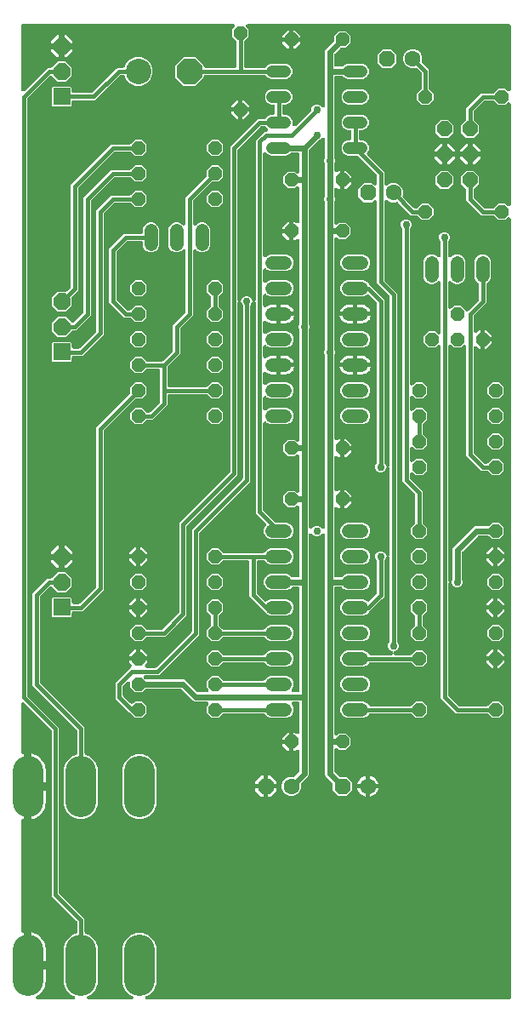
<source format=gtl>
G04 EAGLE Gerber RS-274X export*
G75*
%MOMM*%
%FSLAX34Y34*%
%LPD*%
%INTop Copper*%
%IPPOS*%
%AMOC8*
5,1,8,0,0,1.08239X$1,22.5*%
G01*
%ADD10C,1.320800*%
%ADD11C,1.208000*%
%ADD12P,1.429621X8X22.500000*%
%ADD13P,1.429621X8X202.500000*%
%ADD14C,3.048000*%
%ADD15R,1.676400X1.676400*%
%ADD16P,1.814519X8X22.500000*%
%ADD17P,1.429621X8X292.500000*%
%ADD18P,1.732040X8X202.500000*%
%ADD19C,1.600200*%
%ADD20C,2.540000*%
%ADD21P,2.749271X8X22.500000*%
%ADD22P,1.649562X8X292.500000*%
%ADD23C,0.406400*%
%ADD24C,0.609600*%
%ADD25C,0.756400*%

G36*
X119973Y10161D02*
X119973Y10161D01*
X119978Y10161D01*
X120172Y10181D01*
X120370Y10201D01*
X120374Y10202D01*
X120378Y10202D01*
X120564Y10260D01*
X120754Y10319D01*
X120758Y10321D01*
X120763Y10322D01*
X120934Y10416D01*
X121108Y10511D01*
X121112Y10513D01*
X121116Y10516D01*
X121267Y10643D01*
X121418Y10768D01*
X121421Y10772D01*
X121424Y10775D01*
X121547Y10929D01*
X121670Y11082D01*
X121672Y11086D01*
X121675Y11089D01*
X121765Y11264D01*
X121856Y11439D01*
X121857Y11444D01*
X121859Y11448D01*
X121912Y11635D01*
X121967Y11826D01*
X121967Y11831D01*
X121969Y11835D01*
X121983Y12028D01*
X122000Y12228D01*
X121999Y12232D01*
X122000Y12236D01*
X121976Y12430D01*
X121953Y12627D01*
X121952Y12632D01*
X121951Y12636D01*
X121890Y12820D01*
X121828Y13010D01*
X121826Y13014D01*
X121824Y13018D01*
X121728Y13188D01*
X121630Y13361D01*
X121627Y13364D01*
X121625Y13368D01*
X121494Y13519D01*
X121367Y13665D01*
X121364Y13668D01*
X121361Y13672D01*
X121204Y13792D01*
X121049Y13912D01*
X121045Y13914D01*
X121041Y13917D01*
X120746Y14069D01*
X118504Y14998D01*
X113788Y19714D01*
X111235Y25875D01*
X111235Y63025D01*
X113788Y69186D01*
X118504Y73902D01*
X124665Y76455D01*
X131335Y76455D01*
X137496Y73902D01*
X142212Y69186D01*
X144765Y63025D01*
X144765Y25875D01*
X142212Y19714D01*
X137496Y14998D01*
X135254Y14069D01*
X135250Y14067D01*
X135246Y14065D01*
X135073Y13972D01*
X134899Y13878D01*
X134895Y13876D01*
X134892Y13873D01*
X134743Y13749D01*
X134589Y13622D01*
X134586Y13619D01*
X134582Y13616D01*
X134459Y13463D01*
X134335Y13309D01*
X134333Y13305D01*
X134330Y13302D01*
X134239Y13127D01*
X134148Y12953D01*
X134146Y12949D01*
X134144Y12945D01*
X134088Y12750D01*
X134035Y12566D01*
X134034Y12562D01*
X134033Y12558D01*
X134017Y12360D01*
X134000Y12165D01*
X134001Y12161D01*
X134000Y12156D01*
X134023Y11959D01*
X134045Y11765D01*
X134047Y11761D01*
X134047Y11757D01*
X134110Y11565D01*
X134168Y11382D01*
X134170Y11378D01*
X134172Y11374D01*
X134269Y11201D01*
X134365Y11030D01*
X134368Y11027D01*
X134370Y11023D01*
X134498Y10874D01*
X134627Y10725D01*
X134630Y10722D01*
X134633Y10718D01*
X134785Y10600D01*
X134944Y10476D01*
X134948Y10474D01*
X134951Y10472D01*
X135126Y10385D01*
X135303Y10296D01*
X135307Y10294D01*
X135312Y10292D01*
X135504Y10241D01*
X135692Y10189D01*
X135696Y10189D01*
X135700Y10188D01*
X136031Y10161D01*
X495808Y10161D01*
X495826Y10163D01*
X495844Y10161D01*
X496026Y10182D01*
X496209Y10201D01*
X496226Y10206D01*
X496243Y10208D01*
X496418Y10265D01*
X496594Y10319D01*
X496609Y10327D01*
X496626Y10333D01*
X496786Y10423D01*
X496948Y10511D01*
X496961Y10522D01*
X496977Y10531D01*
X497116Y10651D01*
X497257Y10768D01*
X497268Y10782D01*
X497282Y10794D01*
X497394Y10939D01*
X497509Y11082D01*
X497517Y11098D01*
X497528Y11112D01*
X497610Y11277D01*
X497695Y11439D01*
X497700Y11456D01*
X497708Y11472D01*
X497755Y11651D01*
X497806Y11826D01*
X497808Y11844D01*
X497812Y11861D01*
X497839Y12192D01*
X497839Y786240D01*
X497838Y786248D01*
X497839Y786257D01*
X497819Y786448D01*
X497799Y786640D01*
X497797Y786649D01*
X497796Y786658D01*
X497738Y786840D01*
X497681Y787025D01*
X497677Y787033D01*
X497674Y787042D01*
X497581Y787210D01*
X497489Y787379D01*
X497484Y787386D01*
X497479Y787394D01*
X497355Y787541D01*
X497232Y787688D01*
X497225Y787694D01*
X497219Y787701D01*
X497068Y787820D01*
X496918Y787941D01*
X496910Y787945D01*
X496903Y787950D01*
X496730Y788038D01*
X496561Y788126D01*
X496552Y788129D01*
X496544Y788133D01*
X496358Y788185D01*
X496174Y788238D01*
X496165Y788238D01*
X496156Y788241D01*
X495963Y788255D01*
X495772Y788271D01*
X495764Y788270D01*
X495755Y788270D01*
X495562Y788246D01*
X495373Y788224D01*
X495364Y788221D01*
X495355Y788220D01*
X495172Y788158D01*
X494990Y788099D01*
X494982Y788094D01*
X494974Y788092D01*
X494808Y787996D01*
X494639Y787901D01*
X494632Y787895D01*
X494625Y787891D01*
X494372Y787676D01*
X492317Y785621D01*
X485583Y785621D01*
X481606Y789598D01*
X481585Y789615D01*
X481568Y789636D01*
X481430Y789743D01*
X481294Y789853D01*
X481271Y789866D01*
X481250Y789882D01*
X481093Y789960D01*
X480939Y790042D01*
X480913Y790050D01*
X480889Y790062D01*
X480720Y790107D01*
X480553Y790157D01*
X480526Y790159D01*
X480500Y790166D01*
X480170Y790193D01*
X468427Y790193D01*
X453643Y804977D01*
X453643Y815283D01*
X453641Y815309D01*
X453643Y815336D01*
X453621Y815510D01*
X453603Y815683D01*
X453596Y815709D01*
X453592Y815736D01*
X453537Y815901D01*
X453485Y816068D01*
X453472Y816092D01*
X453464Y816117D01*
X453377Y816269D01*
X453293Y816422D01*
X453276Y816443D01*
X453263Y816466D01*
X453048Y816719D01*
X448055Y821712D01*
X448055Y829288D01*
X453412Y834645D01*
X460988Y834645D01*
X466345Y829288D01*
X466345Y821712D01*
X461352Y816719D01*
X461335Y816698D01*
X461314Y816681D01*
X461207Y816543D01*
X461097Y816408D01*
X461084Y816384D01*
X461068Y816363D01*
X460990Y816206D01*
X460908Y816052D01*
X460900Y816026D01*
X460888Y816002D01*
X460843Y815833D01*
X460793Y815666D01*
X460791Y815639D01*
X460784Y815613D01*
X460757Y815283D01*
X460757Y808765D01*
X460759Y808738D01*
X460757Y808711D01*
X460779Y808537D01*
X460797Y808364D01*
X460804Y808339D01*
X460808Y808312D01*
X460863Y808146D01*
X460915Y807979D01*
X460928Y807956D01*
X460936Y807930D01*
X461023Y807779D01*
X461107Y807625D01*
X461124Y807605D01*
X461137Y807581D01*
X461352Y807328D01*
X470778Y797902D01*
X470799Y797885D01*
X470817Y797864D01*
X470954Y797757D01*
X471090Y797647D01*
X471113Y797634D01*
X471135Y797618D01*
X471292Y797540D01*
X471446Y797458D01*
X471471Y797450D01*
X471495Y797438D01*
X471665Y797393D01*
X471831Y797343D01*
X471858Y797341D01*
X471884Y797334D01*
X472215Y797307D01*
X480170Y797307D01*
X480196Y797309D01*
X480223Y797307D01*
X480397Y797329D01*
X480570Y797347D01*
X480596Y797354D01*
X480622Y797358D01*
X480788Y797414D01*
X480955Y797465D01*
X480979Y797478D01*
X481004Y797486D01*
X481156Y797573D01*
X481309Y797657D01*
X481330Y797674D01*
X481353Y797687D01*
X481606Y797902D01*
X485583Y801879D01*
X492317Y801879D01*
X494372Y799824D01*
X494379Y799818D01*
X494384Y799812D01*
X494534Y799691D01*
X494683Y799569D01*
X494691Y799565D01*
X494698Y799559D01*
X494868Y799471D01*
X495039Y799380D01*
X495048Y799378D01*
X495055Y799374D01*
X495240Y799321D01*
X495425Y799266D01*
X495434Y799265D01*
X495442Y799262D01*
X495633Y799247D01*
X495826Y799229D01*
X495835Y799230D01*
X495844Y799229D01*
X496033Y799252D01*
X496226Y799273D01*
X496235Y799275D01*
X496243Y799276D01*
X496425Y799336D01*
X496610Y799394D01*
X496618Y799398D01*
X496626Y799401D01*
X496795Y799496D01*
X496962Y799589D01*
X496969Y799595D01*
X496977Y799599D01*
X497123Y799725D01*
X497269Y799849D01*
X497275Y799856D01*
X497282Y799862D01*
X497399Y800014D01*
X497519Y800165D01*
X497523Y800173D01*
X497528Y800180D01*
X497614Y800352D01*
X497701Y800524D01*
X497704Y800533D01*
X497708Y800541D01*
X497758Y800727D01*
X497809Y800912D01*
X497810Y800921D01*
X497812Y800930D01*
X497839Y801260D01*
X497839Y900540D01*
X497838Y900548D01*
X497839Y900557D01*
X497818Y900748D01*
X497799Y900940D01*
X497797Y900949D01*
X497796Y900958D01*
X497738Y901140D01*
X497681Y901325D01*
X497677Y901333D01*
X497674Y901342D01*
X497581Y901510D01*
X497489Y901679D01*
X497484Y901686D01*
X497479Y901694D01*
X497355Y901841D01*
X497232Y901988D01*
X497225Y901994D01*
X497219Y902001D01*
X497068Y902120D01*
X496918Y902241D01*
X496910Y902245D01*
X496903Y902250D01*
X496730Y902338D01*
X496561Y902426D01*
X496552Y902429D01*
X496544Y902433D01*
X496358Y902485D01*
X496174Y902538D01*
X496165Y902538D01*
X496156Y902541D01*
X495963Y902555D01*
X495772Y902571D01*
X495764Y902570D01*
X495755Y902570D01*
X495562Y902546D01*
X495373Y902524D01*
X495364Y902521D01*
X495355Y902520D01*
X495172Y902458D01*
X494990Y902399D01*
X494982Y902394D01*
X494974Y902392D01*
X494808Y902296D01*
X494639Y902201D01*
X494632Y902195D01*
X494625Y902191D01*
X494372Y901976D01*
X492317Y899921D01*
X485583Y899921D01*
X481606Y903898D01*
X481585Y903915D01*
X481568Y903936D01*
X481430Y904042D01*
X481294Y904153D01*
X481271Y904166D01*
X481250Y904182D01*
X481093Y904260D01*
X480939Y904342D01*
X480913Y904350D01*
X480889Y904362D01*
X480720Y904407D01*
X480553Y904457D01*
X480526Y904459D01*
X480500Y904466D01*
X480170Y904493D01*
X472215Y904493D01*
X472188Y904491D01*
X472161Y904493D01*
X471987Y904471D01*
X471814Y904453D01*
X471789Y904446D01*
X471762Y904442D01*
X471596Y904387D01*
X471429Y904335D01*
X471406Y904322D01*
X471380Y904314D01*
X471229Y904227D01*
X471075Y904143D01*
X471055Y904126D01*
X471031Y904113D01*
X470778Y903898D01*
X461352Y894472D01*
X461335Y894451D01*
X461314Y894433D01*
X461207Y894296D01*
X461097Y894160D01*
X461084Y894137D01*
X461068Y894115D01*
X460990Y893958D01*
X460908Y893804D01*
X460900Y893779D01*
X460888Y893755D01*
X460843Y893585D01*
X460793Y893419D01*
X460791Y893392D01*
X460784Y893366D01*
X460757Y893035D01*
X460757Y886517D01*
X460759Y886491D01*
X460757Y886464D01*
X460779Y886290D01*
X460797Y886117D01*
X460804Y886091D01*
X460808Y886064D01*
X460863Y885899D01*
X460915Y885732D01*
X460928Y885708D01*
X460936Y885683D01*
X461023Y885531D01*
X461107Y885378D01*
X461124Y885357D01*
X461137Y885334D01*
X461352Y885081D01*
X466345Y880088D01*
X466345Y872512D01*
X460988Y867155D01*
X453412Y867155D01*
X448055Y872512D01*
X448055Y880088D01*
X453048Y885081D01*
X453065Y885102D01*
X453086Y885119D01*
X453193Y885257D01*
X453303Y885392D01*
X453316Y885416D01*
X453332Y885437D01*
X453410Y885594D01*
X453492Y885748D01*
X453500Y885774D01*
X453512Y885798D01*
X453557Y885967D01*
X453607Y886134D01*
X453609Y886161D01*
X453616Y886187D01*
X453643Y886517D01*
X453643Y896823D01*
X468427Y911607D01*
X480170Y911607D01*
X480196Y911609D01*
X480223Y911607D01*
X480397Y911629D01*
X480570Y911647D01*
X480596Y911654D01*
X480622Y911658D01*
X480788Y911714D01*
X480955Y911765D01*
X480979Y911778D01*
X481004Y911786D01*
X481156Y911873D01*
X481309Y911957D01*
X481330Y911974D01*
X481353Y911987D01*
X481606Y912202D01*
X485583Y916179D01*
X492317Y916179D01*
X494372Y914124D01*
X494379Y914118D01*
X494384Y914112D01*
X494534Y913991D01*
X494683Y913869D01*
X494691Y913865D01*
X494698Y913859D01*
X494868Y913771D01*
X495039Y913680D01*
X495048Y913678D01*
X495055Y913674D01*
X495240Y913621D01*
X495425Y913566D01*
X495434Y913565D01*
X495442Y913562D01*
X495633Y913547D01*
X495826Y913529D01*
X495835Y913530D01*
X495844Y913529D01*
X496033Y913552D01*
X496226Y913573D01*
X496235Y913575D01*
X496243Y913576D01*
X496425Y913636D01*
X496610Y913694D01*
X496618Y913698D01*
X496626Y913701D01*
X496795Y913796D01*
X496962Y913889D01*
X496969Y913895D01*
X496977Y913899D01*
X497123Y914025D01*
X497269Y914149D01*
X497275Y914156D01*
X497282Y914162D01*
X497399Y914314D01*
X497519Y914465D01*
X497523Y914473D01*
X497528Y914480D01*
X497614Y914652D01*
X497701Y914824D01*
X497704Y914833D01*
X497708Y914841D01*
X497758Y915027D01*
X497809Y915212D01*
X497810Y915221D01*
X497812Y915230D01*
X497839Y915560D01*
X497839Y978408D01*
X497837Y978426D01*
X497839Y978444D01*
X497818Y978626D01*
X497799Y978809D01*
X497794Y978826D01*
X497792Y978843D01*
X497735Y979018D01*
X497681Y979194D01*
X497673Y979209D01*
X497667Y979226D01*
X497577Y979386D01*
X497489Y979548D01*
X497478Y979561D01*
X497469Y979577D01*
X497349Y979716D01*
X497232Y979857D01*
X497218Y979868D01*
X497206Y979882D01*
X497061Y979994D01*
X496918Y980109D01*
X496902Y980117D01*
X496888Y980128D01*
X496723Y980210D01*
X496561Y980295D01*
X496544Y980300D01*
X496528Y980308D01*
X496349Y980355D01*
X496174Y980406D01*
X496156Y980408D01*
X496139Y980412D01*
X495808Y980439D01*
X236110Y980439D01*
X236102Y980438D01*
X236093Y980439D01*
X235901Y980418D01*
X235710Y980399D01*
X235701Y980397D01*
X235692Y980396D01*
X235510Y980338D01*
X235325Y980281D01*
X235317Y980277D01*
X235308Y980274D01*
X235140Y980181D01*
X234971Y980089D01*
X234964Y980084D01*
X234956Y980079D01*
X234809Y979955D01*
X234662Y979832D01*
X234656Y979825D01*
X234649Y979819D01*
X234530Y979668D01*
X234409Y979518D01*
X234405Y979510D01*
X234400Y979503D01*
X234312Y979330D01*
X234224Y979161D01*
X234221Y979152D01*
X234217Y979144D01*
X234165Y978958D01*
X234112Y978774D01*
X234112Y978765D01*
X234109Y978756D01*
X234095Y978563D01*
X234079Y978372D01*
X234080Y978364D01*
X234080Y978355D01*
X234104Y978162D01*
X234126Y977973D01*
X234129Y977964D01*
X234130Y977955D01*
X234192Y977772D01*
X234251Y977590D01*
X234256Y977582D01*
X234258Y977574D01*
X234354Y977408D01*
X234449Y977239D01*
X234455Y977232D01*
X234459Y977225D01*
X234674Y976972D01*
X236729Y974917D01*
X236729Y968183D01*
X232752Y964206D01*
X232735Y964185D01*
X232714Y964168D01*
X232607Y964030D01*
X232497Y963894D01*
X232484Y963871D01*
X232468Y963850D01*
X232390Y963693D01*
X232308Y963539D01*
X232300Y963513D01*
X232288Y963489D01*
X232243Y963320D01*
X232193Y963153D01*
X232191Y963126D01*
X232184Y963100D01*
X232157Y962770D01*
X232157Y939038D01*
X232159Y939020D01*
X232157Y939002D01*
X232178Y938820D01*
X232197Y938637D01*
X232202Y938620D01*
X232204Y938603D01*
X232261Y938428D01*
X232315Y938252D01*
X232323Y938237D01*
X232329Y938220D01*
X232419Y938060D01*
X232507Y937898D01*
X232518Y937885D01*
X232527Y937869D01*
X232647Y937730D01*
X232764Y937589D01*
X232778Y937578D01*
X232790Y937564D01*
X232935Y937452D01*
X233078Y937337D01*
X233094Y937329D01*
X233108Y937318D01*
X233273Y937236D01*
X233435Y937151D01*
X233452Y937146D01*
X233468Y937138D01*
X233647Y937091D01*
X233822Y937040D01*
X233840Y937038D01*
X233857Y937034D01*
X234188Y937007D01*
X252677Y937007D01*
X252704Y937009D01*
X252731Y937007D01*
X252904Y937029D01*
X253078Y937047D01*
X253103Y937054D01*
X253130Y937058D01*
X253296Y937113D01*
X253463Y937165D01*
X253486Y937178D01*
X253512Y937186D01*
X253663Y937273D01*
X253817Y937357D01*
X253837Y937374D01*
X253861Y937387D01*
X254114Y937602D01*
X256375Y939863D01*
X259155Y941015D01*
X274245Y941015D01*
X277025Y939863D01*
X279153Y937735D01*
X280305Y934955D01*
X280305Y931945D01*
X279153Y929165D01*
X277025Y927037D01*
X274755Y926096D01*
X274245Y925885D01*
X259155Y925885D01*
X256375Y927037D01*
X254114Y929298D01*
X254093Y929315D01*
X254075Y929336D01*
X253937Y929443D01*
X253802Y929553D01*
X253778Y929566D01*
X253757Y929582D01*
X253600Y929660D01*
X253446Y929742D01*
X253421Y929750D01*
X253397Y929762D01*
X253227Y929807D01*
X253060Y929857D01*
X253034Y929859D01*
X253008Y929866D01*
X252677Y929893D01*
X194056Y929893D01*
X194038Y929891D01*
X194020Y929893D01*
X193838Y929872D01*
X193655Y929853D01*
X193638Y929848D01*
X193621Y929846D01*
X193446Y929789D01*
X193270Y929735D01*
X193255Y929727D01*
X193238Y929721D01*
X193078Y929631D01*
X192916Y929543D01*
X192903Y929532D01*
X192887Y929523D01*
X192748Y929403D01*
X192607Y929286D01*
X192596Y929272D01*
X192582Y929260D01*
X192470Y929115D01*
X192355Y928972D01*
X192347Y928956D01*
X192336Y928942D01*
X192254Y928777D01*
X192169Y928615D01*
X192164Y928598D01*
X192156Y928582D01*
X192109Y928403D01*
X192058Y928228D01*
X192056Y928210D01*
X192052Y928193D01*
X192025Y927862D01*
X192025Y927558D01*
X183692Y919225D01*
X171908Y919225D01*
X163575Y927558D01*
X163575Y939342D01*
X171908Y947675D01*
X183692Y947675D01*
X192025Y939342D01*
X192025Y939038D01*
X192027Y939020D01*
X192025Y939002D01*
X192046Y938820D01*
X192065Y938637D01*
X192070Y938620D01*
X192072Y938603D01*
X192129Y938428D01*
X192183Y938252D01*
X192191Y938237D01*
X192197Y938220D01*
X192287Y938060D01*
X192375Y937898D01*
X192386Y937885D01*
X192395Y937869D01*
X192515Y937730D01*
X192632Y937589D01*
X192646Y937578D01*
X192658Y937564D01*
X192803Y937452D01*
X192946Y937337D01*
X192962Y937329D01*
X192976Y937318D01*
X193141Y937236D01*
X193303Y937151D01*
X193320Y937146D01*
X193336Y937138D01*
X193515Y937091D01*
X193690Y937040D01*
X193708Y937038D01*
X193725Y937034D01*
X194056Y937007D01*
X223012Y937007D01*
X223030Y937009D01*
X223048Y937007D01*
X223230Y937028D01*
X223413Y937047D01*
X223430Y937052D01*
X223447Y937054D01*
X223622Y937111D01*
X223798Y937165D01*
X223813Y937173D01*
X223830Y937179D01*
X223990Y937269D01*
X224152Y937357D01*
X224165Y937368D01*
X224181Y937377D01*
X224320Y937497D01*
X224461Y937614D01*
X224472Y937628D01*
X224486Y937640D01*
X224598Y937785D01*
X224713Y937928D01*
X224721Y937944D01*
X224732Y937958D01*
X224814Y938123D01*
X224899Y938285D01*
X224904Y938302D01*
X224912Y938318D01*
X224959Y938497D01*
X225010Y938672D01*
X225012Y938690D01*
X225016Y938707D01*
X225043Y939038D01*
X225043Y962770D01*
X225041Y962796D01*
X225043Y962823D01*
X225021Y962997D01*
X225003Y963170D01*
X224996Y963196D01*
X224992Y963222D01*
X224937Y963388D01*
X224885Y963555D01*
X224872Y963579D01*
X224864Y963604D01*
X224777Y963756D01*
X224693Y963909D01*
X224676Y963930D01*
X224663Y963953D01*
X224448Y964206D01*
X220471Y968183D01*
X220471Y974917D01*
X222526Y976972D01*
X222532Y976979D01*
X222538Y976984D01*
X222659Y977134D01*
X222781Y977283D01*
X222785Y977291D01*
X222791Y977298D01*
X222879Y977468D01*
X222970Y977639D01*
X222972Y977648D01*
X222976Y977655D01*
X223029Y977837D01*
X223084Y978025D01*
X223085Y978034D01*
X223088Y978042D01*
X223103Y978233D01*
X223121Y978426D01*
X223120Y978435D01*
X223121Y978444D01*
X223098Y978633D01*
X223077Y978826D01*
X223075Y978835D01*
X223074Y978843D01*
X223014Y979025D01*
X222956Y979210D01*
X222952Y979218D01*
X222949Y979226D01*
X222854Y979395D01*
X222761Y979562D01*
X222755Y979569D01*
X222751Y979577D01*
X222625Y979723D01*
X222501Y979869D01*
X222494Y979875D01*
X222488Y979882D01*
X222336Y979999D01*
X222185Y980119D01*
X222177Y980123D01*
X222170Y980128D01*
X221998Y980214D01*
X221826Y980301D01*
X221817Y980304D01*
X221809Y980308D01*
X221623Y980358D01*
X221438Y980409D01*
X221429Y980410D01*
X221420Y980412D01*
X221090Y980439D01*
X12192Y980439D01*
X12174Y980437D01*
X12156Y980439D01*
X11974Y980418D01*
X11791Y980399D01*
X11774Y980394D01*
X11757Y980392D01*
X11582Y980335D01*
X11406Y980281D01*
X11391Y980273D01*
X11374Y980267D01*
X11214Y980177D01*
X11052Y980089D01*
X11039Y980078D01*
X11023Y980069D01*
X10884Y979949D01*
X10743Y979832D01*
X10732Y979818D01*
X10718Y979806D01*
X10606Y979661D01*
X10491Y979518D01*
X10483Y979502D01*
X10472Y979488D01*
X10390Y979323D01*
X10305Y979161D01*
X10300Y979144D01*
X10292Y979128D01*
X10245Y978949D01*
X10194Y978774D01*
X10192Y978756D01*
X10188Y978739D01*
X10161Y978408D01*
X10161Y915445D01*
X10162Y915436D01*
X10161Y915427D01*
X10182Y915233D01*
X10201Y915044D01*
X10203Y915036D01*
X10204Y915027D01*
X10263Y914841D01*
X10319Y914659D01*
X10323Y914651D01*
X10326Y914643D01*
X10419Y914473D01*
X10511Y914305D01*
X10516Y914298D01*
X10521Y914290D01*
X10645Y914143D01*
X10768Y913996D01*
X10775Y913990D01*
X10781Y913983D01*
X10933Y913864D01*
X11082Y913743D01*
X11090Y913739D01*
X11097Y913734D01*
X11270Y913646D01*
X11439Y913558D01*
X11448Y913555D01*
X11456Y913551D01*
X11642Y913499D01*
X11826Y913447D01*
X11835Y913446D01*
X11844Y913443D01*
X12037Y913429D01*
X12228Y913414D01*
X12236Y913415D01*
X12245Y913414D01*
X12438Y913438D01*
X12627Y913461D01*
X12636Y913463D01*
X12645Y913464D01*
X12827Y913526D01*
X13010Y913585D01*
X13018Y913590D01*
X13026Y913593D01*
X13193Y913689D01*
X13361Y913783D01*
X13368Y913789D01*
X13375Y913794D01*
X13628Y914008D01*
X36627Y937007D01*
X39505Y937007D01*
X39532Y937009D01*
X39558Y937007D01*
X39732Y937029D01*
X39906Y937047D01*
X39931Y937054D01*
X39958Y937058D01*
X40124Y937114D01*
X40291Y937165D01*
X40314Y937178D01*
X40340Y937186D01*
X40491Y937273D01*
X40645Y937357D01*
X40665Y937374D01*
X40688Y937387D01*
X40941Y937602D01*
X46697Y943357D01*
X54903Y943357D01*
X60707Y937553D01*
X60707Y929347D01*
X54903Y923543D01*
X46697Y923543D01*
X41396Y928844D01*
X41382Y928855D01*
X41371Y928869D01*
X41227Y928982D01*
X41085Y929099D01*
X41069Y929107D01*
X41055Y929118D01*
X40891Y929201D01*
X40729Y929287D01*
X40712Y929292D01*
X40696Y929300D01*
X40519Y929350D01*
X40343Y929402D01*
X40325Y929404D01*
X40308Y929408D01*
X40125Y929422D01*
X39942Y929438D01*
X39924Y929437D01*
X39907Y929438D01*
X39725Y929415D01*
X39542Y929395D01*
X39525Y929390D01*
X39507Y929387D01*
X39333Y929329D01*
X39158Y929274D01*
X39142Y929265D01*
X39125Y929259D01*
X38966Y929167D01*
X38806Y929079D01*
X38792Y929067D01*
X38777Y929058D01*
X38524Y928844D01*
X16852Y907172D01*
X16835Y907151D01*
X16814Y907133D01*
X16707Y906996D01*
X16597Y906860D01*
X16584Y906837D01*
X16568Y906815D01*
X16490Y906658D01*
X16408Y906504D01*
X16400Y906479D01*
X16388Y906455D01*
X16343Y906285D01*
X16293Y906119D01*
X16291Y906092D01*
X16284Y906066D01*
X16257Y905735D01*
X16257Y313465D01*
X16259Y313438D01*
X16257Y313411D01*
X16279Y313237D01*
X16297Y313064D01*
X16304Y313039D01*
X16308Y313012D01*
X16363Y312846D01*
X16415Y312679D01*
X16428Y312656D01*
X16436Y312630D01*
X16523Y312479D01*
X16607Y312325D01*
X16624Y312305D01*
X16637Y312281D01*
X16852Y312028D01*
X48007Y280873D01*
X48007Y116615D01*
X48009Y116588D01*
X48007Y116561D01*
X48029Y116387D01*
X48047Y116214D01*
X48054Y116189D01*
X48058Y116162D01*
X48113Y115996D01*
X48165Y115829D01*
X48178Y115806D01*
X48186Y115780D01*
X48273Y115629D01*
X48357Y115475D01*
X48374Y115455D01*
X48387Y115431D01*
X48602Y115178D01*
X53298Y110482D01*
X53305Y110477D01*
X53311Y110469D01*
X70861Y93239D01*
X70875Y93228D01*
X70886Y93215D01*
X71016Y93114D01*
X72498Y91633D01*
X72505Y91627D01*
X72511Y91619D01*
X73557Y90593D01*
X73557Y89125D01*
X73558Y89117D01*
X73557Y89107D01*
X73576Y87049D01*
X73557Y86816D01*
X73557Y77720D01*
X73559Y77698D01*
X73557Y77676D01*
X73579Y77498D01*
X73597Y77319D01*
X73603Y77298D01*
X73606Y77276D01*
X73662Y77106D01*
X73715Y76934D01*
X73725Y76915D01*
X73732Y76894D01*
X73821Y76738D01*
X73907Y76580D01*
X73921Y76563D01*
X73932Y76544D01*
X74050Y76408D01*
X74164Y76271D01*
X74182Y76257D01*
X74196Y76240D01*
X74338Y76131D01*
X74478Y76019D01*
X74498Y76009D01*
X74516Y75995D01*
X74811Y75843D01*
X79496Y73902D01*
X84212Y69186D01*
X86765Y63025D01*
X86765Y25875D01*
X84212Y19714D01*
X79496Y14998D01*
X77254Y14069D01*
X77250Y14067D01*
X77246Y14065D01*
X77073Y13972D01*
X76899Y13878D01*
X76895Y13876D01*
X76891Y13873D01*
X76743Y13749D01*
X76588Y13622D01*
X76586Y13619D01*
X76582Y13616D01*
X76459Y13463D01*
X76335Y13309D01*
X76333Y13305D01*
X76330Y13302D01*
X76240Y13128D01*
X76148Y12953D01*
X76146Y12949D01*
X76144Y12945D01*
X76090Y12757D01*
X76035Y12566D01*
X76034Y12562D01*
X76033Y12558D01*
X76017Y12360D01*
X76000Y12165D01*
X76000Y12161D01*
X76000Y12156D01*
X76023Y11962D01*
X76045Y11765D01*
X76047Y11761D01*
X76047Y11757D01*
X76108Y11571D01*
X76168Y11382D01*
X76170Y11378D01*
X76172Y11374D01*
X76269Y11202D01*
X76365Y11030D01*
X76368Y11027D01*
X76370Y11023D01*
X76498Y10875D01*
X76626Y10725D01*
X76630Y10722D01*
X76633Y10718D01*
X76788Y10598D01*
X76943Y10476D01*
X76947Y10474D01*
X76951Y10472D01*
X77129Y10383D01*
X77303Y10296D01*
X77307Y10294D01*
X77312Y10292D01*
X77503Y10241D01*
X77692Y10189D01*
X77696Y10189D01*
X77700Y10188D01*
X78031Y10161D01*
X119969Y10161D01*
X119973Y10161D01*
G37*
%LPC*%
G36*
X277505Y212724D02*
X277505Y212724D01*
X274004Y214174D01*
X271324Y216854D01*
X269874Y220355D01*
X269874Y224145D01*
X271324Y227646D01*
X274004Y230326D01*
X277505Y231776D01*
X281618Y231776D01*
X281644Y231778D01*
X281671Y231776D01*
X281845Y231798D01*
X282018Y231816D01*
X282044Y231823D01*
X282070Y231827D01*
X282236Y231882D01*
X282403Y231934D01*
X282427Y231947D01*
X282452Y231955D01*
X282604Y232042D01*
X282757Y232126D01*
X282778Y232143D01*
X282801Y232156D01*
X283054Y232371D01*
X286932Y236249D01*
X286949Y236270D01*
X286970Y236287D01*
X287077Y236425D01*
X287187Y236561D01*
X287200Y236584D01*
X287216Y236605D01*
X287294Y236762D01*
X287376Y236916D01*
X287384Y236942D01*
X287396Y236966D01*
X287441Y237135D01*
X287491Y237302D01*
X287493Y237329D01*
X287500Y237355D01*
X287527Y237685D01*
X287527Y256991D01*
X287526Y257000D01*
X287527Y257009D01*
X287506Y257199D01*
X287487Y257391D01*
X287485Y257400D01*
X287484Y257409D01*
X287426Y257591D01*
X287369Y257776D01*
X287365Y257784D01*
X287362Y257793D01*
X287269Y257961D01*
X287177Y258130D01*
X287172Y258137D01*
X287167Y258145D01*
X287042Y258293D01*
X286920Y258440D01*
X286913Y258445D01*
X286907Y258452D01*
X286756Y258571D01*
X286606Y258692D01*
X286598Y258696D01*
X286591Y258702D01*
X286419Y258789D01*
X286249Y258877D01*
X286240Y258880D01*
X286232Y258884D01*
X286046Y258936D01*
X285862Y258989D01*
X285853Y258990D01*
X285844Y258992D01*
X285652Y259006D01*
X285460Y259022D01*
X285452Y259021D01*
X285443Y259021D01*
X285250Y258997D01*
X285061Y258975D01*
X285052Y258972D01*
X285043Y258971D01*
X284860Y258910D01*
X284678Y258850D01*
X284670Y258846D01*
X284662Y258843D01*
X284496Y258747D01*
X284327Y258652D01*
X284320Y258646D01*
X284313Y258642D01*
X284060Y258427D01*
X283188Y257555D01*
X281431Y257555D01*
X281431Y266700D01*
X281431Y275845D01*
X283188Y275845D01*
X284060Y274973D01*
X284067Y274967D01*
X284072Y274960D01*
X284223Y274839D01*
X284371Y274718D01*
X284379Y274714D01*
X284386Y274708D01*
X284556Y274620D01*
X284727Y274529D01*
X284736Y274527D01*
X284743Y274523D01*
X284928Y274469D01*
X285113Y274414D01*
X285122Y274414D01*
X285130Y274411D01*
X285321Y274395D01*
X285514Y274378D01*
X285523Y274379D01*
X285532Y274378D01*
X285721Y274400D01*
X285914Y274421D01*
X285923Y274424D01*
X285931Y274425D01*
X286113Y274485D01*
X286298Y274543D01*
X286306Y274547D01*
X286314Y274550D01*
X286481Y274644D01*
X286650Y274738D01*
X286657Y274744D01*
X286665Y274748D01*
X286810Y274873D01*
X286957Y274998D01*
X286963Y275005D01*
X286970Y275011D01*
X287086Y275162D01*
X287207Y275314D01*
X287211Y275322D01*
X287216Y275329D01*
X287301Y275500D01*
X287389Y275673D01*
X287392Y275682D01*
X287396Y275690D01*
X287445Y275875D01*
X287497Y276061D01*
X287498Y276070D01*
X287500Y276078D01*
X287527Y276409D01*
X287527Y304546D01*
X287525Y304564D01*
X287527Y304582D01*
X287506Y304764D01*
X287487Y304947D01*
X287482Y304964D01*
X287480Y304981D01*
X287423Y305156D01*
X287369Y305332D01*
X287361Y305347D01*
X287355Y305364D01*
X287265Y305524D01*
X287177Y305686D01*
X287166Y305699D01*
X287157Y305715D01*
X287037Y305854D01*
X286920Y305995D01*
X286906Y306006D01*
X286894Y306020D01*
X286749Y306132D01*
X286606Y306247D01*
X286590Y306255D01*
X286576Y306266D01*
X286411Y306348D01*
X286249Y306433D01*
X286232Y306438D01*
X286216Y306446D01*
X286037Y306493D01*
X285862Y306544D01*
X285844Y306546D01*
X285827Y306550D01*
X285496Y306577D01*
X281576Y306577D01*
X281567Y306576D01*
X281558Y306577D01*
X281368Y306556D01*
X281176Y306537D01*
X281167Y306535D01*
X281158Y306534D01*
X280975Y306476D01*
X280791Y306419D01*
X280783Y306415D01*
X280774Y306412D01*
X280606Y306319D01*
X280437Y306227D01*
X280430Y306222D01*
X280422Y306217D01*
X280275Y306092D01*
X280128Y305970D01*
X280122Y305963D01*
X280115Y305957D01*
X279995Y305805D01*
X279875Y305656D01*
X279871Y305648D01*
X279865Y305641D01*
X279777Y305468D01*
X279690Y305299D01*
X279687Y305290D01*
X279683Y305282D01*
X279632Y305097D01*
X279578Y304912D01*
X279578Y304903D01*
X279575Y304894D01*
X279561Y304702D01*
X279545Y304510D01*
X279546Y304502D01*
X279546Y304493D01*
X279570Y304301D01*
X279592Y304111D01*
X279595Y304102D01*
X279596Y304093D01*
X279657Y303912D01*
X279717Y303728D01*
X279722Y303720D01*
X279724Y303712D01*
X279820Y303546D01*
X279915Y303377D01*
X279921Y303370D01*
X279925Y303363D01*
X280140Y303110D01*
X280195Y303054D01*
X281433Y300067D01*
X281433Y296833D01*
X280195Y293845D01*
X277909Y291559D01*
X274921Y290321D01*
X258479Y290321D01*
X255491Y291559D01*
X253151Y293899D01*
X253100Y293994D01*
X253086Y294011D01*
X253075Y294031D01*
X252958Y294166D01*
X252844Y294305D01*
X252826Y294319D01*
X252812Y294336D01*
X252671Y294445D01*
X252531Y294558D01*
X252511Y294569D01*
X252494Y294582D01*
X252333Y294662D01*
X252174Y294745D01*
X252153Y294752D01*
X252133Y294762D01*
X251959Y294808D01*
X251788Y294858D01*
X251766Y294860D01*
X251744Y294866D01*
X251414Y294893D01*
X211980Y294893D01*
X211954Y294891D01*
X211927Y294893D01*
X211753Y294871D01*
X211580Y294853D01*
X211554Y294846D01*
X211528Y294842D01*
X211362Y294787D01*
X211195Y294735D01*
X211171Y294722D01*
X211146Y294714D01*
X210994Y294627D01*
X210841Y294543D01*
X210820Y294526D01*
X210797Y294513D01*
X210544Y294298D01*
X206567Y290321D01*
X199833Y290321D01*
X195071Y295083D01*
X195071Y301817D01*
X196364Y303110D01*
X196370Y303117D01*
X196376Y303122D01*
X196497Y303272D01*
X196619Y303421D01*
X196623Y303429D01*
X196629Y303436D01*
X196717Y303606D01*
X196808Y303777D01*
X196810Y303786D01*
X196814Y303793D01*
X196867Y303978D01*
X196922Y304163D01*
X196923Y304172D01*
X196926Y304180D01*
X196941Y304371D01*
X196959Y304564D01*
X196958Y304573D01*
X196959Y304582D01*
X196936Y304771D01*
X196915Y304964D01*
X196913Y304973D01*
X196912Y304981D01*
X196853Y305163D01*
X196794Y305348D01*
X196790Y305356D01*
X196787Y305364D01*
X196693Y305531D01*
X196599Y305700D01*
X196593Y305707D01*
X196589Y305715D01*
X196464Y305860D01*
X196339Y306007D01*
X196332Y306013D01*
X196326Y306020D01*
X196175Y306136D01*
X196023Y306257D01*
X196015Y306261D01*
X196008Y306266D01*
X195836Y306352D01*
X195664Y306439D01*
X195655Y306442D01*
X195647Y306446D01*
X195461Y306496D01*
X195276Y306547D01*
X195267Y306548D01*
X195258Y306550D01*
X194928Y306577D01*
X183240Y306577D01*
X181560Y307273D01*
X170151Y318682D01*
X170130Y318699D01*
X170113Y318720D01*
X169975Y318827D01*
X169839Y318937D01*
X169816Y318950D01*
X169795Y318966D01*
X169638Y319044D01*
X169484Y319126D01*
X169458Y319134D01*
X169434Y319146D01*
X169265Y319191D01*
X169098Y319241D01*
X169071Y319243D01*
X169045Y319250D01*
X168715Y319277D01*
X134764Y319277D01*
X134738Y319275D01*
X134711Y319277D01*
X134537Y319255D01*
X134364Y319237D01*
X134338Y319230D01*
X134312Y319226D01*
X134146Y319170D01*
X133979Y319119D01*
X133955Y319106D01*
X133930Y319098D01*
X133778Y319011D01*
X133625Y318927D01*
X133604Y318910D01*
X133581Y318897D01*
X133328Y318682D01*
X130367Y315721D01*
X123633Y315721D01*
X118871Y320483D01*
X118871Y324837D01*
X118870Y324846D01*
X118871Y324855D01*
X118850Y325047D01*
X118831Y325238D01*
X118829Y325247D01*
X118828Y325255D01*
X118770Y325438D01*
X118713Y325623D01*
X118709Y325631D01*
X118706Y325639D01*
X118613Y325808D01*
X118521Y325977D01*
X118516Y325984D01*
X118511Y325992D01*
X118387Y326139D01*
X118264Y326286D01*
X118257Y326292D01*
X118251Y326299D01*
X118100Y326418D01*
X117950Y326539D01*
X117942Y326543D01*
X117935Y326548D01*
X117762Y326636D01*
X117593Y326724D01*
X117584Y326727D01*
X117576Y326731D01*
X117390Y326783D01*
X117206Y326835D01*
X117197Y326836D01*
X117188Y326839D01*
X116995Y326853D01*
X116804Y326868D01*
X116796Y326867D01*
X116787Y326868D01*
X116594Y326844D01*
X116405Y326821D01*
X116396Y326819D01*
X116387Y326818D01*
X116204Y326756D01*
X116022Y326697D01*
X116014Y326692D01*
X116006Y326689D01*
X115839Y326593D01*
X115671Y326499D01*
X115664Y326493D01*
X115657Y326488D01*
X115404Y326274D01*
X112102Y322972D01*
X112085Y322951D01*
X112064Y322933D01*
X111958Y322796D01*
X111847Y322660D01*
X111834Y322636D01*
X111818Y322615D01*
X111740Y322459D01*
X111658Y322304D01*
X111650Y322279D01*
X111638Y322255D01*
X111593Y322086D01*
X111543Y321919D01*
X111541Y321892D01*
X111534Y321866D01*
X111507Y321535D01*
X111507Y313465D01*
X111509Y313438D01*
X111507Y313411D01*
X111529Y313237D01*
X111547Y313064D01*
X111554Y313039D01*
X111558Y313012D01*
X111613Y312846D01*
X111665Y312679D01*
X111678Y312656D01*
X111686Y312630D01*
X111773Y312479D01*
X111857Y312325D01*
X111874Y312305D01*
X111887Y312281D01*
X112102Y312028D01*
X119156Y304974D01*
X119170Y304963D01*
X119181Y304949D01*
X119325Y304835D01*
X119467Y304719D01*
X119483Y304711D01*
X119497Y304700D01*
X119661Y304616D01*
X119823Y304530D01*
X119840Y304525D01*
X119856Y304517D01*
X120033Y304468D01*
X120209Y304416D01*
X120227Y304414D01*
X120244Y304409D01*
X120427Y304396D01*
X120610Y304379D01*
X120628Y304381D01*
X120645Y304380D01*
X120828Y304403D01*
X121010Y304423D01*
X121027Y304428D01*
X121045Y304430D01*
X121219Y304489D01*
X121394Y304544D01*
X121410Y304553D01*
X121427Y304559D01*
X121585Y304650D01*
X121746Y304739D01*
X121760Y304751D01*
X121775Y304760D01*
X122028Y304974D01*
X123633Y306579D01*
X130367Y306579D01*
X135129Y301817D01*
X135129Y295083D01*
X130367Y290321D01*
X123633Y290321D01*
X118597Y295357D01*
X118521Y295497D01*
X118504Y295517D01*
X118491Y295541D01*
X118276Y295794D01*
X104393Y309677D01*
X104393Y325323D01*
X116498Y337428D01*
X119757Y340687D01*
X119769Y340701D01*
X119782Y340713D01*
X119896Y340856D01*
X120012Y340999D01*
X120021Y341015D01*
X120032Y341029D01*
X120115Y341193D01*
X120201Y341355D01*
X120206Y341372D01*
X120214Y341388D01*
X120264Y341565D01*
X120316Y341740D01*
X120318Y341758D01*
X120322Y341775D01*
X120336Y341959D01*
X120352Y342141D01*
X120350Y342159D01*
X120352Y342177D01*
X120329Y342359D01*
X120309Y342542D01*
X120304Y342559D01*
X120301Y342576D01*
X120243Y342750D01*
X120187Y342926D01*
X120179Y342941D01*
X120173Y342958D01*
X120082Y343117D01*
X119993Y343278D01*
X119981Y343292D01*
X119972Y343307D01*
X119757Y343560D01*
X117855Y345462D01*
X117855Y347219D01*
X127000Y347219D01*
X136145Y347219D01*
X136145Y345462D01*
X134257Y343574D01*
X134251Y343567D01*
X134244Y343562D01*
X134124Y343412D01*
X134002Y343263D01*
X133998Y343255D01*
X133992Y343248D01*
X133904Y343078D01*
X133813Y342907D01*
X133811Y342898D01*
X133807Y342891D01*
X133753Y342706D01*
X133698Y342521D01*
X133698Y342512D01*
X133695Y342504D01*
X133679Y342312D01*
X133662Y342120D01*
X133663Y342111D01*
X133662Y342102D01*
X133684Y341913D01*
X133705Y341720D01*
X133708Y341711D01*
X133709Y341703D01*
X133769Y341521D01*
X133827Y341336D01*
X133831Y341328D01*
X133834Y341320D01*
X133929Y341151D01*
X134022Y340984D01*
X134027Y340977D01*
X134032Y340969D01*
X134158Y340823D01*
X134282Y340677D01*
X134289Y340671D01*
X134295Y340664D01*
X134446Y340547D01*
X134598Y340427D01*
X134606Y340423D01*
X134613Y340418D01*
X134785Y340332D01*
X134957Y340245D01*
X134966Y340242D01*
X134974Y340238D01*
X135160Y340188D01*
X135345Y340137D01*
X135354Y340136D01*
X135362Y340134D01*
X135693Y340107D01*
X143735Y340107D01*
X143762Y340109D01*
X143789Y340107D01*
X143963Y340129D01*
X144136Y340147D01*
X144161Y340154D01*
X144188Y340158D01*
X144354Y340213D01*
X144521Y340265D01*
X144544Y340278D01*
X144570Y340286D01*
X144721Y340373D01*
X144875Y340457D01*
X144895Y340474D01*
X144919Y340487D01*
X145172Y340702D01*
X179998Y375528D01*
X180015Y375549D01*
X180036Y375567D01*
X180143Y375704D01*
X180253Y375840D01*
X180266Y375863D01*
X180282Y375885D01*
X180360Y376042D01*
X180442Y376196D01*
X180450Y376221D01*
X180462Y376245D01*
X180507Y376415D01*
X180557Y376581D01*
X180559Y376608D01*
X180566Y376634D01*
X180593Y376965D01*
X180593Y477723D01*
X230798Y527928D01*
X230815Y527949D01*
X230836Y527967D01*
X230943Y528104D01*
X231053Y528240D01*
X231066Y528263D01*
X231082Y528285D01*
X231160Y528442D01*
X231242Y528596D01*
X231250Y528621D01*
X231262Y528645D01*
X231307Y528815D01*
X231357Y528981D01*
X231359Y529008D01*
X231366Y529034D01*
X231393Y529365D01*
X231393Y700060D01*
X231391Y700087D01*
X231393Y700114D01*
X231371Y700288D01*
X231353Y700461D01*
X231346Y700487D01*
X231342Y700513D01*
X231287Y700679D01*
X231235Y700846D01*
X231222Y700870D01*
X231214Y700895D01*
X231127Y701047D01*
X231043Y701200D01*
X231026Y701221D01*
X231013Y701244D01*
X230798Y701497D01*
X230451Y701844D01*
X229715Y703622D01*
X229713Y703626D01*
X229711Y703630D01*
X229709Y703635D01*
X229707Y703639D01*
X229618Y703803D01*
X229524Y703977D01*
X229522Y703981D01*
X229519Y703984D01*
X229395Y704133D01*
X229268Y704287D01*
X229265Y704290D01*
X229262Y704294D01*
X229109Y704417D01*
X228955Y704541D01*
X228951Y704543D01*
X228948Y704546D01*
X228775Y704636D01*
X228599Y704728D01*
X228595Y704729D01*
X228591Y704732D01*
X228402Y704786D01*
X228212Y704841D01*
X228208Y704842D01*
X228204Y704843D01*
X228103Y704851D01*
X228273Y704871D01*
X228278Y704873D01*
X228282Y704873D01*
X228467Y704934D01*
X228656Y704996D01*
X228660Y704998D01*
X228664Y705000D01*
X228833Y705096D01*
X229007Y705194D01*
X229010Y705197D01*
X229014Y705199D01*
X229163Y705329D01*
X229311Y705457D01*
X229314Y705461D01*
X229318Y705463D01*
X229438Y705620D01*
X229558Y705775D01*
X229560Y705779D01*
X229563Y705783D01*
X229715Y706078D01*
X230451Y707856D01*
X231944Y709349D01*
X233894Y710157D01*
X236006Y710157D01*
X237956Y709349D01*
X239449Y707856D01*
X240185Y706078D01*
X240187Y706074D01*
X240189Y706070D01*
X240192Y706064D01*
X240193Y706061D01*
X240206Y706038D01*
X240282Y705897D01*
X240376Y705723D01*
X240378Y705719D01*
X240381Y705716D01*
X240505Y705567D01*
X240632Y705413D01*
X240635Y705410D01*
X240638Y705406D01*
X240791Y705283D01*
X240945Y705159D01*
X240949Y705157D01*
X240952Y705154D01*
X241125Y705064D01*
X241301Y704972D01*
X241305Y704971D01*
X241309Y704968D01*
X241498Y704914D01*
X241688Y704859D01*
X241692Y704858D01*
X241696Y704857D01*
X241797Y704849D01*
X241627Y704829D01*
X241622Y704827D01*
X241618Y704827D01*
X241433Y704766D01*
X241244Y704704D01*
X241240Y704702D01*
X241236Y704700D01*
X241067Y704604D01*
X240893Y704506D01*
X240890Y704503D01*
X240886Y704501D01*
X240737Y704371D01*
X240589Y704243D01*
X240586Y704239D01*
X240582Y704237D01*
X240461Y704079D01*
X240342Y703925D01*
X240340Y703921D01*
X240337Y703917D01*
X240185Y703622D01*
X239449Y701844D01*
X239102Y701497D01*
X239085Y701476D01*
X239064Y701459D01*
X238957Y701321D01*
X238847Y701185D01*
X238834Y701162D01*
X238818Y701141D01*
X238740Y700984D01*
X238658Y700830D01*
X238650Y700804D01*
X238638Y700780D01*
X238593Y700611D01*
X238543Y700444D01*
X238541Y700417D01*
X238534Y700391D01*
X238507Y700060D01*
X238507Y525577D01*
X188302Y475372D01*
X188285Y475351D01*
X188264Y475333D01*
X188157Y475196D01*
X188047Y475060D01*
X188034Y475037D01*
X188018Y475015D01*
X187940Y474858D01*
X187858Y474704D01*
X187850Y474679D01*
X187838Y474655D01*
X187793Y474485D01*
X187743Y474319D01*
X187741Y474292D01*
X187734Y474266D01*
X187707Y473935D01*
X187707Y373177D01*
X147523Y332993D01*
X134256Y332993D01*
X134248Y332992D01*
X134239Y332993D01*
X134045Y332972D01*
X133856Y332953D01*
X133847Y332951D01*
X133838Y332950D01*
X133654Y332891D01*
X133471Y332835D01*
X133463Y332831D01*
X133454Y332828D01*
X133286Y332735D01*
X133117Y332643D01*
X133110Y332638D01*
X133102Y332633D01*
X132955Y332509D01*
X132808Y332386D01*
X132802Y332379D01*
X132795Y332373D01*
X132675Y332221D01*
X132555Y332072D01*
X132551Y332064D01*
X132546Y332057D01*
X132458Y331884D01*
X132370Y331715D01*
X132367Y331706D01*
X132363Y331698D01*
X132311Y331512D01*
X132258Y331328D01*
X132258Y331319D01*
X132255Y331310D01*
X132241Y331117D01*
X132225Y330926D01*
X132226Y330918D01*
X132226Y330909D01*
X132250Y330716D01*
X132272Y330527D01*
X132275Y330518D01*
X132276Y330509D01*
X132337Y330327D01*
X132397Y330144D01*
X132402Y330136D01*
X132404Y330128D01*
X132500Y329961D01*
X132595Y329793D01*
X132601Y329786D01*
X132605Y329779D01*
X132820Y329526D01*
X133328Y329018D01*
X133349Y329001D01*
X133366Y328980D01*
X133504Y328873D01*
X133640Y328763D01*
X133663Y328750D01*
X133684Y328734D01*
X133841Y328656D01*
X133995Y328574D01*
X134021Y328566D01*
X134045Y328554D01*
X134214Y328509D01*
X134381Y328459D01*
X134408Y328457D01*
X134434Y328450D01*
X134764Y328423D01*
X172360Y328423D01*
X174040Y327727D01*
X185449Y316318D01*
X185470Y316301D01*
X185487Y316280D01*
X185625Y316173D01*
X185761Y316063D01*
X185784Y316050D01*
X185805Y316034D01*
X185962Y315956D01*
X186116Y315874D01*
X186142Y315866D01*
X186166Y315854D01*
X186335Y315809D01*
X186502Y315759D01*
X186529Y315757D01*
X186555Y315750D01*
X186885Y315723D01*
X194928Y315723D01*
X194936Y315724D01*
X194945Y315723D01*
X195137Y315744D01*
X195328Y315763D01*
X195337Y315765D01*
X195346Y315766D01*
X195528Y315824D01*
X195713Y315881D01*
X195721Y315885D01*
X195730Y315888D01*
X195898Y315981D01*
X196067Y316073D01*
X196074Y316078D01*
X196082Y316083D01*
X196230Y316208D01*
X196376Y316330D01*
X196382Y316337D01*
X196389Y316343D01*
X196509Y316495D01*
X196629Y316644D01*
X196633Y316652D01*
X196638Y316659D01*
X196726Y316831D01*
X196814Y317001D01*
X196817Y317010D01*
X196821Y317018D01*
X196873Y317204D01*
X196926Y317388D01*
X196926Y317397D01*
X196929Y317406D01*
X196943Y317598D01*
X196959Y317790D01*
X196958Y317798D01*
X196958Y317807D01*
X196934Y317999D01*
X196912Y318189D01*
X196909Y318198D01*
X196908Y318207D01*
X196846Y318390D01*
X196787Y318572D01*
X196782Y318580D01*
X196780Y318588D01*
X196684Y318754D01*
X196589Y318923D01*
X196583Y318930D01*
X196579Y318937D01*
X196364Y319190D01*
X195071Y320483D01*
X195071Y327217D01*
X199833Y331979D01*
X206567Y331979D01*
X210544Y328002D01*
X210565Y327985D01*
X210582Y327964D01*
X210720Y327857D01*
X210856Y327747D01*
X210879Y327734D01*
X210900Y327718D01*
X211057Y327640D01*
X211211Y327558D01*
X211237Y327550D01*
X211261Y327538D01*
X211430Y327493D01*
X211597Y327443D01*
X211624Y327441D01*
X211650Y327434D01*
X211980Y327407D01*
X251414Y327407D01*
X251436Y327409D01*
X251458Y327407D01*
X251635Y327429D01*
X251814Y327447D01*
X251835Y327453D01*
X251858Y327456D01*
X252027Y327512D01*
X252199Y327565D01*
X252219Y327575D01*
X252240Y327582D01*
X252395Y327671D01*
X252553Y327757D01*
X252570Y327771D01*
X252590Y327782D01*
X252725Y327900D01*
X252862Y328014D01*
X252876Y328032D01*
X252893Y328046D01*
X253002Y328188D01*
X253115Y328328D01*
X253125Y328348D01*
X253139Y328366D01*
X253163Y328412D01*
X255491Y330741D01*
X258479Y331979D01*
X274921Y331979D01*
X277909Y330741D01*
X280195Y328455D01*
X281433Y325467D01*
X281433Y322233D01*
X280195Y319246D01*
X280140Y319190D01*
X280134Y319183D01*
X280128Y319178D01*
X280008Y319028D01*
X279885Y318879D01*
X279881Y318871D01*
X279875Y318864D01*
X279787Y318694D01*
X279696Y318523D01*
X279694Y318515D01*
X279690Y318507D01*
X279636Y318321D01*
X279582Y318137D01*
X279581Y318128D01*
X279578Y318120D01*
X279563Y317928D01*
X279545Y317736D01*
X279546Y317727D01*
X279545Y317718D01*
X279568Y317528D01*
X279589Y317336D01*
X279591Y317328D01*
X279592Y317319D01*
X279653Y317133D01*
X279710Y316952D01*
X279714Y316944D01*
X279717Y316936D01*
X279812Y316769D01*
X279905Y316600D01*
X279911Y316593D01*
X279915Y316585D01*
X280041Y316440D01*
X280165Y316293D01*
X280172Y316287D01*
X280178Y316280D01*
X280330Y316163D01*
X280481Y316043D01*
X280489Y316039D01*
X280496Y316034D01*
X280668Y315948D01*
X280840Y315861D01*
X280849Y315858D01*
X280857Y315854D01*
X281044Y315804D01*
X281228Y315753D01*
X281237Y315752D01*
X281246Y315750D01*
X281576Y315723D01*
X285496Y315723D01*
X285514Y315725D01*
X285532Y315723D01*
X285714Y315744D01*
X285897Y315763D01*
X285914Y315768D01*
X285931Y315770D01*
X286106Y315827D01*
X286282Y315881D01*
X286297Y315889D01*
X286314Y315895D01*
X286474Y315985D01*
X286636Y316073D01*
X286649Y316084D01*
X286665Y316093D01*
X286804Y316213D01*
X286945Y316330D01*
X286956Y316344D01*
X286970Y316356D01*
X287082Y316501D01*
X287197Y316644D01*
X287205Y316660D01*
X287216Y316674D01*
X287298Y316839D01*
X287383Y317001D01*
X287388Y317018D01*
X287396Y317034D01*
X287443Y317213D01*
X287494Y317388D01*
X287496Y317406D01*
X287500Y317423D01*
X287527Y317754D01*
X287527Y418846D01*
X287525Y418864D01*
X287527Y418882D01*
X287506Y419064D01*
X287487Y419247D01*
X287482Y419264D01*
X287480Y419281D01*
X287423Y419456D01*
X287369Y419632D01*
X287361Y419647D01*
X287355Y419664D01*
X287265Y419824D01*
X287177Y419986D01*
X287166Y419999D01*
X287157Y420015D01*
X287037Y420154D01*
X286920Y420295D01*
X286906Y420306D01*
X286894Y420320D01*
X286749Y420432D01*
X286606Y420547D01*
X286590Y420555D01*
X286576Y420566D01*
X286411Y420648D01*
X286249Y420733D01*
X286232Y420738D01*
X286216Y420746D01*
X286037Y420793D01*
X285862Y420844D01*
X285844Y420846D01*
X285827Y420850D01*
X285496Y420877D01*
X281068Y420877D01*
X281042Y420875D01*
X281015Y420877D01*
X280841Y420855D01*
X280668Y420837D01*
X280642Y420830D01*
X280616Y420826D01*
X280450Y420771D01*
X280283Y420719D01*
X280259Y420706D01*
X280234Y420698D01*
X280082Y420611D01*
X279929Y420527D01*
X279908Y420510D01*
X279885Y420497D01*
X279632Y420282D01*
X277909Y418559D01*
X277245Y418284D01*
X274921Y417321D01*
X258479Y417321D01*
X255491Y418559D01*
X253205Y420845D01*
X251967Y423833D01*
X251967Y427067D01*
X253205Y430055D01*
X255491Y432341D01*
X258479Y433579D01*
X274921Y433579D01*
X277909Y432341D01*
X279632Y430618D01*
X279653Y430601D01*
X279670Y430580D01*
X279808Y430473D01*
X279944Y430363D01*
X279967Y430350D01*
X279988Y430334D01*
X280145Y430256D01*
X280299Y430174D01*
X280325Y430166D01*
X280349Y430154D01*
X280518Y430109D01*
X280685Y430059D01*
X280712Y430057D01*
X280738Y430050D01*
X281068Y430023D01*
X285496Y430023D01*
X285514Y430025D01*
X285532Y430023D01*
X285714Y430044D01*
X285897Y430063D01*
X285914Y430068D01*
X285931Y430070D01*
X286106Y430127D01*
X286282Y430181D01*
X286297Y430189D01*
X286314Y430195D01*
X286474Y430285D01*
X286636Y430373D01*
X286649Y430384D01*
X286665Y430393D01*
X286804Y430513D01*
X286945Y430630D01*
X286956Y430644D01*
X286970Y430656D01*
X287082Y430801D01*
X287197Y430944D01*
X287205Y430960D01*
X287216Y430974D01*
X287298Y431139D01*
X287383Y431301D01*
X287388Y431318D01*
X287396Y431334D01*
X287443Y431513D01*
X287494Y431688D01*
X287496Y431706D01*
X287500Y431723D01*
X287527Y432054D01*
X287527Y499728D01*
X287526Y499736D01*
X287527Y499745D01*
X287506Y499937D01*
X287487Y500128D01*
X287485Y500137D01*
X287484Y500146D01*
X287426Y500328D01*
X287369Y500513D01*
X287365Y500521D01*
X287362Y500530D01*
X287269Y500698D01*
X287177Y500867D01*
X287172Y500874D01*
X287167Y500882D01*
X287042Y501030D01*
X286920Y501176D01*
X286913Y501182D01*
X286907Y501189D01*
X286755Y501309D01*
X286606Y501429D01*
X286598Y501433D01*
X286591Y501438D01*
X286419Y501526D01*
X286249Y501614D01*
X286240Y501617D01*
X286232Y501621D01*
X286046Y501673D01*
X285862Y501726D01*
X285853Y501726D01*
X285844Y501729D01*
X285652Y501743D01*
X285460Y501759D01*
X285452Y501758D01*
X285443Y501758D01*
X285250Y501734D01*
X285061Y501712D01*
X285052Y501709D01*
X285043Y501708D01*
X284860Y501646D01*
X284678Y501587D01*
X284670Y501582D01*
X284662Y501580D01*
X284496Y501484D01*
X284327Y501389D01*
X284320Y501383D01*
X284313Y501379D01*
X284060Y501164D01*
X282767Y499871D01*
X276033Y499871D01*
X271271Y504633D01*
X271271Y511367D01*
X276033Y516129D01*
X282767Y516129D01*
X284060Y514836D01*
X284067Y514830D01*
X284072Y514824D01*
X284222Y514703D01*
X284371Y514581D01*
X284379Y514577D01*
X284386Y514571D01*
X284556Y514483D01*
X284727Y514392D01*
X284736Y514390D01*
X284743Y514386D01*
X284928Y514333D01*
X285113Y514278D01*
X285122Y514277D01*
X285130Y514274D01*
X285321Y514259D01*
X285514Y514241D01*
X285523Y514242D01*
X285532Y514241D01*
X285721Y514264D01*
X285914Y514285D01*
X285923Y514287D01*
X285931Y514288D01*
X286113Y514348D01*
X286298Y514406D01*
X286306Y514410D01*
X286314Y514413D01*
X286481Y514507D01*
X286650Y514601D01*
X286657Y514607D01*
X286665Y514611D01*
X286810Y514736D01*
X286957Y514861D01*
X286963Y514868D01*
X286970Y514874D01*
X287086Y515025D01*
X287207Y515177D01*
X287211Y515185D01*
X287216Y515192D01*
X287302Y515364D01*
X287389Y515536D01*
X287392Y515545D01*
X287396Y515553D01*
X287446Y515739D01*
X287497Y515924D01*
X287498Y515933D01*
X287500Y515942D01*
X287527Y516272D01*
X287527Y550528D01*
X287526Y550536D01*
X287527Y550545D01*
X287506Y550737D01*
X287487Y550928D01*
X287485Y550937D01*
X287484Y550946D01*
X287426Y551128D01*
X287369Y551313D01*
X287365Y551321D01*
X287362Y551330D01*
X287269Y551498D01*
X287177Y551667D01*
X287172Y551674D01*
X287167Y551682D01*
X287042Y551830D01*
X286920Y551976D01*
X286913Y551982D01*
X286907Y551989D01*
X286755Y552109D01*
X286606Y552229D01*
X286598Y552233D01*
X286591Y552238D01*
X286419Y552326D01*
X286249Y552414D01*
X286240Y552417D01*
X286232Y552421D01*
X286046Y552473D01*
X285862Y552526D01*
X285853Y552526D01*
X285844Y552529D01*
X285652Y552543D01*
X285460Y552559D01*
X285452Y552558D01*
X285443Y552558D01*
X285250Y552534D01*
X285061Y552512D01*
X285052Y552509D01*
X285043Y552508D01*
X284860Y552446D01*
X284678Y552387D01*
X284670Y552382D01*
X284662Y552380D01*
X284496Y552284D01*
X284327Y552189D01*
X284320Y552183D01*
X284313Y552179D01*
X284060Y551964D01*
X282767Y550671D01*
X276033Y550671D01*
X271271Y555433D01*
X271271Y562167D01*
X276033Y566929D01*
X282767Y566929D01*
X284060Y565636D01*
X284067Y565630D01*
X284072Y565624D01*
X284222Y565503D01*
X284371Y565381D01*
X284379Y565377D01*
X284386Y565371D01*
X284556Y565283D01*
X284727Y565192D01*
X284736Y565190D01*
X284743Y565186D01*
X284928Y565133D01*
X285113Y565078D01*
X285122Y565077D01*
X285130Y565074D01*
X285321Y565059D01*
X285514Y565041D01*
X285523Y565042D01*
X285532Y565041D01*
X285721Y565064D01*
X285914Y565085D01*
X285923Y565087D01*
X285931Y565088D01*
X286113Y565148D01*
X286298Y565206D01*
X286306Y565210D01*
X286314Y565213D01*
X286481Y565307D01*
X286650Y565401D01*
X286657Y565407D01*
X286665Y565411D01*
X286810Y565536D01*
X286957Y565661D01*
X286963Y565668D01*
X286970Y565674D01*
X287086Y565825D01*
X287207Y565977D01*
X287211Y565985D01*
X287216Y565992D01*
X287302Y566164D01*
X287389Y566336D01*
X287392Y566345D01*
X287396Y566353D01*
X287446Y566539D01*
X287497Y566724D01*
X287498Y566733D01*
X287500Y566742D01*
X287527Y567072D01*
X287527Y676218D01*
X287524Y676249D01*
X287526Y676281D01*
X287504Y676450D01*
X287487Y676619D01*
X287478Y676649D01*
X287474Y676680D01*
X287373Y676996D01*
X286793Y678394D01*
X286793Y680506D01*
X287373Y681904D01*
X287382Y681934D01*
X287396Y681962D01*
X287440Y682127D01*
X287489Y682290D01*
X287492Y682321D01*
X287500Y682351D01*
X287527Y682682D01*
X287527Y764991D01*
X287526Y765000D01*
X287527Y765009D01*
X287506Y765200D01*
X287487Y765391D01*
X287485Y765400D01*
X287484Y765409D01*
X287426Y765591D01*
X287369Y765776D01*
X287365Y765784D01*
X287362Y765793D01*
X287269Y765961D01*
X287177Y766130D01*
X287172Y766137D01*
X287167Y766145D01*
X287042Y766293D01*
X286920Y766440D01*
X286913Y766445D01*
X286907Y766452D01*
X286756Y766571D01*
X286606Y766692D01*
X286598Y766696D01*
X286591Y766702D01*
X286419Y766789D01*
X286249Y766877D01*
X286240Y766880D01*
X286232Y766884D01*
X286046Y766936D01*
X285862Y766989D01*
X285853Y766990D01*
X285844Y766992D01*
X285652Y767006D01*
X285460Y767022D01*
X285452Y767021D01*
X285443Y767021D01*
X285250Y766997D01*
X285061Y766975D01*
X285052Y766972D01*
X285043Y766971D01*
X284860Y766910D01*
X284678Y766850D01*
X284670Y766846D01*
X284662Y766843D01*
X284496Y766747D01*
X284327Y766652D01*
X284320Y766646D01*
X284313Y766642D01*
X284060Y766427D01*
X283188Y765555D01*
X281431Y765555D01*
X281431Y774700D01*
X281431Y783845D01*
X283188Y783845D01*
X284060Y782973D01*
X284067Y782967D01*
X284072Y782960D01*
X284223Y782839D01*
X284371Y782718D01*
X284379Y782714D01*
X284386Y782708D01*
X284556Y782620D01*
X284727Y782529D01*
X284736Y782527D01*
X284743Y782523D01*
X284928Y782469D01*
X285113Y782414D01*
X285122Y782414D01*
X285130Y782411D01*
X285321Y782395D01*
X285514Y782378D01*
X285523Y782379D01*
X285532Y782378D01*
X285721Y782400D01*
X285914Y782421D01*
X285923Y782424D01*
X285931Y782425D01*
X286113Y782485D01*
X286298Y782543D01*
X286306Y782547D01*
X286314Y782550D01*
X286481Y782644D01*
X286650Y782738D01*
X286657Y782744D01*
X286665Y782748D01*
X286810Y782873D01*
X286957Y782998D01*
X286963Y783005D01*
X286970Y783011D01*
X287086Y783162D01*
X287207Y783314D01*
X287211Y783322D01*
X287216Y783329D01*
X287301Y783500D01*
X287389Y783673D01*
X287392Y783682D01*
X287396Y783690D01*
X287445Y783875D01*
X287497Y784061D01*
X287498Y784070D01*
X287500Y784078D01*
X287527Y784409D01*
X287527Y817228D01*
X287526Y817236D01*
X287527Y817245D01*
X287506Y817437D01*
X287487Y817628D01*
X287485Y817637D01*
X287484Y817646D01*
X287426Y817828D01*
X287369Y818013D01*
X287365Y818021D01*
X287362Y818030D01*
X287269Y818198D01*
X287177Y818367D01*
X287172Y818374D01*
X287167Y818382D01*
X287042Y818530D01*
X286920Y818676D01*
X286913Y818682D01*
X286907Y818689D01*
X286755Y818809D01*
X286606Y818929D01*
X286598Y818933D01*
X286591Y818938D01*
X286419Y819026D01*
X286249Y819114D01*
X286240Y819117D01*
X286232Y819121D01*
X286046Y819173D01*
X285862Y819226D01*
X285853Y819226D01*
X285844Y819229D01*
X285652Y819243D01*
X285460Y819259D01*
X285452Y819258D01*
X285443Y819258D01*
X285250Y819234D01*
X285061Y819212D01*
X285052Y819209D01*
X285043Y819208D01*
X284860Y819146D01*
X284678Y819087D01*
X284670Y819082D01*
X284662Y819080D01*
X284496Y818984D01*
X284327Y818889D01*
X284320Y818883D01*
X284313Y818879D01*
X284060Y818664D01*
X282767Y817371D01*
X276033Y817371D01*
X271271Y822133D01*
X271271Y828867D01*
X276033Y833629D01*
X282767Y833629D01*
X284060Y832336D01*
X284067Y832330D01*
X284072Y832324D01*
X284222Y832203D01*
X284371Y832081D01*
X284379Y832077D01*
X284386Y832071D01*
X284556Y831983D01*
X284727Y831892D01*
X284736Y831890D01*
X284743Y831886D01*
X284928Y831833D01*
X285113Y831778D01*
X285122Y831777D01*
X285130Y831774D01*
X285321Y831759D01*
X285514Y831741D01*
X285523Y831742D01*
X285532Y831741D01*
X285721Y831764D01*
X285914Y831785D01*
X285923Y831787D01*
X285931Y831788D01*
X286113Y831848D01*
X286298Y831906D01*
X286306Y831910D01*
X286314Y831913D01*
X286481Y832007D01*
X286650Y832101D01*
X286657Y832107D01*
X286665Y832111D01*
X286810Y832236D01*
X286957Y832361D01*
X286963Y832368D01*
X286970Y832374D01*
X287086Y832525D01*
X287207Y832677D01*
X287211Y832685D01*
X287216Y832692D01*
X287302Y832864D01*
X287389Y833036D01*
X287392Y833045D01*
X287396Y833053D01*
X287446Y833239D01*
X287497Y833424D01*
X287498Y833433D01*
X287500Y833442D01*
X287527Y833772D01*
X287527Y850646D01*
X287525Y850664D01*
X287527Y850682D01*
X287506Y850864D01*
X287487Y851047D01*
X287482Y851064D01*
X287480Y851081D01*
X287423Y851256D01*
X287369Y851432D01*
X287361Y851447D01*
X287355Y851464D01*
X287265Y851624D01*
X287177Y851786D01*
X287166Y851799D01*
X287157Y851815D01*
X287037Y851954D01*
X286920Y852095D01*
X286906Y852106D01*
X286894Y852120D01*
X286749Y852232D01*
X286606Y852347D01*
X286590Y852355D01*
X286576Y852366D01*
X286411Y852448D01*
X286249Y852533D01*
X286232Y852538D01*
X286216Y852546D01*
X286037Y852593D01*
X285862Y852644D01*
X285844Y852646D01*
X285827Y852650D01*
X285496Y852677D01*
X279707Y852677D01*
X279680Y852675D01*
X279653Y852677D01*
X279480Y852655D01*
X279306Y852637D01*
X279281Y852630D01*
X279254Y852626D01*
X279088Y852571D01*
X278921Y852519D01*
X278898Y852506D01*
X278872Y852498D01*
X278721Y852411D01*
X278567Y852327D01*
X278547Y852310D01*
X278523Y852297D01*
X278270Y852082D01*
X277025Y850837D01*
X274245Y849685D01*
X259155Y849685D01*
X256375Y850837D01*
X254674Y852538D01*
X254667Y852543D01*
X254662Y852550D01*
X254649Y852560D01*
X254639Y852572D01*
X254516Y852667D01*
X254512Y852670D01*
X254363Y852793D01*
X254355Y852797D01*
X254348Y852802D01*
X254329Y852812D01*
X254321Y852819D01*
X254223Y852867D01*
X254178Y852891D01*
X254007Y852981D01*
X253998Y852984D01*
X253991Y852988D01*
X253966Y852995D01*
X253960Y852998D01*
X253897Y853015D01*
X253806Y853041D01*
X253621Y853096D01*
X253612Y853097D01*
X253604Y853099D01*
X253574Y853102D01*
X253572Y853102D01*
X253363Y853119D01*
X253220Y853132D01*
X253211Y853131D01*
X253202Y853132D01*
X253013Y853110D01*
X252820Y853089D01*
X252811Y853086D01*
X252803Y853085D01*
X252621Y853026D01*
X252436Y852968D01*
X252428Y852963D01*
X252420Y852960D01*
X252253Y852866D01*
X252084Y852773D01*
X252077Y852767D01*
X252069Y852763D01*
X251924Y852637D01*
X251777Y852512D01*
X251771Y852505D01*
X251764Y852499D01*
X251648Y852349D01*
X251527Y852196D01*
X251523Y852188D01*
X251518Y852181D01*
X251432Y852010D01*
X251367Y851880D01*
X251351Y851851D01*
X251351Y851849D01*
X251345Y851837D01*
X251342Y851829D01*
X251338Y851821D01*
X251288Y851635D01*
X251267Y851558D01*
X251240Y851464D01*
X251240Y851459D01*
X251237Y851450D01*
X251236Y851441D01*
X251234Y851432D01*
X251207Y851101D01*
X251207Y750460D01*
X251208Y750452D01*
X251207Y750443D01*
X251228Y750251D01*
X251247Y750060D01*
X251249Y750051D01*
X251250Y750042D01*
X251308Y749860D01*
X251365Y749675D01*
X251369Y749667D01*
X251372Y749658D01*
X251465Y749490D01*
X251557Y749321D01*
X251562Y749314D01*
X251567Y749306D01*
X251692Y749158D01*
X251814Y749012D01*
X251821Y749006D01*
X251827Y748999D01*
X251978Y748880D01*
X252128Y748759D01*
X252136Y748755D01*
X252143Y748750D01*
X252314Y748663D01*
X252485Y748574D01*
X252494Y748571D01*
X252502Y748567D01*
X252687Y748516D01*
X252872Y748462D01*
X252881Y748462D01*
X252890Y748459D01*
X253082Y748445D01*
X253274Y748429D01*
X253282Y748430D01*
X253291Y748430D01*
X253482Y748454D01*
X253673Y748476D01*
X253682Y748479D01*
X253691Y748480D01*
X253872Y748541D01*
X254056Y748601D01*
X254064Y748606D01*
X254072Y748608D01*
X254238Y748704D01*
X254407Y748799D01*
X254414Y748805D01*
X254421Y748809D01*
X254674Y749024D01*
X255491Y749841D01*
X258479Y751079D01*
X274921Y751079D01*
X277909Y749841D01*
X280195Y747555D01*
X281433Y744567D01*
X281433Y741333D01*
X280195Y738345D01*
X277909Y736059D01*
X274921Y734821D01*
X258479Y734821D01*
X255491Y736059D01*
X254674Y736876D01*
X254667Y736882D01*
X254662Y736888D01*
X254513Y737008D01*
X254363Y737131D01*
X254355Y737135D01*
X254348Y737141D01*
X254178Y737229D01*
X254007Y737320D01*
X253998Y737322D01*
X253991Y737326D01*
X253806Y737379D01*
X253621Y737434D01*
X253612Y737435D01*
X253604Y737438D01*
X253413Y737453D01*
X253220Y737471D01*
X253211Y737470D01*
X253202Y737471D01*
X253013Y737448D01*
X252820Y737427D01*
X252811Y737425D01*
X252803Y737424D01*
X252620Y737364D01*
X252436Y737306D01*
X252428Y737302D01*
X252420Y737299D01*
X252253Y737205D01*
X252084Y737111D01*
X252077Y737105D01*
X252069Y737101D01*
X251924Y736976D01*
X251777Y736851D01*
X251771Y736844D01*
X251764Y736838D01*
X251647Y736686D01*
X251527Y736535D01*
X251523Y736527D01*
X251518Y736520D01*
X251432Y736348D01*
X251345Y736176D01*
X251342Y736167D01*
X251338Y736159D01*
X251289Y735974D01*
X251237Y735788D01*
X251236Y735779D01*
X251234Y735770D01*
X251207Y735440D01*
X251207Y725060D01*
X251208Y725052D01*
X251207Y725043D01*
X251228Y724850D01*
X251247Y724660D01*
X251249Y724651D01*
X251250Y724642D01*
X251308Y724460D01*
X251365Y724275D01*
X251369Y724267D01*
X251372Y724258D01*
X251465Y724090D01*
X251557Y723921D01*
X251562Y723914D01*
X251567Y723906D01*
X251692Y723758D01*
X251814Y723612D01*
X251821Y723606D01*
X251827Y723599D01*
X251979Y723479D01*
X252128Y723359D01*
X252136Y723355D01*
X252143Y723350D01*
X252314Y723263D01*
X252485Y723174D01*
X252494Y723171D01*
X252502Y723167D01*
X252687Y723116D01*
X252872Y723062D01*
X252881Y723062D01*
X252890Y723059D01*
X253082Y723045D01*
X253274Y723029D01*
X253282Y723030D01*
X253291Y723030D01*
X253482Y723054D01*
X253673Y723076D01*
X253682Y723079D01*
X253691Y723080D01*
X253872Y723141D01*
X254056Y723201D01*
X254064Y723206D01*
X254072Y723208D01*
X254238Y723304D01*
X254407Y723399D01*
X254414Y723405D01*
X254421Y723409D01*
X254674Y723624D01*
X255491Y724441D01*
X258479Y725679D01*
X274921Y725679D01*
X277909Y724441D01*
X280195Y722155D01*
X281433Y719167D01*
X281433Y715933D01*
X280195Y712945D01*
X277909Y710659D01*
X274921Y709421D01*
X258479Y709421D01*
X255491Y710659D01*
X254674Y711476D01*
X254667Y711482D01*
X254662Y711488D01*
X254513Y711608D01*
X254363Y711731D01*
X254355Y711735D01*
X254348Y711741D01*
X254178Y711829D01*
X254007Y711920D01*
X253998Y711922D01*
X253991Y711926D01*
X253806Y711979D01*
X253621Y712034D01*
X253612Y712035D01*
X253604Y712038D01*
X253413Y712053D01*
X253220Y712071D01*
X253211Y712070D01*
X253202Y712071D01*
X253013Y712048D01*
X252820Y712027D01*
X252811Y712025D01*
X252803Y712024D01*
X252620Y711964D01*
X252436Y711906D01*
X252428Y711902D01*
X252420Y711899D01*
X252253Y711804D01*
X252084Y711711D01*
X252077Y711705D01*
X252069Y711701D01*
X251924Y711576D01*
X251777Y711451D01*
X251771Y711444D01*
X251764Y711438D01*
X251647Y711286D01*
X251527Y711135D01*
X251523Y711127D01*
X251518Y711120D01*
X251432Y710948D01*
X251345Y710776D01*
X251342Y710767D01*
X251338Y710759D01*
X251289Y710574D01*
X251237Y710388D01*
X251236Y710379D01*
X251234Y710370D01*
X251207Y710040D01*
X251207Y700982D01*
X251212Y700931D01*
X251209Y700880D01*
X251232Y700731D01*
X251247Y700581D01*
X251262Y700532D01*
X251269Y700482D01*
X251321Y700340D01*
X251365Y700196D01*
X251389Y700151D01*
X251407Y700103D01*
X251485Y699974D01*
X251557Y699842D01*
X251589Y699803D01*
X251616Y699759D01*
X251718Y699648D01*
X251814Y699533D01*
X251854Y699501D01*
X251889Y699463D01*
X252011Y699375D01*
X252128Y699280D01*
X252173Y699257D01*
X252215Y699227D01*
X252352Y699164D01*
X252485Y699095D01*
X252534Y699081D01*
X252581Y699060D01*
X252728Y699025D01*
X252872Y698984D01*
X252923Y698979D01*
X252973Y698968D01*
X253124Y698963D01*
X253274Y698951D01*
X253324Y698957D01*
X253375Y698955D01*
X253524Y698980D01*
X253673Y698998D01*
X253722Y699013D01*
X253772Y699022D01*
X253913Y699076D01*
X254056Y699122D01*
X254101Y699148D01*
X254148Y699166D01*
X254346Y699286D01*
X254407Y699320D01*
X254417Y699329D01*
X254432Y699338D01*
X255303Y699971D01*
X256586Y700625D01*
X257955Y701070D01*
X259376Y701295D01*
X264669Y701295D01*
X264669Y692150D01*
X264669Y683005D01*
X259376Y683005D01*
X257955Y683230D01*
X256586Y683675D01*
X255303Y684329D01*
X254432Y684962D01*
X254388Y684988D01*
X254348Y685020D01*
X254215Y685089D01*
X254084Y685165D01*
X254036Y685182D01*
X253991Y685205D01*
X253846Y685247D01*
X253704Y685296D01*
X253653Y685302D01*
X253604Y685316D01*
X253454Y685329D01*
X253304Y685349D01*
X253253Y685345D01*
X253202Y685349D01*
X253053Y685332D01*
X252903Y685322D01*
X252853Y685308D01*
X252803Y685302D01*
X252659Y685256D01*
X252514Y685216D01*
X252468Y685193D01*
X252420Y685178D01*
X252289Y685104D01*
X252154Y685036D01*
X252114Y685005D01*
X252069Y684980D01*
X251955Y684881D01*
X251837Y684789D01*
X251803Y684750D01*
X251764Y684717D01*
X251672Y684597D01*
X251574Y684483D01*
X251549Y684439D01*
X251518Y684398D01*
X251451Y684263D01*
X251377Y684132D01*
X251361Y684084D01*
X251338Y684038D01*
X251299Y683892D01*
X251253Y683749D01*
X251247Y683699D01*
X251234Y683649D01*
X251215Y683418D01*
X251207Y683349D01*
X251208Y683336D01*
X251207Y683318D01*
X251207Y674260D01*
X251208Y674252D01*
X251207Y674243D01*
X251228Y674051D01*
X251247Y673860D01*
X251249Y673851D01*
X251250Y673842D01*
X251308Y673660D01*
X251365Y673475D01*
X251369Y673467D01*
X251372Y673458D01*
X251465Y673290D01*
X251557Y673121D01*
X251562Y673114D01*
X251567Y673106D01*
X251692Y672958D01*
X251814Y672812D01*
X251821Y672806D01*
X251827Y672799D01*
X251978Y672680D01*
X252128Y672559D01*
X252136Y672555D01*
X252143Y672550D01*
X252314Y672463D01*
X252485Y672374D01*
X252494Y672371D01*
X252502Y672367D01*
X252687Y672316D01*
X252872Y672262D01*
X252881Y672262D01*
X252890Y672259D01*
X253082Y672245D01*
X253274Y672229D01*
X253282Y672230D01*
X253291Y672230D01*
X253482Y672254D01*
X253673Y672276D01*
X253682Y672279D01*
X253691Y672280D01*
X253872Y672341D01*
X254056Y672401D01*
X254064Y672406D01*
X254072Y672408D01*
X254238Y672504D01*
X254407Y672599D01*
X254414Y672605D01*
X254421Y672609D01*
X254674Y672824D01*
X255491Y673641D01*
X257655Y674537D01*
X257655Y674538D01*
X258479Y674879D01*
X274921Y674879D01*
X277909Y673641D01*
X280195Y671355D01*
X281433Y668367D01*
X281433Y665133D01*
X280195Y662145D01*
X277909Y659859D01*
X274921Y658621D01*
X258479Y658621D01*
X255491Y659859D01*
X254674Y660676D01*
X254667Y660682D01*
X254662Y660688D01*
X254513Y660808D01*
X254363Y660931D01*
X254355Y660935D01*
X254348Y660941D01*
X254178Y661029D01*
X254007Y661120D01*
X253998Y661122D01*
X253991Y661126D01*
X253806Y661179D01*
X253621Y661234D01*
X253612Y661235D01*
X253604Y661238D01*
X253413Y661253D01*
X253220Y661271D01*
X253211Y661270D01*
X253202Y661271D01*
X253013Y661248D01*
X252820Y661227D01*
X252811Y661225D01*
X252803Y661224D01*
X252620Y661164D01*
X252436Y661106D01*
X252428Y661102D01*
X252420Y661099D01*
X252253Y661005D01*
X252084Y660911D01*
X252077Y660905D01*
X252069Y660901D01*
X251924Y660776D01*
X251777Y660651D01*
X251771Y660644D01*
X251764Y660638D01*
X251647Y660486D01*
X251527Y660335D01*
X251523Y660327D01*
X251518Y660320D01*
X251432Y660148D01*
X251345Y659976D01*
X251342Y659967D01*
X251338Y659959D01*
X251289Y659774D01*
X251237Y659588D01*
X251236Y659579D01*
X251234Y659570D01*
X251207Y659240D01*
X251207Y650182D01*
X251212Y650131D01*
X251209Y650080D01*
X251232Y649931D01*
X251247Y649781D01*
X251262Y649732D01*
X251269Y649682D01*
X251321Y649540D01*
X251365Y649396D01*
X251389Y649351D01*
X251407Y649303D01*
X251485Y649174D01*
X251557Y649042D01*
X251589Y649003D01*
X251616Y648959D01*
X251718Y648848D01*
X251814Y648733D01*
X251854Y648701D01*
X251889Y648663D01*
X252011Y648575D01*
X252128Y648480D01*
X252173Y648457D01*
X252215Y648427D01*
X252352Y648364D01*
X252485Y648295D01*
X252534Y648281D01*
X252581Y648260D01*
X252728Y648225D01*
X252872Y648184D01*
X252923Y648179D01*
X252973Y648168D01*
X253124Y648163D01*
X253274Y648151D01*
X253324Y648157D01*
X253375Y648155D01*
X253524Y648180D01*
X253673Y648198D01*
X253722Y648213D01*
X253772Y648222D01*
X253913Y648276D01*
X254056Y648322D01*
X254101Y648348D01*
X254148Y648366D01*
X254346Y648486D01*
X254407Y648520D01*
X254417Y648529D01*
X254432Y648538D01*
X255303Y649171D01*
X256586Y649825D01*
X257955Y650270D01*
X259376Y650495D01*
X264669Y650495D01*
X264669Y641350D01*
X264669Y632205D01*
X259376Y632205D01*
X257955Y632430D01*
X256586Y632875D01*
X255303Y633529D01*
X254432Y634162D01*
X254388Y634188D01*
X254348Y634220D01*
X254215Y634289D01*
X254084Y634365D01*
X254036Y634382D01*
X253991Y634405D01*
X253846Y634447D01*
X253704Y634496D01*
X253653Y634502D01*
X253604Y634516D01*
X253454Y634529D01*
X253304Y634549D01*
X253253Y634545D01*
X253202Y634549D01*
X253053Y634532D01*
X252903Y634522D01*
X252853Y634508D01*
X252803Y634502D01*
X252659Y634456D01*
X252514Y634416D01*
X252468Y634393D01*
X252420Y634378D01*
X252289Y634304D01*
X252154Y634236D01*
X252114Y634205D01*
X252069Y634180D01*
X251955Y634081D01*
X251837Y633989D01*
X251803Y633950D01*
X251764Y633917D01*
X251672Y633797D01*
X251574Y633683D01*
X251549Y633639D01*
X251518Y633598D01*
X251451Y633463D01*
X251377Y633332D01*
X251361Y633284D01*
X251338Y633238D01*
X251299Y633092D01*
X251253Y632949D01*
X251247Y632899D01*
X251234Y632849D01*
X251215Y632618D01*
X251207Y632549D01*
X251208Y632536D01*
X251207Y632518D01*
X251207Y623460D01*
X251208Y623452D01*
X251207Y623443D01*
X251228Y623251D01*
X251247Y623060D01*
X251249Y623051D01*
X251250Y623042D01*
X251308Y622860D01*
X251365Y622675D01*
X251369Y622667D01*
X251372Y622658D01*
X251465Y622490D01*
X251557Y622321D01*
X251562Y622314D01*
X251567Y622306D01*
X251692Y622158D01*
X251814Y622012D01*
X251821Y622006D01*
X251827Y621999D01*
X251978Y621880D01*
X252128Y621759D01*
X252136Y621755D01*
X252143Y621750D01*
X252314Y621663D01*
X252485Y621574D01*
X252494Y621571D01*
X252502Y621567D01*
X252687Y621516D01*
X252872Y621462D01*
X252881Y621462D01*
X252890Y621459D01*
X253082Y621445D01*
X253274Y621429D01*
X253282Y621430D01*
X253291Y621430D01*
X253482Y621454D01*
X253673Y621476D01*
X253682Y621479D01*
X253691Y621480D01*
X253872Y621541D01*
X254056Y621601D01*
X254064Y621606D01*
X254072Y621608D01*
X254238Y621704D01*
X254407Y621799D01*
X254414Y621805D01*
X254421Y621809D01*
X254674Y622024D01*
X255491Y622841D01*
X258479Y624079D01*
X274921Y624079D01*
X277909Y622841D01*
X280195Y620555D01*
X281433Y617567D01*
X281433Y614333D01*
X280195Y611345D01*
X277909Y609059D01*
X274921Y607821D01*
X258479Y607821D01*
X255491Y609059D01*
X254674Y609876D01*
X254667Y609882D01*
X254662Y609888D01*
X254513Y610008D01*
X254363Y610131D01*
X254355Y610135D01*
X254348Y610141D01*
X254178Y610229D01*
X254007Y610320D01*
X253998Y610322D01*
X253991Y610326D01*
X253806Y610379D01*
X253621Y610434D01*
X253612Y610435D01*
X253604Y610438D01*
X253413Y610453D01*
X253220Y610471D01*
X253211Y610470D01*
X253202Y610471D01*
X253013Y610448D01*
X252820Y610427D01*
X252811Y610425D01*
X252803Y610424D01*
X252620Y610364D01*
X252436Y610306D01*
X252428Y610302D01*
X252420Y610299D01*
X252253Y610205D01*
X252084Y610111D01*
X252077Y610105D01*
X252069Y610101D01*
X251924Y609976D01*
X251777Y609851D01*
X251771Y609844D01*
X251764Y609838D01*
X251647Y609686D01*
X251527Y609535D01*
X251523Y609527D01*
X251518Y609520D01*
X251432Y609348D01*
X251345Y609176D01*
X251342Y609167D01*
X251338Y609159D01*
X251289Y608974D01*
X251237Y608788D01*
X251236Y608779D01*
X251234Y608770D01*
X251207Y608440D01*
X251207Y598060D01*
X251208Y598052D01*
X251207Y598043D01*
X251228Y597851D01*
X251247Y597660D01*
X251249Y597651D01*
X251250Y597642D01*
X251308Y597460D01*
X251365Y597275D01*
X251369Y597267D01*
X251372Y597258D01*
X251465Y597090D01*
X251557Y596921D01*
X251562Y596914D01*
X251567Y596906D01*
X251692Y596758D01*
X251814Y596612D01*
X251821Y596606D01*
X251827Y596599D01*
X251978Y596480D01*
X252128Y596359D01*
X252136Y596355D01*
X252143Y596350D01*
X252314Y596263D01*
X252485Y596174D01*
X252494Y596171D01*
X252502Y596167D01*
X252687Y596116D01*
X252872Y596062D01*
X252881Y596062D01*
X252890Y596059D01*
X253082Y596045D01*
X253274Y596029D01*
X253282Y596030D01*
X253291Y596030D01*
X253482Y596054D01*
X253673Y596076D01*
X253682Y596079D01*
X253691Y596080D01*
X253872Y596141D01*
X254056Y596201D01*
X254064Y596206D01*
X254072Y596208D01*
X254238Y596304D01*
X254407Y596399D01*
X254414Y596405D01*
X254421Y596409D01*
X254674Y596624D01*
X255491Y597441D01*
X258479Y598679D01*
X274921Y598679D01*
X277909Y597441D01*
X280195Y595155D01*
X281433Y592167D01*
X281433Y588933D01*
X280195Y585945D01*
X277909Y583659D01*
X274921Y582421D01*
X258479Y582421D01*
X255491Y583659D01*
X254674Y584476D01*
X254667Y584482D01*
X254662Y584488D01*
X254513Y584608D01*
X254363Y584731D01*
X254355Y584735D01*
X254348Y584741D01*
X254178Y584829D01*
X254007Y584920D01*
X253998Y584922D01*
X253991Y584926D01*
X253806Y584979D01*
X253621Y585034D01*
X253612Y585035D01*
X253604Y585038D01*
X253413Y585053D01*
X253220Y585071D01*
X253211Y585070D01*
X253202Y585071D01*
X253013Y585048D01*
X252820Y585027D01*
X252811Y585025D01*
X252803Y585024D01*
X252620Y584964D01*
X252436Y584906D01*
X252428Y584902D01*
X252420Y584899D01*
X252253Y584805D01*
X252084Y584711D01*
X252077Y584705D01*
X252069Y584701D01*
X251924Y584576D01*
X251777Y584451D01*
X251771Y584444D01*
X251764Y584438D01*
X251647Y584286D01*
X251527Y584135D01*
X251523Y584127D01*
X251518Y584120D01*
X251432Y583948D01*
X251345Y583776D01*
X251342Y583767D01*
X251338Y583759D01*
X251289Y583574D01*
X251237Y583388D01*
X251236Y583379D01*
X251234Y583370D01*
X251207Y583040D01*
X251207Y497615D01*
X251209Y497588D01*
X251207Y497561D01*
X251229Y497387D01*
X251247Y497214D01*
X251254Y497189D01*
X251258Y497162D01*
X251313Y496996D01*
X251365Y496829D01*
X251378Y496806D01*
X251386Y496780D01*
X251473Y496629D01*
X251557Y496475D01*
X251574Y496455D01*
X251587Y496431D01*
X251802Y496178D01*
X263006Y484974D01*
X263027Y484957D01*
X263045Y484936D01*
X263182Y484829D01*
X263318Y484719D01*
X263341Y484706D01*
X263363Y484690D01*
X263520Y484612D01*
X263674Y484530D01*
X263699Y484522D01*
X263723Y484510D01*
X263893Y484465D01*
X264059Y484415D01*
X264086Y484413D01*
X264112Y484406D01*
X264443Y484379D01*
X274921Y484379D01*
X277909Y483141D01*
X280195Y480855D01*
X281433Y477867D01*
X281433Y474633D01*
X280195Y471645D01*
X277909Y469359D01*
X274921Y468121D01*
X258479Y468121D01*
X255491Y469359D01*
X253205Y471645D01*
X251967Y474633D01*
X251967Y477867D01*
X253205Y480855D01*
X253699Y481349D01*
X253710Y481362D01*
X253724Y481374D01*
X253837Y481517D01*
X253954Y481660D01*
X253962Y481676D01*
X253973Y481690D01*
X254056Y481853D01*
X254143Y482016D01*
X254148Y482033D01*
X254156Y482049D01*
X254205Y482225D01*
X254257Y482402D01*
X254259Y482419D01*
X254264Y482437D01*
X254277Y482620D01*
X254294Y482803D01*
X254292Y482820D01*
X254293Y482838D01*
X254270Y483021D01*
X254250Y483203D01*
X254245Y483220D01*
X254243Y483238D01*
X254184Y483412D01*
X254129Y483587D01*
X254120Y483602D01*
X254114Y483619D01*
X254023Y483779D01*
X253934Y483939D01*
X253922Y483953D01*
X253914Y483968D01*
X253699Y484221D01*
X246772Y491148D01*
X244093Y493827D01*
X244093Y702845D01*
X244093Y702849D01*
X244093Y702854D01*
X244073Y703046D01*
X244053Y703245D01*
X244052Y703250D01*
X244052Y703254D01*
X243993Y703442D01*
X243935Y703630D01*
X243933Y703634D01*
X243932Y703639D01*
X243838Y703810D01*
X243743Y703984D01*
X243741Y703988D01*
X243738Y703992D01*
X243610Y704144D01*
X243486Y704294D01*
X243482Y704296D01*
X243479Y704300D01*
X243326Y704422D01*
X243172Y704546D01*
X243168Y704548D01*
X243165Y704551D01*
X242990Y704640D01*
X242815Y704732D01*
X242810Y704733D01*
X242806Y704735D01*
X242619Y704788D01*
X242428Y704843D01*
X242423Y704843D01*
X242419Y704844D01*
X242330Y704851D01*
X242489Y704869D01*
X242493Y704871D01*
X242497Y704871D01*
X242683Y704932D01*
X242872Y704992D01*
X242876Y704995D01*
X242880Y704996D01*
X243053Y705093D01*
X243224Y705189D01*
X243227Y705192D01*
X243231Y705194D01*
X243380Y705322D01*
X243529Y705451D01*
X243532Y705454D01*
X243536Y705457D01*
X243656Y705612D01*
X243778Y705768D01*
X243780Y705772D01*
X243782Y705775D01*
X243871Y705953D01*
X243958Y706127D01*
X243960Y706132D01*
X243962Y706136D01*
X244013Y706328D01*
X244065Y706516D01*
X244065Y706520D01*
X244066Y706524D01*
X244093Y706855D01*
X244093Y865073D01*
X252527Y873507D01*
X254201Y873507D01*
X254210Y873508D01*
X254219Y873507D01*
X254411Y873528D01*
X254602Y873547D01*
X254610Y873549D01*
X254619Y873550D01*
X254802Y873608D01*
X254987Y873665D01*
X254995Y873669D01*
X255003Y873672D01*
X255172Y873765D01*
X255341Y873857D01*
X255348Y873862D01*
X255356Y873867D01*
X255503Y873992D01*
X255650Y874114D01*
X255656Y874121D01*
X255663Y874127D01*
X255782Y874279D01*
X255902Y874428D01*
X255907Y874436D01*
X255912Y874443D01*
X255999Y874615D01*
X256088Y874785D01*
X256090Y874794D01*
X256094Y874802D01*
X256146Y874988D01*
X256199Y875172D01*
X256200Y875181D01*
X256202Y875190D01*
X256217Y875382D01*
X256232Y875574D01*
X256231Y875582D01*
X256232Y875591D01*
X256207Y875784D01*
X256185Y875973D01*
X256183Y875982D01*
X256181Y875991D01*
X256120Y876174D01*
X256060Y876356D01*
X256056Y876364D01*
X256053Y876372D01*
X255958Y876538D01*
X255863Y876707D01*
X255857Y876714D01*
X255852Y876721D01*
X255638Y876974D01*
X254113Y878498D01*
X254093Y878515D01*
X254075Y878536D01*
X253937Y878643D01*
X253802Y878753D01*
X253778Y878766D01*
X253757Y878782D01*
X253601Y878860D01*
X253446Y878942D01*
X253421Y878950D01*
X253397Y878962D01*
X253228Y879007D01*
X253060Y879057D01*
X253034Y879059D01*
X253008Y879066D01*
X252677Y879093D01*
X249965Y879093D01*
X249938Y879091D01*
X249911Y879093D01*
X249737Y879071D01*
X249564Y879053D01*
X249539Y879046D01*
X249512Y879042D01*
X249346Y878987D01*
X249179Y878935D01*
X249156Y878922D01*
X249130Y878914D01*
X248979Y878827D01*
X248825Y878743D01*
X248805Y878726D01*
X248781Y878713D01*
X248528Y878498D01*
X226402Y856372D01*
X226385Y856351D01*
X226364Y856333D01*
X226257Y856196D01*
X226147Y856060D01*
X226134Y856037D01*
X226118Y856015D01*
X226040Y855858D01*
X225958Y855704D01*
X225950Y855679D01*
X225938Y855655D01*
X225893Y855485D01*
X225843Y855319D01*
X225841Y855292D01*
X225834Y855266D01*
X225807Y854935D01*
X225807Y706855D01*
X225807Y706851D01*
X225807Y706846D01*
X225827Y706652D01*
X225847Y706455D01*
X225848Y706450D01*
X225848Y706446D01*
X225907Y706258D01*
X225965Y706070D01*
X225967Y706066D01*
X225968Y706061D01*
X226064Y705887D01*
X226157Y705716D01*
X226159Y705712D01*
X226162Y705708D01*
X226290Y705555D01*
X226414Y705406D01*
X226418Y705404D01*
X226421Y705400D01*
X226575Y705277D01*
X226728Y705154D01*
X226732Y705152D01*
X226735Y705149D01*
X226910Y705060D01*
X227085Y704968D01*
X227090Y704967D01*
X227094Y704965D01*
X227281Y704912D01*
X227472Y704857D01*
X227477Y704857D01*
X227481Y704856D01*
X227570Y704849D01*
X227411Y704831D01*
X227407Y704829D01*
X227403Y704829D01*
X227217Y704768D01*
X227028Y704708D01*
X227024Y704705D01*
X227020Y704704D01*
X226847Y704607D01*
X226676Y704511D01*
X226673Y704508D01*
X226669Y704506D01*
X226520Y704378D01*
X226371Y704249D01*
X226368Y704246D01*
X226364Y704243D01*
X226244Y704088D01*
X226122Y703932D01*
X226120Y703928D01*
X226118Y703925D01*
X226029Y703747D01*
X225942Y703573D01*
X225940Y703568D01*
X225938Y703564D01*
X225887Y703372D01*
X225835Y703184D01*
X225835Y703180D01*
X225834Y703176D01*
X225807Y702845D01*
X225807Y531927D01*
X175602Y481722D01*
X175585Y481701D01*
X175564Y481683D01*
X175457Y481546D01*
X175347Y481410D01*
X175334Y481387D01*
X175318Y481365D01*
X175240Y481208D01*
X175158Y481054D01*
X175150Y481029D01*
X175138Y481005D01*
X175093Y480835D01*
X175043Y480669D01*
X175041Y480642D01*
X175034Y480616D01*
X175007Y480285D01*
X175007Y392227D01*
X153873Y371093D01*
X135780Y371093D01*
X135754Y371091D01*
X135727Y371093D01*
X135553Y371071D01*
X135380Y371053D01*
X135354Y371046D01*
X135328Y371042D01*
X135162Y370987D01*
X134995Y370935D01*
X134971Y370922D01*
X134946Y370914D01*
X134794Y370827D01*
X134641Y370743D01*
X134620Y370726D01*
X134597Y370713D01*
X134344Y370498D01*
X130367Y366521D01*
X123633Y366521D01*
X118871Y371283D01*
X118871Y378017D01*
X123633Y382779D01*
X130367Y382779D01*
X134344Y378802D01*
X134365Y378785D01*
X134382Y378764D01*
X134520Y378657D01*
X134656Y378547D01*
X134679Y378534D01*
X134700Y378518D01*
X134857Y378440D01*
X135011Y378358D01*
X135037Y378350D01*
X135061Y378338D01*
X135230Y378293D01*
X135397Y378243D01*
X135424Y378241D01*
X135450Y378234D01*
X135780Y378207D01*
X150085Y378207D01*
X150112Y378209D01*
X150139Y378207D01*
X150313Y378229D01*
X150486Y378247D01*
X150511Y378254D01*
X150538Y378258D01*
X150704Y378313D01*
X150871Y378365D01*
X150894Y378378D01*
X150920Y378386D01*
X151071Y378473D01*
X151225Y378557D01*
X151245Y378574D01*
X151269Y378587D01*
X151522Y378802D01*
X167298Y394578D01*
X167315Y394599D01*
X167336Y394617D01*
X167443Y394754D01*
X167553Y394890D01*
X167566Y394913D01*
X167582Y394935D01*
X167660Y395092D01*
X167742Y395246D01*
X167750Y395271D01*
X167762Y395295D01*
X167807Y395465D01*
X167857Y395631D01*
X167859Y395658D01*
X167866Y395684D01*
X167893Y396015D01*
X167893Y484073D01*
X218098Y534278D01*
X218115Y534299D01*
X218136Y534317D01*
X218243Y534454D01*
X218353Y534590D01*
X218366Y534613D01*
X218382Y534635D01*
X218460Y534792D01*
X218542Y534946D01*
X218550Y534971D01*
X218562Y534995D01*
X218607Y535165D01*
X218657Y535331D01*
X218659Y535358D01*
X218666Y535384D01*
X218693Y535715D01*
X218693Y858723D01*
X246177Y886207D01*
X252677Y886207D01*
X252704Y886209D01*
X252731Y886207D01*
X252904Y886229D01*
X253078Y886247D01*
X253103Y886254D01*
X253130Y886258D01*
X253296Y886313D01*
X253463Y886365D01*
X253486Y886378D01*
X253512Y886386D01*
X253663Y886473D01*
X253817Y886557D01*
X253837Y886574D01*
X253861Y886587D01*
X254114Y886802D01*
X256375Y889063D01*
X258275Y889850D01*
X259155Y890215D01*
X261112Y890215D01*
X261130Y890217D01*
X261148Y890215D01*
X261330Y890236D01*
X261513Y890255D01*
X261530Y890260D01*
X261547Y890262D01*
X261722Y890319D01*
X261898Y890373D01*
X261913Y890381D01*
X261930Y890387D01*
X262090Y890477D01*
X262252Y890565D01*
X262265Y890576D01*
X262281Y890585D01*
X262420Y890705D01*
X262561Y890822D01*
X262572Y890836D01*
X262586Y890848D01*
X262698Y890993D01*
X262813Y891136D01*
X262821Y891152D01*
X262832Y891166D01*
X262914Y891331D01*
X262999Y891493D01*
X263004Y891510D01*
X263012Y891526D01*
X263059Y891705D01*
X263110Y891880D01*
X263112Y891898D01*
X263116Y891915D01*
X263143Y892246D01*
X263143Y898454D01*
X263141Y898472D01*
X263143Y898490D01*
X263122Y898672D01*
X263103Y898855D01*
X263098Y898872D01*
X263096Y898889D01*
X263039Y899064D01*
X262985Y899240D01*
X262977Y899255D01*
X262971Y899272D01*
X262881Y899432D01*
X262793Y899594D01*
X262782Y899607D01*
X262773Y899623D01*
X262653Y899762D01*
X262536Y899903D01*
X262522Y899914D01*
X262510Y899928D01*
X262365Y900040D01*
X262222Y900155D01*
X262206Y900163D01*
X262192Y900174D01*
X262027Y900256D01*
X261865Y900341D01*
X261848Y900346D01*
X261832Y900354D01*
X261653Y900401D01*
X261478Y900452D01*
X261460Y900454D01*
X261443Y900458D01*
X261112Y900485D01*
X259155Y900485D01*
X256375Y901637D01*
X254247Y903765D01*
X253095Y906545D01*
X253095Y909555D01*
X254247Y912335D01*
X256375Y914463D01*
X259155Y915615D01*
X274245Y915615D01*
X277025Y914463D01*
X279153Y912335D01*
X280305Y909555D01*
X280305Y906545D01*
X279153Y903765D01*
X277025Y901637D01*
X274245Y900485D01*
X272288Y900485D01*
X272270Y900483D01*
X272252Y900485D01*
X272070Y900464D01*
X271887Y900445D01*
X271870Y900440D01*
X271853Y900438D01*
X271678Y900381D01*
X271502Y900327D01*
X271487Y900319D01*
X271470Y900313D01*
X271310Y900223D01*
X271148Y900135D01*
X271135Y900124D01*
X271119Y900115D01*
X270980Y899995D01*
X270839Y899878D01*
X270828Y899864D01*
X270814Y899852D01*
X270702Y899707D01*
X270587Y899564D01*
X270579Y899548D01*
X270568Y899534D01*
X270486Y899369D01*
X270401Y899207D01*
X270396Y899190D01*
X270388Y899174D01*
X270341Y898995D01*
X270290Y898820D01*
X270288Y898802D01*
X270284Y898785D01*
X270257Y898454D01*
X270257Y892246D01*
X270259Y892228D01*
X270257Y892210D01*
X270278Y892028D01*
X270297Y891845D01*
X270302Y891828D01*
X270304Y891811D01*
X270361Y891636D01*
X270415Y891460D01*
X270423Y891445D01*
X270429Y891428D01*
X270519Y891268D01*
X270607Y891106D01*
X270618Y891093D01*
X270627Y891077D01*
X270747Y890938D01*
X270864Y890797D01*
X270878Y890786D01*
X270890Y890772D01*
X271035Y890660D01*
X271178Y890545D01*
X271194Y890537D01*
X271208Y890526D01*
X271373Y890444D01*
X271535Y890359D01*
X271552Y890354D01*
X271568Y890346D01*
X271747Y890299D01*
X271922Y890248D01*
X271940Y890246D01*
X271957Y890242D01*
X272288Y890215D01*
X274245Y890215D01*
X277025Y889063D01*
X279153Y886935D01*
X280305Y884155D01*
X280305Y880789D01*
X280306Y880780D01*
X280305Y880771D01*
X280326Y880577D01*
X280345Y880388D01*
X280347Y880380D01*
X280348Y880371D01*
X280407Y880186D01*
X280463Y880003D01*
X280467Y879995D01*
X280470Y879987D01*
X280563Y879818D01*
X280655Y879649D01*
X280660Y879642D01*
X280665Y879634D01*
X280789Y879487D01*
X280912Y879340D01*
X280919Y879334D01*
X280925Y879327D01*
X281077Y879208D01*
X281226Y879087D01*
X281234Y879083D01*
X281241Y879078D01*
X281414Y878990D01*
X281583Y878902D01*
X281592Y878899D01*
X281600Y878895D01*
X281786Y878843D01*
X281970Y878791D01*
X281979Y878790D01*
X281988Y878787D01*
X282181Y878773D01*
X282372Y878758D01*
X282380Y878759D01*
X282389Y878758D01*
X282582Y878782D01*
X282771Y878805D01*
X282780Y878807D01*
X282789Y878808D01*
X282971Y878870D01*
X283154Y878929D01*
X283162Y878934D01*
X283170Y878937D01*
X283337Y879033D01*
X283505Y879127D01*
X283512Y879133D01*
X283519Y879138D01*
X283772Y879352D01*
X298898Y894478D01*
X298915Y894499D01*
X298936Y894516D01*
X299043Y894654D01*
X299153Y894790D01*
X299166Y894813D01*
X299182Y894835D01*
X299260Y894992D01*
X299342Y895146D01*
X299350Y895171D01*
X299362Y895195D01*
X299407Y895365D01*
X299457Y895531D01*
X299459Y895558D01*
X299466Y895584D01*
X299493Y895915D01*
X299493Y896406D01*
X300301Y898356D01*
X301794Y899849D01*
X303744Y900657D01*
X305856Y900657D01*
X307806Y899849D01*
X309460Y898195D01*
X309467Y898189D01*
X309472Y898183D01*
X309622Y898062D01*
X309771Y897940D01*
X309779Y897936D01*
X309786Y897930D01*
X309956Y897842D01*
X310127Y897751D01*
X310136Y897749D01*
X310143Y897745D01*
X310328Y897692D01*
X310513Y897637D01*
X310522Y897636D01*
X310530Y897633D01*
X310721Y897618D01*
X310914Y897600D01*
X310923Y897601D01*
X310932Y897601D01*
X311121Y897623D01*
X311314Y897644D01*
X311323Y897646D01*
X311331Y897647D01*
X311513Y897707D01*
X311698Y897765D01*
X311706Y897769D01*
X311714Y897772D01*
X311881Y897866D01*
X312050Y897960D01*
X312057Y897966D01*
X312065Y897970D01*
X312210Y898095D01*
X312357Y898220D01*
X312363Y898228D01*
X312370Y898233D01*
X312486Y898384D01*
X312607Y898536D01*
X312611Y898544D01*
X312616Y898551D01*
X312702Y898723D01*
X312789Y898895D01*
X312792Y898904D01*
X312796Y898912D01*
X312846Y899098D01*
X312897Y899283D01*
X312898Y899292D01*
X312900Y899301D01*
X312927Y899631D01*
X312927Y953410D01*
X313623Y955090D01*
X321476Y962943D01*
X321493Y962964D01*
X321514Y962981D01*
X321621Y963119D01*
X321731Y963255D01*
X321744Y963278D01*
X321760Y963299D01*
X321838Y963456D01*
X321920Y963610D01*
X321928Y963636D01*
X321940Y963660D01*
X321985Y963829D01*
X322035Y963996D01*
X322037Y964023D01*
X322044Y964049D01*
X322071Y964379D01*
X322071Y968567D01*
X326833Y973329D01*
X333567Y973329D01*
X338329Y968567D01*
X338329Y961833D01*
X333567Y957071D01*
X329379Y957071D01*
X329353Y957069D01*
X329326Y957071D01*
X329152Y957049D01*
X328979Y957031D01*
X328953Y957024D01*
X328927Y957020D01*
X328761Y956964D01*
X328594Y956913D01*
X328570Y956900D01*
X328545Y956892D01*
X328393Y956805D01*
X328240Y956721D01*
X328219Y956704D01*
X328196Y956691D01*
X327943Y956476D01*
X322668Y951201D01*
X322651Y951180D01*
X322630Y951163D01*
X322523Y951025D01*
X322413Y950889D01*
X322400Y950866D01*
X322384Y950845D01*
X322306Y950688D01*
X322224Y950534D01*
X322216Y950508D01*
X322204Y950484D01*
X322159Y950315D01*
X322109Y950148D01*
X322107Y950121D01*
X322100Y950095D01*
X322073Y949765D01*
X322073Y940054D01*
X322075Y940036D01*
X322073Y940018D01*
X322094Y939836D01*
X322113Y939653D01*
X322118Y939636D01*
X322120Y939619D01*
X322177Y939444D01*
X322231Y939268D01*
X322239Y939253D01*
X322245Y939236D01*
X322335Y939076D01*
X322423Y938914D01*
X322434Y938901D01*
X322443Y938885D01*
X322563Y938746D01*
X322680Y938605D01*
X322694Y938594D01*
X322706Y938580D01*
X322851Y938468D01*
X322994Y938353D01*
X323010Y938345D01*
X323024Y938334D01*
X323189Y938252D01*
X323351Y938167D01*
X323368Y938162D01*
X323384Y938154D01*
X323563Y938107D01*
X323738Y938056D01*
X323756Y938054D01*
X323773Y938050D01*
X324104Y938023D01*
X329893Y938023D01*
X329920Y938025D01*
X329947Y938023D01*
X330120Y938045D01*
X330294Y938063D01*
X330319Y938070D01*
X330346Y938074D01*
X330512Y938129D01*
X330679Y938181D01*
X330702Y938194D01*
X330728Y938202D01*
X330879Y938289D01*
X331033Y938373D01*
X331053Y938390D01*
X331077Y938403D01*
X331330Y938618D01*
X332575Y939863D01*
X335355Y941015D01*
X350445Y941015D01*
X353225Y939863D01*
X355353Y937735D01*
X356505Y934955D01*
X356505Y931945D01*
X355353Y929165D01*
X353225Y927037D01*
X350955Y926096D01*
X350445Y925885D01*
X335355Y925885D01*
X332575Y927037D01*
X331330Y928282D01*
X331309Y928299D01*
X331291Y928320D01*
X331153Y928427D01*
X331018Y928537D01*
X330994Y928550D01*
X330973Y928566D01*
X330816Y928644D01*
X330662Y928726D01*
X330637Y928734D01*
X330613Y928746D01*
X330443Y928791D01*
X330276Y928841D01*
X330250Y928843D01*
X330224Y928850D01*
X329893Y928877D01*
X324104Y928877D01*
X324086Y928875D01*
X324068Y928877D01*
X323886Y928856D01*
X323703Y928837D01*
X323686Y928832D01*
X323669Y928830D01*
X323494Y928773D01*
X323318Y928719D01*
X323303Y928711D01*
X323286Y928705D01*
X323126Y928615D01*
X322964Y928527D01*
X322951Y928516D01*
X322935Y928507D01*
X322796Y928387D01*
X322655Y928270D01*
X322644Y928256D01*
X322630Y928244D01*
X322518Y928099D01*
X322403Y927956D01*
X322395Y927940D01*
X322384Y927926D01*
X322302Y927761D01*
X322217Y927599D01*
X322212Y927582D01*
X322204Y927566D01*
X322157Y927387D01*
X322106Y927212D01*
X322104Y927194D01*
X322100Y927177D01*
X322073Y926846D01*
X322073Y847782D01*
X322076Y847751D01*
X322074Y847719D01*
X322096Y847550D01*
X322113Y847381D01*
X322122Y847351D01*
X322126Y847320D01*
X322227Y847004D01*
X322807Y845606D01*
X322807Y843494D01*
X322227Y842096D01*
X322218Y842066D01*
X322204Y842038D01*
X322160Y841873D01*
X322111Y841710D01*
X322108Y841679D01*
X322100Y841649D01*
X322073Y841318D01*
X322073Y835209D01*
X322074Y835200D01*
X322073Y835191D01*
X322094Y834999D01*
X322113Y834809D01*
X322115Y834800D01*
X322116Y834791D01*
X322174Y834609D01*
X322231Y834424D01*
X322235Y834416D01*
X322238Y834407D01*
X322331Y834239D01*
X322423Y834070D01*
X322428Y834063D01*
X322433Y834055D01*
X322558Y833907D01*
X322680Y833760D01*
X322687Y833755D01*
X322693Y833748D01*
X322845Y833628D01*
X322994Y833508D01*
X323002Y833504D01*
X323009Y833498D01*
X323181Y833411D01*
X323351Y833323D01*
X323360Y833320D01*
X323368Y833316D01*
X323554Y833264D01*
X323738Y833211D01*
X323747Y833210D01*
X323756Y833208D01*
X323948Y833194D01*
X324140Y833178D01*
X324148Y833179D01*
X324157Y833179D01*
X324350Y833203D01*
X324539Y833225D01*
X324548Y833228D01*
X324557Y833229D01*
X324740Y833290D01*
X324922Y833350D01*
X324930Y833354D01*
X324938Y833357D01*
X325104Y833453D01*
X325273Y833548D01*
X325280Y833554D01*
X325287Y833558D01*
X325540Y833773D01*
X326412Y834645D01*
X328169Y834645D01*
X328169Y825500D01*
X328169Y816355D01*
X326412Y816355D01*
X325540Y817227D01*
X325533Y817233D01*
X325528Y817240D01*
X325377Y817361D01*
X325229Y817482D01*
X325221Y817486D01*
X325214Y817492D01*
X325044Y817580D01*
X324873Y817671D01*
X324864Y817673D01*
X324857Y817677D01*
X324672Y817731D01*
X324487Y817786D01*
X324478Y817786D01*
X324470Y817789D01*
X324279Y817805D01*
X324086Y817822D01*
X324077Y817821D01*
X324068Y817822D01*
X323879Y817800D01*
X323686Y817779D01*
X323677Y817776D01*
X323669Y817775D01*
X323487Y817715D01*
X323302Y817657D01*
X323294Y817653D01*
X323286Y817650D01*
X323119Y817556D01*
X322950Y817462D01*
X322943Y817456D01*
X322935Y817452D01*
X322790Y817327D01*
X322643Y817202D01*
X322637Y817195D01*
X322630Y817189D01*
X322514Y817038D01*
X322393Y816886D01*
X322389Y816878D01*
X322384Y816871D01*
X322299Y816700D01*
X322211Y816527D01*
X322208Y816518D01*
X322204Y816510D01*
X322155Y816325D01*
X322103Y816139D01*
X322102Y816130D01*
X322100Y816122D01*
X322073Y815791D01*
X322073Y809682D01*
X322076Y809651D01*
X322074Y809619D01*
X322096Y809450D01*
X322113Y809281D01*
X322122Y809251D01*
X322126Y809220D01*
X322227Y808904D01*
X322807Y807506D01*
X322807Y805394D01*
X322227Y803996D01*
X322218Y803966D01*
X322204Y803938D01*
X322160Y803773D01*
X322111Y803610D01*
X322108Y803579D01*
X322100Y803549D01*
X322073Y803218D01*
X322073Y782972D01*
X322074Y782964D01*
X322073Y782955D01*
X322094Y782763D01*
X322113Y782572D01*
X322115Y782563D01*
X322116Y782554D01*
X322174Y782372D01*
X322231Y782187D01*
X322235Y782179D01*
X322238Y782170D01*
X322331Y782002D01*
X322423Y781833D01*
X322428Y781826D01*
X322433Y781818D01*
X322558Y781670D01*
X322680Y781524D01*
X322687Y781518D01*
X322693Y781511D01*
X322845Y781391D01*
X322994Y781271D01*
X323002Y781267D01*
X323009Y781262D01*
X323181Y781174D01*
X323351Y781086D01*
X323360Y781083D01*
X323368Y781079D01*
X323554Y781027D01*
X323738Y780974D01*
X323747Y780974D01*
X323756Y780971D01*
X323948Y780957D01*
X324140Y780941D01*
X324148Y780942D01*
X324157Y780942D01*
X324350Y780966D01*
X324539Y780988D01*
X324548Y780991D01*
X324557Y780992D01*
X324740Y781054D01*
X324922Y781113D01*
X324930Y781118D01*
X324938Y781120D01*
X325104Y781216D01*
X325273Y781311D01*
X325280Y781317D01*
X325287Y781321D01*
X325540Y781536D01*
X326833Y782829D01*
X333567Y782829D01*
X338329Y778067D01*
X338329Y771333D01*
X333567Y766571D01*
X326833Y766571D01*
X325540Y767864D01*
X325533Y767870D01*
X325528Y767876D01*
X325378Y767997D01*
X325229Y768119D01*
X325221Y768123D01*
X325214Y768129D01*
X325044Y768217D01*
X324873Y768308D01*
X324864Y768310D01*
X324857Y768314D01*
X324672Y768367D01*
X324487Y768422D01*
X324478Y768423D01*
X324470Y768426D01*
X324279Y768441D01*
X324086Y768459D01*
X324077Y768458D01*
X324068Y768459D01*
X323879Y768436D01*
X323686Y768415D01*
X323677Y768413D01*
X323669Y768412D01*
X323487Y768352D01*
X323302Y768294D01*
X323294Y768290D01*
X323286Y768287D01*
X323119Y768193D01*
X322950Y768099D01*
X322943Y768093D01*
X322935Y768089D01*
X322790Y767964D01*
X322643Y767839D01*
X322637Y767832D01*
X322630Y767826D01*
X322514Y767675D01*
X322393Y767523D01*
X322389Y767515D01*
X322384Y767508D01*
X322298Y767336D01*
X322211Y767164D01*
X322208Y767155D01*
X322204Y767147D01*
X322154Y766961D01*
X322103Y766776D01*
X322102Y766767D01*
X322100Y766758D01*
X322073Y766428D01*
X322073Y657282D01*
X322076Y657251D01*
X322074Y657219D01*
X322096Y657050D01*
X322113Y656881D01*
X322122Y656851D01*
X322126Y656820D01*
X322227Y656504D01*
X322807Y655106D01*
X322807Y652994D01*
X322227Y651596D01*
X322218Y651566D01*
X322204Y651538D01*
X322160Y651373D01*
X322111Y651210D01*
X322108Y651179D01*
X322100Y651149D01*
X322073Y650818D01*
X322073Y568509D01*
X322074Y568500D01*
X322073Y568491D01*
X322094Y568300D01*
X322113Y568109D01*
X322115Y568100D01*
X322116Y568091D01*
X322174Y567909D01*
X322231Y567724D01*
X322235Y567716D01*
X322238Y567707D01*
X322331Y567539D01*
X322423Y567370D01*
X322428Y567363D01*
X322433Y567355D01*
X322558Y567207D01*
X322680Y567060D01*
X322687Y567055D01*
X322693Y567048D01*
X322845Y566928D01*
X322994Y566808D01*
X323002Y566804D01*
X323009Y566798D01*
X323181Y566711D01*
X323351Y566623D01*
X323360Y566620D01*
X323368Y566616D01*
X323554Y566564D01*
X323738Y566511D01*
X323747Y566510D01*
X323756Y566508D01*
X323948Y566494D01*
X324140Y566478D01*
X324148Y566479D01*
X324157Y566479D01*
X324350Y566503D01*
X324539Y566525D01*
X324548Y566528D01*
X324557Y566529D01*
X324740Y566590D01*
X324922Y566650D01*
X324930Y566654D01*
X324938Y566657D01*
X325104Y566753D01*
X325273Y566848D01*
X325280Y566854D01*
X325287Y566858D01*
X325540Y567073D01*
X326412Y567945D01*
X328169Y567945D01*
X328169Y558800D01*
X328169Y549655D01*
X326412Y549655D01*
X325540Y550527D01*
X325533Y550533D01*
X325528Y550540D01*
X325377Y550661D01*
X325229Y550782D01*
X325221Y550786D01*
X325214Y550792D01*
X325044Y550880D01*
X324873Y550971D01*
X324864Y550973D01*
X324857Y550977D01*
X324672Y551031D01*
X324487Y551086D01*
X324478Y551086D01*
X324470Y551089D01*
X324279Y551105D01*
X324086Y551122D01*
X324077Y551121D01*
X324068Y551122D01*
X323879Y551100D01*
X323686Y551079D01*
X323677Y551076D01*
X323669Y551075D01*
X323487Y551015D01*
X323302Y550957D01*
X323294Y550953D01*
X323286Y550950D01*
X323119Y550856D01*
X322950Y550762D01*
X322943Y550756D01*
X322935Y550752D01*
X322790Y550627D01*
X322643Y550502D01*
X322637Y550495D01*
X322630Y550489D01*
X322514Y550338D01*
X322393Y550186D01*
X322389Y550178D01*
X322384Y550171D01*
X322299Y550000D01*
X322211Y549827D01*
X322208Y549818D01*
X322204Y549810D01*
X322155Y549625D01*
X322103Y549439D01*
X322102Y549430D01*
X322100Y549422D01*
X322073Y549091D01*
X322073Y517709D01*
X322074Y517700D01*
X322073Y517691D01*
X322094Y517499D01*
X322113Y517309D01*
X322115Y517300D01*
X322116Y517291D01*
X322174Y517109D01*
X322231Y516924D01*
X322235Y516916D01*
X322238Y516907D01*
X322331Y516739D01*
X322423Y516570D01*
X322428Y516563D01*
X322433Y516555D01*
X322558Y516407D01*
X322680Y516260D01*
X322687Y516255D01*
X322693Y516248D01*
X322845Y516128D01*
X322994Y516008D01*
X323002Y516004D01*
X323009Y515998D01*
X323181Y515911D01*
X323351Y515823D01*
X323360Y515820D01*
X323368Y515816D01*
X323554Y515764D01*
X323738Y515711D01*
X323747Y515710D01*
X323756Y515708D01*
X323948Y515694D01*
X324140Y515678D01*
X324148Y515679D01*
X324157Y515679D01*
X324350Y515703D01*
X324539Y515725D01*
X324548Y515728D01*
X324557Y515729D01*
X324740Y515790D01*
X324922Y515850D01*
X324930Y515854D01*
X324938Y515857D01*
X325104Y515953D01*
X325273Y516048D01*
X325280Y516054D01*
X325287Y516058D01*
X325540Y516273D01*
X326412Y517145D01*
X328169Y517145D01*
X328169Y508000D01*
X328169Y498855D01*
X326412Y498855D01*
X325540Y499727D01*
X325533Y499733D01*
X325528Y499740D01*
X325377Y499861D01*
X325229Y499982D01*
X325221Y499986D01*
X325214Y499992D01*
X325044Y500080D01*
X324873Y500171D01*
X324864Y500173D01*
X324857Y500177D01*
X324672Y500231D01*
X324487Y500286D01*
X324478Y500286D01*
X324470Y500289D01*
X324279Y500305D01*
X324086Y500322D01*
X324077Y500321D01*
X324068Y500322D01*
X323879Y500300D01*
X323686Y500279D01*
X323677Y500276D01*
X323669Y500275D01*
X323487Y500215D01*
X323302Y500157D01*
X323294Y500153D01*
X323286Y500150D01*
X323119Y500056D01*
X322950Y499962D01*
X322943Y499956D01*
X322935Y499952D01*
X322790Y499827D01*
X322643Y499702D01*
X322637Y499695D01*
X322630Y499689D01*
X322514Y499538D01*
X322393Y499386D01*
X322389Y499378D01*
X322384Y499371D01*
X322299Y499200D01*
X322211Y499027D01*
X322208Y499018D01*
X322204Y499010D01*
X322155Y498825D01*
X322103Y498639D01*
X322102Y498630D01*
X322100Y498622D01*
X322073Y498291D01*
X322073Y432054D01*
X322075Y432036D01*
X322073Y432018D01*
X322094Y431836D01*
X322113Y431653D01*
X322118Y431636D01*
X322120Y431619D01*
X322177Y431444D01*
X322231Y431268D01*
X322239Y431253D01*
X322245Y431236D01*
X322335Y431076D01*
X322423Y430914D01*
X322434Y430901D01*
X322443Y430885D01*
X322563Y430746D01*
X322680Y430605D01*
X322694Y430594D01*
X322706Y430580D01*
X322851Y430468D01*
X322994Y430353D01*
X323010Y430345D01*
X323024Y430334D01*
X323189Y430252D01*
X323351Y430167D01*
X323368Y430162D01*
X323384Y430154D01*
X323563Y430107D01*
X323738Y430056D01*
X323756Y430054D01*
X323773Y430050D01*
X324104Y430023D01*
X328532Y430023D01*
X328558Y430025D01*
X328585Y430023D01*
X328759Y430045D01*
X328932Y430063D01*
X328958Y430070D01*
X328984Y430074D01*
X329150Y430129D01*
X329317Y430181D01*
X329341Y430194D01*
X329366Y430202D01*
X329518Y430289D01*
X329671Y430373D01*
X329692Y430390D01*
X329715Y430403D01*
X329968Y430618D01*
X331691Y432341D01*
X334679Y433579D01*
X351121Y433579D01*
X354109Y432341D01*
X356395Y430055D01*
X357633Y427067D01*
X357633Y423833D01*
X356395Y420845D01*
X354109Y418559D01*
X353445Y418284D01*
X351121Y417321D01*
X334679Y417321D01*
X331691Y418559D01*
X329968Y420282D01*
X329947Y420299D01*
X329930Y420320D01*
X329792Y420427D01*
X329656Y420537D01*
X329633Y420550D01*
X329612Y420566D01*
X329455Y420644D01*
X329301Y420726D01*
X329275Y420734D01*
X329251Y420746D01*
X329082Y420791D01*
X328915Y420841D01*
X328888Y420843D01*
X328862Y420850D01*
X328532Y420877D01*
X324104Y420877D01*
X324086Y420875D01*
X324068Y420877D01*
X323886Y420856D01*
X323703Y420837D01*
X323686Y420832D01*
X323669Y420830D01*
X323494Y420773D01*
X323318Y420719D01*
X323303Y420711D01*
X323286Y420705D01*
X323126Y420615D01*
X322964Y420527D01*
X322951Y420516D01*
X322935Y420507D01*
X322796Y420387D01*
X322655Y420270D01*
X322644Y420256D01*
X322630Y420244D01*
X322518Y420099D01*
X322403Y419956D01*
X322395Y419940D01*
X322384Y419926D01*
X322302Y419761D01*
X322217Y419599D01*
X322212Y419582D01*
X322204Y419566D01*
X322157Y419387D01*
X322106Y419212D01*
X322104Y419194D01*
X322100Y419177D01*
X322073Y418846D01*
X322073Y274972D01*
X322074Y274964D01*
X322073Y274955D01*
X322094Y274763D01*
X322113Y274572D01*
X322115Y274563D01*
X322116Y274554D01*
X322174Y274372D01*
X322231Y274187D01*
X322235Y274179D01*
X322238Y274170D01*
X322331Y274002D01*
X322423Y273833D01*
X322428Y273826D01*
X322433Y273818D01*
X322558Y273670D01*
X322680Y273524D01*
X322687Y273518D01*
X322693Y273511D01*
X322845Y273391D01*
X322994Y273271D01*
X323002Y273267D01*
X323009Y273262D01*
X323181Y273174D01*
X323351Y273086D01*
X323360Y273083D01*
X323368Y273079D01*
X323554Y273027D01*
X323738Y272974D01*
X323747Y272974D01*
X323756Y272971D01*
X323948Y272957D01*
X324140Y272941D01*
X324148Y272942D01*
X324157Y272942D01*
X324350Y272966D01*
X324539Y272988D01*
X324548Y272991D01*
X324557Y272992D01*
X324740Y273054D01*
X324922Y273113D01*
X324930Y273118D01*
X324938Y273120D01*
X325104Y273216D01*
X325273Y273311D01*
X325280Y273317D01*
X325287Y273321D01*
X325540Y273536D01*
X326833Y274829D01*
X333567Y274829D01*
X338329Y270067D01*
X338329Y263333D01*
X333567Y258571D01*
X326833Y258571D01*
X325540Y259864D01*
X325533Y259870D01*
X325528Y259876D01*
X325378Y259997D01*
X325229Y260119D01*
X325221Y260123D01*
X325214Y260129D01*
X325044Y260217D01*
X324873Y260308D01*
X324864Y260310D01*
X324857Y260314D01*
X324672Y260367D01*
X324487Y260422D01*
X324478Y260423D01*
X324470Y260426D01*
X324279Y260441D01*
X324086Y260459D01*
X324077Y260458D01*
X324068Y260459D01*
X323879Y260436D01*
X323686Y260415D01*
X323677Y260413D01*
X323669Y260412D01*
X323487Y260352D01*
X323302Y260294D01*
X323294Y260290D01*
X323286Y260287D01*
X323119Y260193D01*
X322950Y260099D01*
X322943Y260093D01*
X322935Y260089D01*
X322790Y259964D01*
X322643Y259839D01*
X322637Y259832D01*
X322630Y259826D01*
X322514Y259675D01*
X322393Y259523D01*
X322389Y259515D01*
X322384Y259508D01*
X322298Y259336D01*
X322211Y259164D01*
X322208Y259155D01*
X322204Y259147D01*
X322154Y258961D01*
X322103Y258776D01*
X322102Y258767D01*
X322100Y258758D01*
X322073Y258428D01*
X322073Y237685D01*
X322075Y237659D01*
X322073Y237632D01*
X322095Y237458D01*
X322113Y237285D01*
X322120Y237259D01*
X322124Y237233D01*
X322179Y237067D01*
X322231Y236900D01*
X322244Y236876D01*
X322252Y236851D01*
X322339Y236699D01*
X322423Y236546D01*
X322440Y236525D01*
X322453Y236502D01*
X322668Y236249D01*
X326546Y232371D01*
X326567Y232354D01*
X326584Y232333D01*
X326722Y232226D01*
X326858Y232116D01*
X326881Y232103D01*
X326902Y232087D01*
X327059Y232009D01*
X327213Y231927D01*
X327239Y231919D01*
X327263Y231907D01*
X327432Y231862D01*
X327599Y231812D01*
X327626Y231810D01*
X327652Y231803D01*
X327982Y231776D01*
X334146Y231776D01*
X339726Y226196D01*
X339726Y218304D01*
X334146Y212724D01*
X326254Y212724D01*
X320674Y218304D01*
X320674Y224468D01*
X320672Y224494D01*
X320674Y224521D01*
X320652Y224695D01*
X320634Y224868D01*
X320627Y224894D01*
X320623Y224920D01*
X320568Y225086D01*
X320516Y225253D01*
X320503Y225277D01*
X320495Y225302D01*
X320408Y225454D01*
X320324Y225607D01*
X320307Y225628D01*
X320294Y225651D01*
X320079Y225904D01*
X313623Y232360D01*
X312927Y234040D01*
X312927Y471969D01*
X312926Y471977D01*
X312927Y471986D01*
X312906Y472178D01*
X312887Y472369D01*
X312885Y472378D01*
X312884Y472387D01*
X312826Y472568D01*
X312769Y472754D01*
X312765Y472762D01*
X312762Y472770D01*
X312669Y472939D01*
X312577Y473108D01*
X312572Y473115D01*
X312567Y473123D01*
X312442Y473271D01*
X312320Y473417D01*
X312313Y473423D01*
X312307Y473430D01*
X312155Y473550D01*
X312006Y473670D01*
X311998Y473674D01*
X311991Y473679D01*
X311819Y473767D01*
X311649Y473855D01*
X311640Y473858D01*
X311632Y473862D01*
X311446Y473914D01*
X311262Y473967D01*
X311253Y473967D01*
X311244Y473970D01*
X311052Y473984D01*
X310860Y473999D01*
X310852Y473998D01*
X310843Y473999D01*
X310650Y473975D01*
X310461Y473953D01*
X310452Y473950D01*
X310443Y473949D01*
X310260Y473887D01*
X310078Y473828D01*
X310070Y473823D01*
X310062Y473820D01*
X309896Y473725D01*
X309727Y473630D01*
X309720Y473624D01*
X309713Y473620D01*
X309460Y473405D01*
X307806Y471751D01*
X305856Y470943D01*
X303744Y470943D01*
X301794Y471751D01*
X300140Y473405D01*
X300133Y473411D01*
X300128Y473417D01*
X299978Y473538D01*
X299829Y473660D01*
X299821Y473664D01*
X299814Y473670D01*
X299644Y473758D01*
X299473Y473849D01*
X299464Y473851D01*
X299457Y473855D01*
X299272Y473908D01*
X299087Y473963D01*
X299078Y473964D01*
X299070Y473967D01*
X298879Y473982D01*
X298686Y474000D01*
X298677Y473999D01*
X298668Y473999D01*
X298479Y473977D01*
X298286Y473956D01*
X298277Y473954D01*
X298269Y473953D01*
X298087Y473893D01*
X297902Y473835D01*
X297894Y473831D01*
X297886Y473828D01*
X297718Y473733D01*
X297550Y473640D01*
X297543Y473634D01*
X297535Y473630D01*
X297390Y473505D01*
X297243Y473380D01*
X297237Y473372D01*
X297230Y473367D01*
X297114Y473216D01*
X296993Y473064D01*
X296989Y473056D01*
X296984Y473049D01*
X296898Y472877D01*
X296811Y472705D01*
X296808Y472696D01*
X296804Y472688D01*
X296754Y472502D01*
X296703Y472317D01*
X296702Y472308D01*
X296700Y472299D01*
X296673Y471969D01*
X296673Y234040D01*
X295977Y232360D01*
X289521Y225904D01*
X289504Y225883D01*
X289483Y225866D01*
X289376Y225728D01*
X289266Y225592D01*
X289253Y225569D01*
X289237Y225548D01*
X289159Y225391D01*
X289077Y225237D01*
X289069Y225211D01*
X289057Y225187D01*
X289012Y225018D01*
X288962Y224851D01*
X288960Y224824D01*
X288953Y224798D01*
X288926Y224468D01*
X288926Y220355D01*
X287476Y216854D01*
X284796Y214174D01*
X281295Y212724D01*
X277505Y212724D01*
G37*
%LPD*%
G36*
X61973Y10161D02*
X61973Y10161D01*
X61978Y10161D01*
X62172Y10181D01*
X62370Y10201D01*
X62374Y10202D01*
X62378Y10202D01*
X62566Y10261D01*
X62754Y10319D01*
X62758Y10321D01*
X62763Y10322D01*
X62937Y10418D01*
X63109Y10511D01*
X63112Y10513D01*
X63116Y10516D01*
X63269Y10644D01*
X63418Y10768D01*
X63421Y10772D01*
X63424Y10775D01*
X63549Y10931D01*
X63670Y11082D01*
X63672Y11086D01*
X63675Y11089D01*
X63767Y11270D01*
X63856Y11439D01*
X63857Y11444D01*
X63859Y11448D01*
X63913Y11638D01*
X63967Y11826D01*
X63967Y11831D01*
X63969Y11835D01*
X63984Y12028D01*
X64000Y12228D01*
X63999Y12232D01*
X64000Y12236D01*
X63976Y12430D01*
X63953Y12627D01*
X63952Y12632D01*
X63951Y12636D01*
X63890Y12821D01*
X63828Y13010D01*
X63826Y13014D01*
X63825Y13018D01*
X63728Y13187D01*
X63630Y13361D01*
X63627Y13364D01*
X63625Y13368D01*
X63497Y13515D01*
X63367Y13665D01*
X63363Y13668D01*
X63361Y13672D01*
X63204Y13792D01*
X63049Y13912D01*
X63045Y13914D01*
X63041Y13917D01*
X62746Y14069D01*
X60504Y14998D01*
X55788Y19714D01*
X53235Y25875D01*
X53235Y63025D01*
X55788Y69186D01*
X60504Y73902D01*
X63923Y75319D01*
X65189Y75843D01*
X65209Y75854D01*
X65230Y75861D01*
X65387Y75949D01*
X65544Y76034D01*
X65561Y76048D01*
X65581Y76059D01*
X65717Y76176D01*
X65855Y76290D01*
X65869Y76307D01*
X65886Y76322D01*
X65995Y76463D01*
X66108Y76603D01*
X66119Y76622D01*
X66132Y76640D01*
X66212Y76801D01*
X66295Y76959D01*
X66302Y76980D01*
X66312Y77000D01*
X66358Y77174D01*
X66408Y77346D01*
X66410Y77368D01*
X66416Y77389D01*
X66443Y77720D01*
X66443Y86756D01*
X66440Y86792D01*
X66442Y86828D01*
X66420Y86992D01*
X66403Y87156D01*
X66393Y87191D01*
X66388Y87227D01*
X66334Y87383D01*
X66285Y87541D01*
X66268Y87573D01*
X66256Y87607D01*
X66172Y87750D01*
X66093Y87895D01*
X66070Y87923D01*
X66052Y87954D01*
X65838Y88202D01*
X65836Y88205D01*
X65835Y88205D01*
X49939Y103811D01*
X49925Y103822D01*
X49914Y103836D01*
X49784Y103936D01*
X48302Y105418D01*
X48296Y105423D01*
X48289Y105431D01*
X46821Y106872D01*
X46670Y107050D01*
X43572Y110148D01*
X40893Y112827D01*
X40893Y277085D01*
X40891Y277112D01*
X40893Y277139D01*
X40871Y277313D01*
X40853Y277486D01*
X40846Y277511D01*
X40842Y277538D01*
X40787Y277704D01*
X40735Y277871D01*
X40722Y277894D01*
X40714Y277920D01*
X40627Y278071D01*
X40543Y278225D01*
X40526Y278245D01*
X40513Y278269D01*
X40298Y278522D01*
X13628Y305192D01*
X13621Y305197D01*
X13616Y305204D01*
X13466Y305325D01*
X13317Y305447D01*
X13309Y305451D01*
X13302Y305457D01*
X13131Y305545D01*
X12961Y305635D01*
X12953Y305638D01*
X12945Y305642D01*
X12759Y305695D01*
X12575Y305750D01*
X12566Y305751D01*
X12558Y305753D01*
X12366Y305769D01*
X12174Y305787D01*
X12165Y305786D01*
X12156Y305786D01*
X11967Y305764D01*
X11774Y305743D01*
X11765Y305740D01*
X11757Y305739D01*
X11575Y305680D01*
X11390Y305622D01*
X11382Y305617D01*
X11374Y305615D01*
X11205Y305520D01*
X11038Y305427D01*
X11031Y305421D01*
X11023Y305417D01*
X10877Y305291D01*
X10731Y305166D01*
X10725Y305159D01*
X10718Y305154D01*
X10601Y305002D01*
X10481Y304850D01*
X10477Y304842D01*
X10472Y304835D01*
X10386Y304663D01*
X10299Y304492D01*
X10296Y304483D01*
X10292Y304475D01*
X10242Y304288D01*
X10191Y304104D01*
X10190Y304095D01*
X10188Y304086D01*
X10161Y303755D01*
X10161Y256713D01*
X10169Y256631D01*
X10167Y256549D01*
X10189Y256431D01*
X10201Y256312D01*
X10225Y256233D01*
X10239Y256153D01*
X10284Y256041D01*
X10319Y255927D01*
X10358Y255855D01*
X10388Y255778D01*
X10454Y255678D01*
X10511Y255573D01*
X10563Y255510D01*
X10608Y255441D01*
X10692Y255355D01*
X10768Y255264D01*
X10832Y255212D01*
X10890Y255154D01*
X10989Y255086D01*
X11082Y255011D01*
X11155Y254974D01*
X11223Y254927D01*
X11333Y254881D01*
X11439Y254826D01*
X11518Y254803D01*
X11594Y254771D01*
X11711Y254748D01*
X11826Y254714D01*
X11908Y254708D01*
X11989Y254691D01*
X12108Y254691D01*
X12228Y254682D01*
X12309Y254691D01*
X12391Y254691D01*
X12541Y254718D01*
X12627Y254729D01*
X12666Y254741D01*
X12718Y254751D01*
X12937Y254809D01*
X12937Y224282D01*
X12939Y224264D01*
X12937Y224247D01*
X12958Y224064D01*
X12977Y223882D01*
X12982Y223864D01*
X12984Y223847D01*
X13041Y223672D01*
X13095Y223497D01*
X13103Y223481D01*
X13109Y223464D01*
X13199Y223304D01*
X13287Y223143D01*
X13298Y223129D01*
X13307Y223113D01*
X13427Y222974D01*
X13544Y222833D01*
X13558Y222822D01*
X13570Y222809D01*
X13715Y222696D01*
X13858Y222581D01*
X13874Y222573D01*
X13888Y222562D01*
X14053Y222480D01*
X14215Y222395D01*
X14232Y222391D01*
X14249Y222383D01*
X14427Y222335D01*
X14602Y222284D01*
X14620Y222283D01*
X14637Y222278D01*
X14968Y222251D01*
X17001Y222251D01*
X17001Y222249D01*
X14968Y222249D01*
X14950Y222247D01*
X14932Y222249D01*
X14750Y222227D01*
X14567Y222209D01*
X14550Y222204D01*
X14533Y222202D01*
X14358Y222145D01*
X14182Y222091D01*
X14167Y222083D01*
X14150Y222077D01*
X13990Y221987D01*
X13828Y221899D01*
X13815Y221888D01*
X13799Y221879D01*
X13660Y221759D01*
X13519Y221642D01*
X13508Y221628D01*
X13495Y221616D01*
X13382Y221471D01*
X13267Y221328D01*
X13259Y221312D01*
X13248Y221298D01*
X13166Y221133D01*
X13081Y220970D01*
X13076Y220953D01*
X13068Y220937D01*
X13021Y220759D01*
X12970Y220584D01*
X12968Y220566D01*
X12964Y220549D01*
X12937Y220218D01*
X12937Y189691D01*
X12718Y189749D01*
X12637Y189763D01*
X12558Y189786D01*
X12438Y189795D01*
X12320Y189815D01*
X12238Y189812D01*
X12156Y189818D01*
X12038Y189804D01*
X11918Y189800D01*
X11838Y189781D01*
X11757Y189771D01*
X11643Y189734D01*
X11526Y189707D01*
X11452Y189672D01*
X11374Y189647D01*
X11270Y189588D01*
X11161Y189538D01*
X11095Y189489D01*
X11023Y189449D01*
X10933Y189371D01*
X10836Y189300D01*
X10781Y189239D01*
X10718Y189186D01*
X10645Y189091D01*
X10564Y189003D01*
X10522Y188932D01*
X10472Y188867D01*
X10418Y188760D01*
X10357Y188658D01*
X10329Y188580D01*
X10292Y188507D01*
X10261Y188391D01*
X10221Y188279D01*
X10209Y188198D01*
X10188Y188118D01*
X10175Y187966D01*
X10163Y187880D01*
X10165Y187840D01*
X10161Y187787D01*
X10161Y78913D01*
X10169Y78831D01*
X10167Y78749D01*
X10189Y78631D01*
X10201Y78512D01*
X10225Y78433D01*
X10239Y78353D01*
X10284Y78241D01*
X10319Y78127D01*
X10358Y78055D01*
X10388Y77978D01*
X10454Y77878D01*
X10511Y77773D01*
X10563Y77710D01*
X10608Y77641D01*
X10692Y77555D01*
X10768Y77464D01*
X10832Y77412D01*
X10890Y77354D01*
X10989Y77286D01*
X11082Y77211D01*
X11155Y77174D01*
X11223Y77127D01*
X11333Y77081D01*
X11439Y77026D01*
X11518Y77003D01*
X11594Y76971D01*
X11711Y76948D01*
X11826Y76914D01*
X11908Y76908D01*
X11989Y76891D01*
X12108Y76891D01*
X12228Y76882D01*
X12309Y76891D01*
X12391Y76891D01*
X12541Y76918D01*
X12627Y76929D01*
X12666Y76941D01*
X12718Y76951D01*
X12937Y77009D01*
X12937Y46482D01*
X12939Y46464D01*
X12937Y46447D01*
X12958Y46264D01*
X12977Y46082D01*
X12982Y46064D01*
X12984Y46047D01*
X13041Y45872D01*
X13095Y45697D01*
X13103Y45681D01*
X13109Y45664D01*
X13199Y45504D01*
X13287Y45343D01*
X13298Y45329D01*
X13307Y45313D01*
X13427Y45174D01*
X13544Y45033D01*
X13558Y45022D01*
X13570Y45009D01*
X13715Y44896D01*
X13858Y44781D01*
X13874Y44773D01*
X13888Y44762D01*
X14053Y44680D01*
X14215Y44595D01*
X14232Y44591D01*
X14249Y44583D01*
X14427Y44535D01*
X14602Y44484D01*
X14620Y44483D01*
X14637Y44478D01*
X14968Y44451D01*
X17001Y44451D01*
X17001Y42418D01*
X17003Y42400D01*
X17001Y42382D01*
X17023Y42200D01*
X17041Y42017D01*
X17046Y42000D01*
X17048Y41983D01*
X17105Y41808D01*
X17159Y41632D01*
X17167Y41617D01*
X17173Y41600D01*
X17263Y41440D01*
X17351Y41278D01*
X17362Y41265D01*
X17371Y41249D01*
X17491Y41110D01*
X17608Y40969D01*
X17622Y40958D01*
X17634Y40945D01*
X17779Y40832D01*
X17922Y40717D01*
X17938Y40709D01*
X17952Y40698D01*
X18117Y40616D01*
X18280Y40531D01*
X18297Y40526D01*
X18313Y40518D01*
X18491Y40471D01*
X18666Y40420D01*
X18684Y40418D01*
X18701Y40414D01*
X19032Y40387D01*
X34781Y40387D01*
X34781Y28045D01*
X34476Y25734D01*
X33873Y23482D01*
X32981Y21329D01*
X31816Y19310D01*
X30397Y17461D01*
X28749Y15813D01*
X26900Y14394D01*
X26132Y13951D01*
X26073Y13908D01*
X26008Y13873D01*
X25910Y13791D01*
X25805Y13716D01*
X25755Y13663D01*
X25699Y13616D01*
X25618Y13515D01*
X25531Y13422D01*
X25493Y13359D01*
X25447Y13302D01*
X25388Y13188D01*
X25320Y13078D01*
X25295Y13010D01*
X25261Y12945D01*
X25226Y12821D01*
X25181Y12701D01*
X25170Y12628D01*
X25150Y12558D01*
X25139Y12429D01*
X25120Y12303D01*
X25123Y12230D01*
X25117Y12156D01*
X25132Y12029D01*
X25138Y11901D01*
X25155Y11829D01*
X25164Y11757D01*
X25204Y11634D01*
X25235Y11510D01*
X25266Y11444D01*
X25289Y11374D01*
X25352Y11262D01*
X25407Y11146D01*
X25451Y11087D01*
X25487Y11023D01*
X25571Y10926D01*
X25647Y10823D01*
X25702Y10774D01*
X25750Y10718D01*
X25851Y10640D01*
X25947Y10554D01*
X26010Y10517D01*
X26068Y10472D01*
X26183Y10415D01*
X26293Y10349D01*
X26363Y10325D01*
X26428Y10292D01*
X26552Y10259D01*
X26674Y10217D01*
X26746Y10207D01*
X26817Y10188D01*
X26986Y10174D01*
X27073Y10162D01*
X27106Y10164D01*
X27148Y10161D01*
X61969Y10161D01*
X61973Y10161D01*
G37*
%LPC*%
G36*
X479233Y290321D02*
X479233Y290321D01*
X475256Y294298D01*
X475235Y294315D01*
X475218Y294336D01*
X475080Y294443D01*
X474944Y294553D01*
X474921Y294566D01*
X474900Y294582D01*
X474743Y294660D01*
X474589Y294742D01*
X474563Y294750D01*
X474539Y294762D01*
X474370Y294807D01*
X474203Y294857D01*
X474176Y294859D01*
X474150Y294866D01*
X473820Y294893D01*
X443027Y294893D01*
X428243Y309677D01*
X428243Y659494D01*
X428242Y659502D01*
X428243Y659511D01*
X428222Y659703D01*
X428203Y659894D01*
X428201Y659903D01*
X428200Y659912D01*
X428142Y660094D01*
X428085Y660279D01*
X428081Y660287D01*
X428078Y660296D01*
X427985Y660464D01*
X427893Y660633D01*
X427888Y660640D01*
X427883Y660648D01*
X427759Y660795D01*
X427636Y660942D01*
X427629Y660948D01*
X427623Y660955D01*
X427472Y661074D01*
X427322Y661195D01*
X427314Y661199D01*
X427307Y661204D01*
X427134Y661292D01*
X426965Y661380D01*
X426956Y661383D01*
X426948Y661387D01*
X426762Y661439D01*
X426578Y661492D01*
X426569Y661492D01*
X426560Y661495D01*
X426367Y661509D01*
X426176Y661525D01*
X426168Y661524D01*
X426159Y661524D01*
X425966Y661500D01*
X425777Y661478D01*
X425768Y661475D01*
X425759Y661474D01*
X425576Y661412D01*
X425394Y661353D01*
X425386Y661348D01*
X425378Y661346D01*
X425212Y661250D01*
X425043Y661155D01*
X425036Y661149D01*
X425029Y661145D01*
X424776Y660930D01*
X422467Y658621D01*
X415733Y658621D01*
X410971Y663383D01*
X410971Y670117D01*
X415733Y674879D01*
X422467Y674879D01*
X424776Y672570D01*
X424783Y672564D01*
X424788Y672558D01*
X424938Y672437D01*
X425087Y672315D01*
X425095Y672311D01*
X425102Y672305D01*
X425273Y672217D01*
X425443Y672126D01*
X425452Y672124D01*
X425459Y672120D01*
X425644Y672067D01*
X425829Y672012D01*
X425838Y672011D01*
X425846Y672008D01*
X426037Y671993D01*
X426230Y671975D01*
X426239Y671976D01*
X426248Y671975D01*
X426437Y671998D01*
X426630Y672019D01*
X426639Y672021D01*
X426647Y672022D01*
X426829Y672082D01*
X427014Y672140D01*
X427022Y672144D01*
X427030Y672147D01*
X427199Y672242D01*
X427366Y672335D01*
X427373Y672341D01*
X427381Y672345D01*
X427527Y672471D01*
X427673Y672595D01*
X427679Y672602D01*
X427686Y672608D01*
X427803Y672760D01*
X427923Y672911D01*
X427927Y672919D01*
X427932Y672926D01*
X428018Y673098D01*
X428105Y673270D01*
X428108Y673279D01*
X428112Y673287D01*
X428162Y673473D01*
X428213Y673658D01*
X428214Y673667D01*
X428216Y673676D01*
X428243Y674006D01*
X428243Y722740D01*
X428242Y722748D01*
X428243Y722757D01*
X428222Y722949D01*
X428203Y723140D01*
X428201Y723149D01*
X428200Y723158D01*
X428142Y723340D01*
X428085Y723525D01*
X428081Y723533D01*
X428078Y723542D01*
X427985Y723710D01*
X427893Y723879D01*
X427888Y723886D01*
X427883Y723894D01*
X427758Y724042D01*
X427636Y724188D01*
X427629Y724194D01*
X427623Y724201D01*
X427472Y724320D01*
X427322Y724441D01*
X427314Y724445D01*
X427307Y724450D01*
X427136Y724537D01*
X426965Y724626D01*
X426956Y724629D01*
X426948Y724633D01*
X426762Y724685D01*
X426578Y724738D01*
X426569Y724738D01*
X426560Y724741D01*
X426368Y724755D01*
X426176Y724771D01*
X426168Y724770D01*
X426159Y724770D01*
X425966Y724746D01*
X425777Y724724D01*
X425768Y724721D01*
X425759Y724720D01*
X425576Y724658D01*
X425394Y724599D01*
X425386Y724594D01*
X425378Y724592D01*
X425212Y724496D01*
X425043Y724401D01*
X425036Y724395D01*
X425029Y724391D01*
X424776Y724176D01*
X423705Y723105D01*
X420717Y721867D01*
X417483Y721867D01*
X414495Y723105D01*
X412209Y725391D01*
X410971Y728379D01*
X410971Y744821D01*
X412209Y747809D01*
X414495Y750095D01*
X417483Y751333D01*
X420717Y751333D01*
X423705Y750095D01*
X424776Y749024D01*
X424783Y749018D01*
X424788Y749012D01*
X424939Y748890D01*
X425087Y748769D01*
X425095Y748765D01*
X425102Y748759D01*
X425272Y748671D01*
X425443Y748580D01*
X425452Y748578D01*
X425459Y748574D01*
X425644Y748521D01*
X425829Y748466D01*
X425838Y748465D01*
X425846Y748462D01*
X426037Y748447D01*
X426230Y748429D01*
X426239Y748430D01*
X426248Y748429D01*
X426437Y748452D01*
X426630Y748473D01*
X426639Y748475D01*
X426647Y748476D01*
X426829Y748536D01*
X427014Y748594D01*
X427022Y748598D01*
X427030Y748601D01*
X427197Y748695D01*
X427366Y748789D01*
X427373Y748795D01*
X427381Y748799D01*
X427526Y748924D01*
X427673Y749049D01*
X427679Y749056D01*
X427686Y749062D01*
X427802Y749213D01*
X427923Y749365D01*
X427927Y749373D01*
X427932Y749380D01*
X428017Y749551D01*
X428105Y749724D01*
X428108Y749733D01*
X428112Y749741D01*
X428161Y749926D01*
X428213Y750112D01*
X428214Y750121D01*
X428216Y750130D01*
X428243Y750460D01*
X428243Y763560D01*
X428241Y763587D01*
X428243Y763614D01*
X428221Y763787D01*
X428203Y763961D01*
X428196Y763987D01*
X428192Y764013D01*
X428137Y764179D01*
X428085Y764346D01*
X428072Y764370D01*
X428064Y764395D01*
X427977Y764547D01*
X427893Y764700D01*
X427876Y764721D01*
X427863Y764744D01*
X427648Y764997D01*
X427301Y765344D01*
X426493Y767294D01*
X426493Y769406D01*
X427301Y771356D01*
X428794Y772849D01*
X430744Y773657D01*
X432856Y773657D01*
X434806Y772849D01*
X436299Y771356D01*
X437107Y769406D01*
X437107Y767294D01*
X436299Y765344D01*
X435952Y764997D01*
X435935Y764976D01*
X435914Y764959D01*
X435807Y764821D01*
X435697Y764685D01*
X435684Y764662D01*
X435668Y764641D01*
X435590Y764484D01*
X435508Y764330D01*
X435500Y764304D01*
X435488Y764280D01*
X435443Y764111D01*
X435393Y763944D01*
X435391Y763917D01*
X435384Y763891D01*
X435357Y763560D01*
X435357Y750460D01*
X435358Y750452D01*
X435357Y750443D01*
X435378Y750251D01*
X435397Y750060D01*
X435399Y750051D01*
X435400Y750042D01*
X435458Y749860D01*
X435515Y749675D01*
X435519Y749667D01*
X435522Y749658D01*
X435615Y749490D01*
X435707Y749321D01*
X435712Y749314D01*
X435717Y749306D01*
X435842Y749158D01*
X435964Y749012D01*
X435971Y749006D01*
X435977Y748999D01*
X436128Y748880D01*
X436278Y748759D01*
X436286Y748755D01*
X436293Y748750D01*
X436464Y748663D01*
X436635Y748574D01*
X436644Y748571D01*
X436652Y748567D01*
X436838Y748515D01*
X437022Y748462D01*
X437031Y748462D01*
X437040Y748459D01*
X437232Y748445D01*
X437424Y748429D01*
X437432Y748430D01*
X437441Y748430D01*
X437634Y748454D01*
X437823Y748476D01*
X437832Y748479D01*
X437841Y748480D01*
X438024Y748542D01*
X438206Y748601D01*
X438214Y748606D01*
X438222Y748608D01*
X438388Y748704D01*
X438557Y748799D01*
X438564Y748805D01*
X438571Y748809D01*
X438824Y749024D01*
X439895Y750095D01*
X442883Y751333D01*
X446117Y751333D01*
X449105Y750095D01*
X451391Y747809D01*
X452629Y744821D01*
X452629Y728379D01*
X451391Y725391D01*
X449105Y723105D01*
X446117Y721867D01*
X442883Y721867D01*
X439895Y723105D01*
X438824Y724176D01*
X438817Y724182D01*
X438812Y724188D01*
X438661Y724310D01*
X438513Y724431D01*
X438505Y724435D01*
X438498Y724441D01*
X438328Y724529D01*
X438157Y724620D01*
X438148Y724622D01*
X438141Y724626D01*
X437956Y724679D01*
X437771Y724734D01*
X437762Y724735D01*
X437754Y724738D01*
X437563Y724753D01*
X437370Y724771D01*
X437361Y724770D01*
X437352Y724771D01*
X437163Y724748D01*
X436970Y724727D01*
X436961Y724725D01*
X436953Y724724D01*
X436771Y724664D01*
X436586Y724606D01*
X436578Y724602D01*
X436570Y724599D01*
X436403Y724505D01*
X436234Y724411D01*
X436227Y724405D01*
X436219Y724401D01*
X436073Y724275D01*
X435927Y724151D01*
X435921Y724144D01*
X435914Y724138D01*
X435798Y723987D01*
X435677Y723835D01*
X435673Y723827D01*
X435668Y723820D01*
X435583Y723649D01*
X435495Y723476D01*
X435492Y723467D01*
X435488Y723459D01*
X435439Y723274D01*
X435387Y723088D01*
X435386Y723079D01*
X435384Y723070D01*
X435357Y722740D01*
X435357Y699406D01*
X435358Y699398D01*
X435357Y699389D01*
X435378Y699197D01*
X435397Y699006D01*
X435399Y698997D01*
X435400Y698988D01*
X435459Y698803D01*
X435515Y698621D01*
X435519Y698613D01*
X435522Y698604D01*
X435615Y698436D01*
X435707Y698267D01*
X435712Y698260D01*
X435717Y698252D01*
X435842Y698104D01*
X435964Y697958D01*
X435971Y697952D01*
X435977Y697945D01*
X436128Y697826D01*
X436278Y697705D01*
X436286Y697701D01*
X436293Y697696D01*
X436466Y697608D01*
X436635Y697520D01*
X436644Y697517D01*
X436652Y697513D01*
X436838Y697461D01*
X437022Y697408D01*
X437031Y697408D01*
X437040Y697405D01*
X437233Y697391D01*
X437424Y697375D01*
X437432Y697376D01*
X437441Y697376D01*
X437634Y697400D01*
X437823Y697422D01*
X437832Y697425D01*
X437841Y697426D01*
X438024Y697488D01*
X438206Y697547D01*
X438214Y697552D01*
X438222Y697554D01*
X438388Y697650D01*
X438557Y697745D01*
X438564Y697751D01*
X438571Y697755D01*
X438824Y697970D01*
X441133Y700279D01*
X447867Y700279D01*
X452647Y695499D01*
X452660Y695488D01*
X452672Y695474D01*
X452816Y695360D01*
X452958Y695244D01*
X452974Y695236D01*
X452988Y695225D01*
X453152Y695141D01*
X453314Y695055D01*
X453331Y695050D01*
X453347Y695042D01*
X453524Y694993D01*
X453700Y694941D01*
X453717Y694939D01*
X453735Y694934D01*
X453918Y694921D01*
X454101Y694904D01*
X454118Y694906D01*
X454136Y694905D01*
X454318Y694928D01*
X454501Y694948D01*
X454518Y694953D01*
X454536Y694955D01*
X454709Y695014D01*
X454885Y695069D01*
X454900Y695078D01*
X454917Y695084D01*
X455077Y695175D01*
X455237Y695264D01*
X455251Y695276D01*
X455266Y695284D01*
X455519Y695499D01*
X465748Y705728D01*
X465765Y705749D01*
X465786Y705767D01*
X465893Y705904D01*
X466003Y706040D01*
X466016Y706063D01*
X466032Y706085D01*
X466110Y706242D01*
X466192Y706396D01*
X466200Y706421D01*
X466212Y706445D01*
X466257Y706615D01*
X466307Y706781D01*
X466309Y706808D01*
X466316Y706834D01*
X466343Y707165D01*
X466343Y721314D01*
X466341Y721336D01*
X466343Y721358D01*
X466321Y721535D01*
X466303Y721714D01*
X466297Y721735D01*
X466294Y721758D01*
X466238Y721927D01*
X466185Y722099D01*
X466175Y722119D01*
X466168Y722140D01*
X466079Y722295D01*
X465993Y722453D01*
X465979Y722470D01*
X465968Y722490D01*
X465850Y722625D01*
X465736Y722762D01*
X465718Y722776D01*
X465704Y722793D01*
X465562Y722902D01*
X465422Y723015D01*
X465402Y723025D01*
X465384Y723039D01*
X465338Y723063D01*
X463009Y725391D01*
X461771Y728379D01*
X461771Y744821D01*
X463009Y747809D01*
X465295Y750095D01*
X468283Y751333D01*
X471517Y751333D01*
X474505Y750095D01*
X476791Y747809D01*
X478029Y744821D01*
X478029Y728379D01*
X476791Y725391D01*
X474451Y723051D01*
X474356Y723000D01*
X474339Y722986D01*
X474319Y722975D01*
X474184Y722858D01*
X474045Y722744D01*
X474031Y722726D01*
X474014Y722712D01*
X473905Y722570D01*
X473792Y722431D01*
X473781Y722411D01*
X473768Y722394D01*
X473688Y722233D01*
X473605Y722074D01*
X473598Y722053D01*
X473588Y722033D01*
X473542Y721859D01*
X473492Y721688D01*
X473490Y721666D01*
X473484Y721644D01*
X473457Y721314D01*
X473457Y703377D01*
X461352Y691272D01*
X461335Y691251D01*
X461314Y691233D01*
X461207Y691096D01*
X461097Y690960D01*
X461084Y690937D01*
X461068Y690915D01*
X460990Y690758D01*
X460908Y690604D01*
X460900Y690579D01*
X460888Y690555D01*
X460843Y690385D01*
X460793Y690219D01*
X460791Y690192D01*
X460784Y690166D01*
X460757Y689835D01*
X460757Y675443D01*
X460758Y675434D01*
X460757Y675425D01*
X460778Y675234D01*
X460797Y675043D01*
X460799Y675034D01*
X460800Y675025D01*
X460858Y674843D01*
X460915Y674658D01*
X460919Y674650D01*
X460922Y674641D01*
X461015Y674473D01*
X461107Y674304D01*
X461112Y674297D01*
X461117Y674289D01*
X461241Y674142D01*
X461364Y673994D01*
X461371Y673989D01*
X461377Y673982D01*
X461528Y673863D01*
X461678Y673742D01*
X461686Y673738D01*
X461693Y673732D01*
X461866Y673645D01*
X462035Y673557D01*
X462044Y673554D01*
X462052Y673550D01*
X462238Y673498D01*
X462422Y673445D01*
X462431Y673444D01*
X462440Y673442D01*
X462633Y673428D01*
X462824Y673412D01*
X462832Y673413D01*
X462841Y673413D01*
X463034Y673437D01*
X463223Y673459D01*
X463232Y673462D01*
X463241Y673463D01*
X463424Y673524D01*
X463606Y673584D01*
X463614Y673588D01*
X463622Y673591D01*
X463788Y673687D01*
X463957Y673782D01*
X463964Y673788D01*
X463971Y673792D01*
X464224Y674007D01*
X466112Y675895D01*
X467869Y675895D01*
X467869Y666750D01*
X467869Y657605D01*
X466112Y657605D01*
X464224Y659493D01*
X464217Y659499D01*
X464212Y659506D01*
X464062Y659626D01*
X463913Y659748D01*
X463905Y659752D01*
X463898Y659758D01*
X463728Y659846D01*
X463557Y659937D01*
X463548Y659939D01*
X463541Y659943D01*
X463356Y659997D01*
X463171Y660052D01*
X463162Y660052D01*
X463154Y660055D01*
X462963Y660071D01*
X462770Y660088D01*
X462761Y660087D01*
X462752Y660088D01*
X462563Y660066D01*
X462370Y660045D01*
X462361Y660042D01*
X462353Y660041D01*
X462171Y659981D01*
X461986Y659923D01*
X461978Y659919D01*
X461970Y659916D01*
X461801Y659821D01*
X461634Y659728D01*
X461627Y659723D01*
X461619Y659718D01*
X461473Y659592D01*
X461327Y659468D01*
X461321Y659461D01*
X461314Y659455D01*
X461197Y659304D01*
X461077Y659152D01*
X461073Y659144D01*
X461068Y659137D01*
X460982Y658964D01*
X460895Y658793D01*
X460892Y658784D01*
X460888Y658776D01*
X460838Y658590D01*
X460787Y658405D01*
X460786Y658396D01*
X460784Y658388D01*
X460757Y658057D01*
X460757Y554765D01*
X460759Y554738D01*
X460757Y554711D01*
X460779Y554537D01*
X460797Y554364D01*
X460804Y554339D01*
X460808Y554312D01*
X460863Y554146D01*
X460915Y553979D01*
X460928Y553956D01*
X460936Y553930D01*
X461023Y553779D01*
X461107Y553625D01*
X461124Y553605D01*
X461137Y553581D01*
X461352Y553328D01*
X470778Y543902D01*
X470799Y543885D01*
X470817Y543864D01*
X470954Y543757D01*
X471090Y543647D01*
X471113Y543634D01*
X471135Y543618D01*
X471292Y543540D01*
X471446Y543458D01*
X471471Y543450D01*
X471495Y543438D01*
X471665Y543393D01*
X471831Y543343D01*
X471858Y543341D01*
X471884Y543334D01*
X472215Y543307D01*
X473820Y543307D01*
X473846Y543309D01*
X473873Y543307D01*
X474047Y543329D01*
X474220Y543347D01*
X474246Y543354D01*
X474272Y543358D01*
X474438Y543413D01*
X474605Y543465D01*
X474629Y543478D01*
X474654Y543486D01*
X474806Y543573D01*
X474959Y543657D01*
X474980Y543674D01*
X475003Y543687D01*
X475256Y543902D01*
X479233Y547879D01*
X485967Y547879D01*
X490729Y543117D01*
X490729Y536383D01*
X485967Y531621D01*
X479233Y531621D01*
X475256Y535598D01*
X475235Y535615D01*
X475218Y535636D01*
X475080Y535743D01*
X474944Y535853D01*
X474921Y535866D01*
X474900Y535882D01*
X474743Y535960D01*
X474589Y536042D01*
X474563Y536050D01*
X474539Y536062D01*
X474370Y536107D01*
X474203Y536157D01*
X474176Y536159D01*
X474150Y536166D01*
X473820Y536193D01*
X468427Y536193D01*
X453643Y550977D01*
X453643Y659494D01*
X453642Y659502D01*
X453643Y659511D01*
X453622Y659703D01*
X453603Y659894D01*
X453601Y659903D01*
X453600Y659912D01*
X453542Y660094D01*
X453485Y660279D01*
X453481Y660287D01*
X453478Y660296D01*
X453385Y660464D01*
X453293Y660633D01*
X453288Y660640D01*
X453283Y660648D01*
X453159Y660795D01*
X453036Y660942D01*
X453029Y660948D01*
X453023Y660955D01*
X452872Y661074D01*
X452722Y661195D01*
X452714Y661199D01*
X452707Y661204D01*
X452534Y661292D01*
X452365Y661380D01*
X452356Y661383D01*
X452348Y661387D01*
X452162Y661439D01*
X451978Y661492D01*
X451969Y661492D01*
X451960Y661495D01*
X451767Y661509D01*
X451576Y661525D01*
X451568Y661524D01*
X451559Y661524D01*
X451366Y661500D01*
X451177Y661478D01*
X451168Y661475D01*
X451159Y661474D01*
X450976Y661412D01*
X450794Y661353D01*
X450786Y661348D01*
X450778Y661346D01*
X450612Y661250D01*
X450443Y661155D01*
X450436Y661149D01*
X450429Y661145D01*
X450176Y660930D01*
X447867Y658621D01*
X441133Y658621D01*
X438824Y660930D01*
X438817Y660936D01*
X438812Y660942D01*
X438663Y661062D01*
X438513Y661185D01*
X438505Y661189D01*
X438498Y661195D01*
X438328Y661283D01*
X438157Y661374D01*
X438148Y661376D01*
X438141Y661380D01*
X437956Y661433D01*
X437771Y661488D01*
X437762Y661489D01*
X437754Y661492D01*
X437563Y661507D01*
X437370Y661525D01*
X437361Y661524D01*
X437352Y661525D01*
X437163Y661502D01*
X436970Y661481D01*
X436961Y661479D01*
X436953Y661478D01*
X436771Y661418D01*
X436586Y661360D01*
X436578Y661356D01*
X436570Y661353D01*
X436401Y661258D01*
X436234Y661165D01*
X436227Y661159D01*
X436219Y661155D01*
X436073Y661029D01*
X435927Y660905D01*
X435921Y660898D01*
X435914Y660892D01*
X435797Y660740D01*
X435677Y660589D01*
X435673Y660581D01*
X435668Y660574D01*
X435582Y660402D01*
X435495Y660230D01*
X435492Y660221D01*
X435488Y660213D01*
X435438Y660027D01*
X435387Y659842D01*
X435386Y659833D01*
X435384Y659824D01*
X435357Y659494D01*
X435357Y427455D01*
X435357Y427451D01*
X435357Y427446D01*
X435377Y427252D01*
X435397Y427055D01*
X435398Y427050D01*
X435398Y427046D01*
X435457Y426858D01*
X435515Y426670D01*
X435517Y426666D01*
X435518Y426661D01*
X435614Y426487D01*
X435707Y426316D01*
X435709Y426312D01*
X435712Y426308D01*
X435840Y426155D01*
X435964Y426006D01*
X435968Y426004D01*
X435971Y426000D01*
X436127Y425875D01*
X436278Y425754D01*
X436282Y425752D01*
X436285Y425749D01*
X436466Y425657D01*
X436635Y425568D01*
X436640Y425567D01*
X436644Y425565D01*
X436834Y425511D01*
X437022Y425457D01*
X437027Y425457D01*
X437031Y425456D01*
X437120Y425449D01*
X436961Y425431D01*
X436957Y425429D01*
X436953Y425429D01*
X436767Y425368D01*
X436578Y425308D01*
X436574Y425305D01*
X436570Y425304D01*
X436397Y425207D01*
X436226Y425111D01*
X436223Y425108D01*
X436219Y425106D01*
X436070Y424978D01*
X435921Y424849D01*
X435918Y424846D01*
X435914Y424843D01*
X435794Y424688D01*
X435672Y424532D01*
X435670Y424528D01*
X435668Y424525D01*
X435579Y424347D01*
X435492Y424173D01*
X435490Y424168D01*
X435488Y424164D01*
X435437Y423972D01*
X435385Y423784D01*
X435385Y423780D01*
X435384Y423776D01*
X435357Y423445D01*
X435357Y313465D01*
X435359Y313438D01*
X435357Y313411D01*
X435379Y313237D01*
X435397Y313064D01*
X435404Y313039D01*
X435408Y313012D01*
X435463Y312846D01*
X435515Y312679D01*
X435528Y312656D01*
X435536Y312630D01*
X435623Y312479D01*
X435707Y312325D01*
X435724Y312305D01*
X435737Y312281D01*
X435952Y312028D01*
X445378Y302602D01*
X445399Y302585D01*
X445417Y302564D01*
X445554Y302457D01*
X445690Y302347D01*
X445713Y302334D01*
X445735Y302318D01*
X445892Y302240D01*
X446046Y302158D01*
X446071Y302150D01*
X446095Y302138D01*
X446265Y302093D01*
X446431Y302043D01*
X446458Y302041D01*
X446484Y302034D01*
X446815Y302007D01*
X473820Y302007D01*
X473846Y302009D01*
X473873Y302007D01*
X474047Y302029D01*
X474220Y302047D01*
X474246Y302054D01*
X474272Y302058D01*
X474438Y302114D01*
X474605Y302165D01*
X474629Y302178D01*
X474654Y302186D01*
X474806Y302273D01*
X474959Y302357D01*
X474980Y302374D01*
X475003Y302387D01*
X475256Y302602D01*
X479233Y306579D01*
X485967Y306579D01*
X490729Y301817D01*
X490729Y295083D01*
X485967Y290321D01*
X479233Y290321D01*
G37*
%LPD*%
G36*
X310923Y478501D02*
X310923Y478501D01*
X310932Y478501D01*
X311121Y478523D01*
X311314Y478544D01*
X311323Y478546D01*
X311331Y478547D01*
X311513Y478607D01*
X311698Y478665D01*
X311706Y478669D01*
X311714Y478672D01*
X311881Y478766D01*
X312050Y478860D01*
X312057Y478866D01*
X312065Y478870D01*
X312210Y478995D01*
X312357Y479120D01*
X312363Y479128D01*
X312370Y479133D01*
X312486Y479284D01*
X312607Y479436D01*
X312611Y479444D01*
X312616Y479451D01*
X312702Y479623D01*
X312789Y479795D01*
X312792Y479804D01*
X312796Y479812D01*
X312846Y479998D01*
X312897Y480183D01*
X312898Y480192D01*
X312900Y480201D01*
X312927Y480531D01*
X312927Y650818D01*
X312924Y650849D01*
X312926Y650881D01*
X312904Y651050D01*
X312887Y651219D01*
X312878Y651249D01*
X312874Y651280D01*
X312773Y651596D01*
X312193Y652994D01*
X312193Y655106D01*
X312773Y656504D01*
X312782Y656534D01*
X312796Y656562D01*
X312840Y656727D01*
X312889Y656890D01*
X312892Y656921D01*
X312900Y656951D01*
X312927Y657282D01*
X312927Y803218D01*
X312924Y803249D01*
X312926Y803281D01*
X312904Y803450D01*
X312887Y803619D01*
X312878Y803649D01*
X312874Y803680D01*
X312773Y803996D01*
X312193Y805394D01*
X312193Y807506D01*
X312773Y808904D01*
X312782Y808934D01*
X312796Y808962D01*
X312840Y809127D01*
X312889Y809290D01*
X312892Y809321D01*
X312900Y809351D01*
X312927Y809682D01*
X312927Y841318D01*
X312924Y841349D01*
X312926Y841381D01*
X312904Y841550D01*
X312887Y841719D01*
X312878Y841749D01*
X312874Y841780D01*
X312773Y842096D01*
X312193Y843494D01*
X312193Y845606D01*
X312773Y847004D01*
X312782Y847034D01*
X312796Y847062D01*
X312840Y847227D01*
X312889Y847390D01*
X312892Y847421D01*
X312900Y847451D01*
X312927Y847782D01*
X312927Y865669D01*
X312926Y865677D01*
X312927Y865686D01*
X312907Y865877D01*
X312887Y866069D01*
X312885Y866078D01*
X312884Y866087D01*
X312826Y866269D01*
X312769Y866454D01*
X312765Y866462D01*
X312762Y866470D01*
X312669Y866639D01*
X312577Y866808D01*
X312572Y866815D01*
X312567Y866823D01*
X312442Y866971D01*
X312320Y867117D01*
X312313Y867123D01*
X312307Y867130D01*
X312155Y867250D01*
X312006Y867370D01*
X311998Y867374D01*
X311991Y867379D01*
X311819Y867467D01*
X311649Y867555D01*
X311640Y867558D01*
X311632Y867562D01*
X311446Y867614D01*
X311262Y867667D01*
X311253Y867667D01*
X311244Y867670D01*
X311052Y867684D01*
X310860Y867699D01*
X310852Y867698D01*
X310843Y867699D01*
X310650Y867675D01*
X310461Y867653D01*
X310452Y867650D01*
X310443Y867649D01*
X310260Y867587D01*
X310078Y867528D01*
X310070Y867523D01*
X310062Y867520D01*
X309896Y867425D01*
X309727Y867330D01*
X309720Y867324D01*
X309713Y867320D01*
X309460Y867105D01*
X307806Y865451D01*
X306407Y864872D01*
X306380Y864857D01*
X306350Y864847D01*
X306202Y864762D01*
X306052Y864682D01*
X306028Y864662D01*
X306001Y864646D01*
X305748Y864431D01*
X297268Y855951D01*
X297251Y855930D01*
X297230Y855913D01*
X297123Y855775D01*
X297013Y855639D01*
X297000Y855616D01*
X296984Y855595D01*
X296906Y855438D01*
X296824Y855284D01*
X296816Y855258D01*
X296804Y855234D01*
X296759Y855065D01*
X296709Y854898D01*
X296707Y854871D01*
X296700Y854845D01*
X296673Y854515D01*
X296673Y682682D01*
X296676Y682651D01*
X296674Y682619D01*
X296696Y682450D01*
X296713Y682281D01*
X296722Y682251D01*
X296726Y682220D01*
X296827Y681904D01*
X297407Y680506D01*
X297407Y678394D01*
X296827Y676996D01*
X296818Y676966D01*
X296804Y676938D01*
X296760Y676773D01*
X296711Y676610D01*
X296708Y676579D01*
X296700Y676549D01*
X296673Y676218D01*
X296673Y480531D01*
X296674Y480523D01*
X296673Y480514D01*
X296694Y480322D01*
X296713Y480131D01*
X296715Y480122D01*
X296716Y480113D01*
X296774Y479931D01*
X296831Y479746D01*
X296835Y479738D01*
X296838Y479730D01*
X296931Y479561D01*
X297023Y479392D01*
X297028Y479385D01*
X297033Y479377D01*
X297158Y479229D01*
X297280Y479083D01*
X297287Y479077D01*
X297293Y479070D01*
X297445Y478950D01*
X297594Y478830D01*
X297602Y478826D01*
X297609Y478821D01*
X297781Y478733D01*
X297951Y478645D01*
X297960Y478642D01*
X297968Y478638D01*
X298154Y478586D01*
X298338Y478533D01*
X298347Y478533D01*
X298356Y478530D01*
X298548Y478516D01*
X298740Y478501D01*
X298748Y478502D01*
X298757Y478501D01*
X298950Y478525D01*
X299139Y478547D01*
X299148Y478550D01*
X299157Y478551D01*
X299340Y478613D01*
X299522Y478672D01*
X299530Y478677D01*
X299538Y478680D01*
X299704Y478775D01*
X299873Y478870D01*
X299880Y478876D01*
X299887Y478880D01*
X300140Y479095D01*
X301794Y480749D01*
X303744Y481557D01*
X305856Y481557D01*
X307806Y480749D01*
X309460Y479095D01*
X309467Y479089D01*
X309472Y479083D01*
X309622Y478962D01*
X309771Y478840D01*
X309779Y478836D01*
X309786Y478830D01*
X309956Y478742D01*
X310127Y478651D01*
X310136Y478649D01*
X310143Y478645D01*
X310328Y478592D01*
X310513Y478537D01*
X310522Y478536D01*
X310530Y478533D01*
X310721Y478518D01*
X310914Y478500D01*
X310923Y478501D01*
G37*
%LPC*%
G36*
X380979Y355273D02*
X380979Y355273D01*
X380978Y355278D01*
X380977Y355282D01*
X380916Y355467D01*
X380854Y355656D01*
X380852Y355660D01*
X380850Y355664D01*
X380755Y355832D01*
X380656Y356007D01*
X380653Y356010D01*
X380651Y356014D01*
X380523Y356161D01*
X380393Y356311D01*
X380389Y356314D01*
X380387Y356318D01*
X380230Y356438D01*
X380075Y356558D01*
X380071Y356560D01*
X380067Y356563D01*
X379772Y356715D01*
X377994Y357451D01*
X376501Y358944D01*
X375693Y360894D01*
X375693Y363006D01*
X376501Y364956D01*
X376848Y365303D01*
X376865Y365324D01*
X376886Y365341D01*
X376993Y365479D01*
X377103Y365615D01*
X377116Y365638D01*
X377132Y365659D01*
X377210Y365816D01*
X377292Y365970D01*
X377300Y365996D01*
X377312Y366020D01*
X377357Y366189D01*
X377407Y366356D01*
X377409Y366383D01*
X377416Y366409D01*
X377443Y366740D01*
X377443Y448845D01*
X377443Y448849D01*
X377443Y448854D01*
X377423Y449048D01*
X377403Y449246D01*
X377402Y449250D01*
X377402Y449254D01*
X377343Y449442D01*
X377285Y449630D01*
X377283Y449634D01*
X377282Y449639D01*
X377186Y449813D01*
X377093Y449984D01*
X377091Y449988D01*
X377088Y449992D01*
X376960Y450145D01*
X376836Y450294D01*
X376832Y450296D01*
X376829Y450300D01*
X376674Y450423D01*
X376522Y450546D01*
X376518Y450548D01*
X376514Y450551D01*
X376336Y450643D01*
X376165Y450732D01*
X376160Y450733D01*
X376156Y450735D01*
X375963Y450790D01*
X375778Y450843D01*
X375773Y450843D01*
X375769Y450845D01*
X375681Y450851D01*
X375839Y450869D01*
X375843Y450871D01*
X375847Y450871D01*
X376033Y450932D01*
X376222Y450992D01*
X376226Y450995D01*
X376230Y450996D01*
X376402Y451093D01*
X376574Y451189D01*
X376577Y451192D01*
X376581Y451194D01*
X376729Y451322D01*
X376879Y451451D01*
X376882Y451454D01*
X376886Y451457D01*
X377006Y451612D01*
X377128Y451768D01*
X377130Y451772D01*
X377132Y451775D01*
X377220Y451951D01*
X377308Y452127D01*
X377310Y452132D01*
X377312Y452136D01*
X377362Y452324D01*
X377415Y452516D01*
X377415Y452520D01*
X377416Y452524D01*
X377443Y452855D01*
X377443Y537745D01*
X377443Y537749D01*
X377443Y537754D01*
X377423Y537948D01*
X377403Y538146D01*
X377402Y538150D01*
X377402Y538154D01*
X377343Y538342D01*
X377285Y538530D01*
X377283Y538534D01*
X377282Y538539D01*
X377186Y538713D01*
X377093Y538884D01*
X377091Y538888D01*
X377088Y538892D01*
X376960Y539045D01*
X376836Y539194D01*
X376832Y539196D01*
X376829Y539200D01*
X376674Y539323D01*
X376522Y539446D01*
X376518Y539448D01*
X376514Y539451D01*
X376336Y539543D01*
X376165Y539632D01*
X376160Y539633D01*
X376156Y539635D01*
X375963Y539690D01*
X375778Y539743D01*
X375773Y539743D01*
X375769Y539745D01*
X375681Y539751D01*
X375839Y539769D01*
X375843Y539771D01*
X375847Y539771D01*
X376033Y539832D01*
X376222Y539892D01*
X376226Y539895D01*
X376230Y539896D01*
X376402Y539993D01*
X376574Y540089D01*
X376577Y540092D01*
X376581Y540094D01*
X376729Y540222D01*
X376879Y540351D01*
X376882Y540354D01*
X376886Y540357D01*
X377006Y540512D01*
X377128Y540668D01*
X377130Y540672D01*
X377132Y540675D01*
X377220Y540851D01*
X377308Y541027D01*
X377310Y541032D01*
X377312Y541036D01*
X377363Y541227D01*
X377415Y541416D01*
X377415Y541420D01*
X377416Y541424D01*
X377443Y541755D01*
X377443Y708885D01*
X377441Y708912D01*
X377443Y708939D01*
X377421Y709113D01*
X377403Y709286D01*
X377396Y709311D01*
X377392Y709338D01*
X377337Y709504D01*
X377285Y709671D01*
X377272Y709694D01*
X377264Y709720D01*
X377177Y709871D01*
X377093Y710025D01*
X377076Y710045D01*
X377063Y710069D01*
X376848Y710322D01*
X364743Y722427D01*
X364743Y803568D01*
X364742Y803577D01*
X364743Y803586D01*
X364722Y803778D01*
X364703Y803969D01*
X364701Y803977D01*
X364700Y803986D01*
X364642Y804168D01*
X364585Y804354D01*
X364581Y804361D01*
X364578Y804370D01*
X364485Y804538D01*
X364393Y804708D01*
X364388Y804714D01*
X364383Y804722D01*
X364258Y804870D01*
X364136Y805017D01*
X364129Y805022D01*
X364123Y805029D01*
X363971Y805149D01*
X363822Y805269D01*
X363814Y805273D01*
X363807Y805279D01*
X363634Y805367D01*
X363465Y805455D01*
X363456Y805457D01*
X363448Y805461D01*
X363262Y805513D01*
X363078Y805566D01*
X363069Y805567D01*
X363060Y805569D01*
X362868Y805583D01*
X362676Y805599D01*
X362668Y805598D01*
X362659Y805599D01*
X362466Y805574D01*
X362277Y805552D01*
X362268Y805549D01*
X362259Y805548D01*
X362076Y805487D01*
X361894Y805427D01*
X361886Y805423D01*
X361878Y805420D01*
X361712Y805325D01*
X361543Y805229D01*
X361536Y805223D01*
X361529Y805219D01*
X361276Y805004D01*
X359546Y803274D01*
X351654Y803274D01*
X346074Y808854D01*
X346074Y816746D01*
X351654Y822326D01*
X359546Y822326D01*
X361276Y820596D01*
X361283Y820590D01*
X361288Y820583D01*
X361438Y820463D01*
X361587Y820341D01*
X361595Y820336D01*
X361602Y820331D01*
X361772Y820242D01*
X361943Y820152D01*
X361952Y820149D01*
X361959Y820145D01*
X362144Y820092D01*
X362329Y820037D01*
X362338Y820036D01*
X362346Y820034D01*
X362537Y820018D01*
X362730Y820001D01*
X362739Y820002D01*
X362748Y820001D01*
X362937Y820023D01*
X363130Y820044D01*
X363139Y820047D01*
X363147Y820048D01*
X363329Y820107D01*
X363514Y820166D01*
X363522Y820170D01*
X363530Y820173D01*
X363699Y820268D01*
X363866Y820361D01*
X363873Y820366D01*
X363881Y820371D01*
X364027Y820497D01*
X364173Y820621D01*
X364179Y820628D01*
X364186Y820634D01*
X364303Y820785D01*
X364423Y820937D01*
X364427Y820945D01*
X364432Y820952D01*
X364518Y821124D01*
X364605Y821296D01*
X364608Y821304D01*
X364612Y821312D01*
X364662Y821498D01*
X364713Y821684D01*
X364714Y821693D01*
X364716Y821701D01*
X364743Y822032D01*
X364743Y829535D01*
X364741Y829562D01*
X364743Y829589D01*
X364721Y829763D01*
X364703Y829936D01*
X364696Y829961D01*
X364692Y829988D01*
X364637Y830154D01*
X364585Y830321D01*
X364572Y830344D01*
X364564Y830370D01*
X364477Y830521D01*
X364393Y830675D01*
X364376Y830695D01*
X364363Y830719D01*
X364148Y830972D01*
X346030Y849090D01*
X346009Y849107D01*
X345992Y849128D01*
X345854Y849235D01*
X345718Y849345D01*
X345695Y849358D01*
X345673Y849374D01*
X345517Y849452D01*
X345363Y849534D01*
X345337Y849542D01*
X345313Y849554D01*
X345144Y849599D01*
X344977Y849649D01*
X344950Y849651D01*
X344924Y849658D01*
X344593Y849685D01*
X335355Y849685D01*
X332575Y850837D01*
X330447Y852965D01*
X329295Y855745D01*
X329295Y858755D01*
X330447Y861535D01*
X332575Y863663D01*
X335355Y864815D01*
X337312Y864815D01*
X337330Y864817D01*
X337348Y864815D01*
X337530Y864836D01*
X337713Y864855D01*
X337730Y864860D01*
X337747Y864862D01*
X337922Y864919D01*
X338098Y864973D01*
X338113Y864981D01*
X338130Y864987D01*
X338290Y865077D01*
X338452Y865165D01*
X338465Y865176D01*
X338481Y865185D01*
X338620Y865305D01*
X338761Y865422D01*
X338772Y865436D01*
X338786Y865448D01*
X338898Y865593D01*
X339013Y865736D01*
X339021Y865752D01*
X339032Y865766D01*
X339114Y865931D01*
X339199Y866093D01*
X339204Y866110D01*
X339212Y866126D01*
X339259Y866305D01*
X339310Y866480D01*
X339312Y866498D01*
X339316Y866515D01*
X339343Y866846D01*
X339343Y873054D01*
X339341Y873072D01*
X339343Y873090D01*
X339322Y873272D01*
X339303Y873455D01*
X339298Y873472D01*
X339296Y873489D01*
X339239Y873664D01*
X339185Y873840D01*
X339177Y873855D01*
X339171Y873872D01*
X339081Y874032D01*
X338993Y874194D01*
X338982Y874207D01*
X338973Y874223D01*
X338853Y874362D01*
X338736Y874503D01*
X338722Y874514D01*
X338710Y874528D01*
X338565Y874640D01*
X338422Y874755D01*
X338406Y874763D01*
X338392Y874774D01*
X338227Y874856D01*
X338065Y874941D01*
X338048Y874946D01*
X338032Y874954D01*
X337853Y875001D01*
X337678Y875052D01*
X337660Y875054D01*
X337643Y875058D01*
X337312Y875085D01*
X335355Y875085D01*
X332575Y876237D01*
X330447Y878365D01*
X329295Y881145D01*
X329295Y884155D01*
X330447Y886935D01*
X332575Y889063D01*
X334475Y889850D01*
X335355Y890215D01*
X350445Y890215D01*
X353225Y889063D01*
X355353Y886935D01*
X356505Y884155D01*
X356505Y881145D01*
X355353Y878365D01*
X353225Y876237D01*
X350445Y875085D01*
X348488Y875085D01*
X348470Y875083D01*
X348452Y875085D01*
X348270Y875064D01*
X348087Y875045D01*
X348070Y875040D01*
X348053Y875038D01*
X347878Y874981D01*
X347702Y874927D01*
X347687Y874919D01*
X347670Y874913D01*
X347510Y874823D01*
X347348Y874735D01*
X347335Y874724D01*
X347319Y874715D01*
X347180Y874595D01*
X347039Y874478D01*
X347028Y874464D01*
X347014Y874452D01*
X346902Y874307D01*
X346787Y874164D01*
X346779Y874148D01*
X346768Y874134D01*
X346686Y873969D01*
X346601Y873807D01*
X346596Y873790D01*
X346588Y873774D01*
X346541Y873595D01*
X346490Y873420D01*
X346488Y873402D01*
X346484Y873385D01*
X346457Y873054D01*
X346457Y866846D01*
X346459Y866828D01*
X346457Y866810D01*
X346478Y866628D01*
X346497Y866445D01*
X346502Y866428D01*
X346504Y866411D01*
X346561Y866236D01*
X346615Y866060D01*
X346623Y866045D01*
X346629Y866028D01*
X346719Y865868D01*
X346807Y865706D01*
X346818Y865693D01*
X346827Y865677D01*
X346947Y865538D01*
X347064Y865397D01*
X347078Y865386D01*
X347090Y865372D01*
X347235Y865260D01*
X347378Y865145D01*
X347394Y865137D01*
X347408Y865126D01*
X347573Y865044D01*
X347735Y864959D01*
X347752Y864954D01*
X347768Y864946D01*
X347947Y864899D01*
X348122Y864848D01*
X348140Y864846D01*
X348157Y864842D01*
X348488Y864815D01*
X350445Y864815D01*
X353225Y863663D01*
X355353Y861535D01*
X356505Y858755D01*
X356505Y855745D01*
X355353Y852965D01*
X355220Y852832D01*
X355209Y852818D01*
X355195Y852807D01*
X355082Y852663D01*
X354965Y852521D01*
X354957Y852505D01*
X354946Y852491D01*
X354863Y852327D01*
X354777Y852165D01*
X354772Y852148D01*
X354763Y852132D01*
X354714Y851955D01*
X354662Y851779D01*
X354660Y851761D01*
X354655Y851744D01*
X354642Y851561D01*
X354625Y851378D01*
X354627Y851360D01*
X354626Y851343D01*
X354649Y851160D01*
X354669Y850978D01*
X354674Y850961D01*
X354677Y850943D01*
X354735Y850768D01*
X354790Y850594D01*
X354799Y850579D01*
X354805Y850561D01*
X354897Y850402D01*
X354985Y850242D01*
X354997Y850228D01*
X355006Y850213D01*
X355220Y849960D01*
X369178Y836002D01*
X371857Y833323D01*
X371857Y822032D01*
X371858Y822023D01*
X371857Y822014D01*
X371877Y821824D01*
X371897Y821631D01*
X371899Y821623D01*
X371900Y821614D01*
X371958Y821431D01*
X372015Y821246D01*
X372019Y821239D01*
X372022Y821230D01*
X372115Y821062D01*
X372207Y820892D01*
X372212Y820886D01*
X372217Y820878D01*
X372341Y820731D01*
X372464Y820583D01*
X372471Y820578D01*
X372477Y820571D01*
X372628Y820451D01*
X372778Y820331D01*
X372786Y820327D01*
X372793Y820321D01*
X372966Y820233D01*
X373135Y820145D01*
X373144Y820143D01*
X373152Y820139D01*
X373339Y820087D01*
X373522Y820034D01*
X373531Y820033D01*
X373540Y820031D01*
X373732Y820017D01*
X373924Y820001D01*
X373932Y820002D01*
X373941Y820001D01*
X374133Y820026D01*
X374323Y820048D01*
X374332Y820051D01*
X374341Y820052D01*
X374523Y820113D01*
X374706Y820173D01*
X374714Y820177D01*
X374722Y820180D01*
X374890Y820276D01*
X375057Y820371D01*
X375064Y820377D01*
X375071Y820381D01*
X375324Y820596D01*
X375604Y820876D01*
X379105Y822326D01*
X382895Y822326D01*
X386396Y820876D01*
X389076Y818196D01*
X390526Y814695D01*
X390526Y810905D01*
X390283Y810320D01*
X390277Y810299D01*
X390267Y810279D01*
X390219Y810106D01*
X390167Y809935D01*
X390165Y809912D01*
X390159Y809891D01*
X390146Y809712D01*
X390129Y809534D01*
X390131Y809512D01*
X390129Y809489D01*
X390152Y809311D01*
X390170Y809133D01*
X390177Y809112D01*
X390180Y809090D01*
X390237Y808920D01*
X390290Y808749D01*
X390301Y808729D01*
X390308Y808708D01*
X390397Y808553D01*
X390483Y808396D01*
X390498Y808379D01*
X390509Y808359D01*
X390724Y808106D01*
X400928Y797902D01*
X400949Y797885D01*
X400967Y797864D01*
X401104Y797757D01*
X401240Y797647D01*
X401263Y797634D01*
X401285Y797618D01*
X401442Y797540D01*
X401596Y797458D01*
X401621Y797450D01*
X401645Y797438D01*
X401815Y797393D01*
X401981Y797343D01*
X402008Y797341D01*
X402034Y797334D01*
X402365Y797307D01*
X403970Y797307D01*
X403996Y797309D01*
X404023Y797307D01*
X404197Y797329D01*
X404370Y797347D01*
X404396Y797354D01*
X404422Y797358D01*
X404588Y797413D01*
X404755Y797465D01*
X404779Y797478D01*
X404804Y797486D01*
X404956Y797573D01*
X405109Y797657D01*
X405130Y797674D01*
X405153Y797687D01*
X405406Y797902D01*
X409383Y801879D01*
X416117Y801879D01*
X420879Y797117D01*
X420879Y790383D01*
X416117Y785621D01*
X409383Y785621D01*
X405406Y789598D01*
X405400Y789603D01*
X405385Y789615D01*
X405368Y789636D01*
X405230Y789743D01*
X405094Y789853D01*
X405071Y789866D01*
X405050Y789882D01*
X404893Y789960D01*
X404739Y790042D01*
X404713Y790050D01*
X404689Y790062D01*
X404520Y790107D01*
X404353Y790157D01*
X404326Y790159D01*
X404300Y790166D01*
X403970Y790193D01*
X398577Y790193D01*
X385694Y803076D01*
X385676Y803090D01*
X385662Y803107D01*
X385521Y803218D01*
X385382Y803331D01*
X385362Y803342D01*
X385345Y803356D01*
X385184Y803437D01*
X385026Y803520D01*
X385005Y803526D01*
X384985Y803536D01*
X384812Y803584D01*
X384641Y803635D01*
X384618Y803637D01*
X384597Y803643D01*
X384418Y803655D01*
X384240Y803671D01*
X384217Y803669D01*
X384195Y803670D01*
X384017Y803647D01*
X383839Y803628D01*
X383818Y803621D01*
X383796Y803618D01*
X383480Y803517D01*
X382895Y803274D01*
X379105Y803274D01*
X375604Y804724D01*
X375324Y805004D01*
X375317Y805010D01*
X375312Y805017D01*
X375162Y805137D01*
X375013Y805259D01*
X375005Y805263D01*
X374998Y805269D01*
X374828Y805358D01*
X374657Y805448D01*
X374648Y805451D01*
X374641Y805455D01*
X374457Y805507D01*
X374271Y805563D01*
X374262Y805564D01*
X374254Y805566D01*
X374063Y805582D01*
X373870Y805599D01*
X373861Y805598D01*
X373852Y805599D01*
X373663Y805577D01*
X373470Y805556D01*
X373461Y805553D01*
X373453Y805552D01*
X373270Y805492D01*
X373086Y805434D01*
X373078Y805430D01*
X373070Y805427D01*
X372901Y805332D01*
X372734Y805239D01*
X372727Y805234D01*
X372719Y805229D01*
X372574Y805104D01*
X372427Y804979D01*
X372421Y804972D01*
X372414Y804966D01*
X372297Y804815D01*
X372177Y804663D01*
X372173Y804655D01*
X372168Y804648D01*
X372082Y804476D01*
X371995Y804304D01*
X371992Y804296D01*
X371988Y804287D01*
X371938Y804100D01*
X371887Y803916D01*
X371886Y803907D01*
X371884Y803899D01*
X371857Y803568D01*
X371857Y726215D01*
X371859Y726188D01*
X371857Y726161D01*
X371879Y725987D01*
X371897Y725814D01*
X371904Y725789D01*
X371908Y725762D01*
X371964Y725596D01*
X372015Y725429D01*
X372028Y725406D01*
X372036Y725380D01*
X372123Y725229D01*
X372207Y725075D01*
X372224Y725055D01*
X372237Y725031D01*
X372452Y724778D01*
X384557Y712673D01*
X384557Y366740D01*
X384559Y366713D01*
X384557Y366686D01*
X384579Y366512D01*
X384597Y366339D01*
X384604Y366313D01*
X384608Y366287D01*
X384663Y366121D01*
X384715Y365954D01*
X384728Y365930D01*
X384736Y365905D01*
X384823Y365753D01*
X384907Y365600D01*
X384924Y365579D01*
X384937Y365556D01*
X385152Y365303D01*
X385499Y364956D01*
X386307Y363006D01*
X386307Y360894D01*
X385499Y358944D01*
X384006Y357451D01*
X382228Y356715D01*
X382224Y356712D01*
X382220Y356711D01*
X382048Y356618D01*
X381873Y356524D01*
X381869Y356522D01*
X381866Y356519D01*
X381715Y356394D01*
X381563Y356268D01*
X381560Y356265D01*
X381556Y356262D01*
X381433Y356109D01*
X381309Y355955D01*
X381307Y355951D01*
X381304Y355948D01*
X381214Y355774D01*
X381122Y355599D01*
X381120Y355595D01*
X381118Y355591D01*
X381064Y355403D01*
X381009Y355212D01*
X381008Y355208D01*
X381007Y355204D01*
X380999Y355104D01*
X380979Y355273D01*
G37*
%LPD*%
%LPC*%
G36*
X123633Y582421D02*
X123633Y582421D01*
X118871Y587183D01*
X118871Y593917D01*
X123633Y598679D01*
X130367Y598679D01*
X134344Y594702D01*
X134365Y594685D01*
X134382Y594664D01*
X134520Y594557D01*
X134656Y594447D01*
X134679Y594434D01*
X134700Y594418D01*
X134857Y594340D01*
X135011Y594258D01*
X135037Y594250D01*
X135061Y594238D01*
X135230Y594193D01*
X135397Y594143D01*
X135424Y594141D01*
X135450Y594134D01*
X135780Y594107D01*
X137385Y594107D01*
X137412Y594109D01*
X137439Y594107D01*
X137613Y594129D01*
X137786Y594147D01*
X137811Y594154D01*
X137838Y594158D01*
X138004Y594213D01*
X138171Y594265D01*
X138194Y594278D01*
X138220Y594286D01*
X138371Y594373D01*
X138525Y594457D01*
X138545Y594474D01*
X138569Y594487D01*
X138822Y594702D01*
X148248Y604128D01*
X148265Y604149D01*
X148286Y604167D01*
X148393Y604304D01*
X148503Y604440D01*
X148516Y604463D01*
X148532Y604485D01*
X148610Y604642D01*
X148692Y604796D01*
X148700Y604821D01*
X148712Y604845D01*
X148757Y605015D01*
X148807Y605181D01*
X148809Y605208D01*
X148816Y605234D01*
X148843Y605565D01*
X148843Y635762D01*
X148841Y635780D01*
X148843Y635798D01*
X148822Y635980D01*
X148803Y636163D01*
X148798Y636180D01*
X148796Y636197D01*
X148739Y636372D01*
X148685Y636548D01*
X148677Y636563D01*
X148671Y636580D01*
X148581Y636740D01*
X148493Y636902D01*
X148482Y636915D01*
X148473Y636931D01*
X148353Y637070D01*
X148236Y637211D01*
X148222Y637222D01*
X148210Y637236D01*
X148065Y637348D01*
X147922Y637463D01*
X147906Y637471D01*
X147892Y637482D01*
X147727Y637564D01*
X147565Y637649D01*
X147548Y637654D01*
X147532Y637662D01*
X147353Y637709D01*
X147178Y637760D01*
X147160Y637762D01*
X147143Y637766D01*
X146812Y637793D01*
X135780Y637793D01*
X135754Y637791D01*
X135727Y637793D01*
X135553Y637771D01*
X135380Y637753D01*
X135354Y637746D01*
X135328Y637742D01*
X135162Y637686D01*
X134995Y637635D01*
X134971Y637622D01*
X134946Y637614D01*
X134794Y637527D01*
X134641Y637443D01*
X134620Y637426D01*
X134597Y637413D01*
X134344Y637198D01*
X130367Y633221D01*
X123633Y633221D01*
X118871Y637983D01*
X118871Y644717D01*
X123633Y649479D01*
X130367Y649479D01*
X134344Y645502D01*
X134365Y645485D01*
X134382Y645464D01*
X134520Y645357D01*
X134656Y645247D01*
X134679Y645234D01*
X134700Y645218D01*
X134857Y645140D01*
X135011Y645058D01*
X135037Y645050D01*
X135061Y645038D01*
X135230Y644993D01*
X135397Y644943D01*
X135424Y644941D01*
X135450Y644934D01*
X135780Y644907D01*
X150085Y644907D01*
X150112Y644909D01*
X150139Y644907D01*
X150313Y644929D01*
X150486Y644947D01*
X150512Y644954D01*
X150538Y644958D01*
X150704Y645014D01*
X150871Y645065D01*
X150895Y645078D01*
X150920Y645086D01*
X151071Y645173D01*
X151225Y645257D01*
X151245Y645274D01*
X151269Y645287D01*
X151522Y645502D01*
X160948Y654928D01*
X160965Y654949D01*
X160986Y654967D01*
X161093Y655104D01*
X161203Y655240D01*
X161216Y655263D01*
X161232Y655285D01*
X161310Y655442D01*
X161392Y655596D01*
X161400Y655621D01*
X161412Y655645D01*
X161457Y655815D01*
X161507Y655981D01*
X161509Y656008D01*
X161516Y656034D01*
X161543Y656365D01*
X161543Y680923D01*
X173648Y693028D01*
X173665Y693049D01*
X173686Y693067D01*
X173793Y693204D01*
X173903Y693340D01*
X173916Y693363D01*
X173932Y693385D01*
X174010Y693542D01*
X174092Y693696D01*
X174100Y693721D01*
X174112Y693745D01*
X174157Y693915D01*
X174207Y694081D01*
X174209Y694108D01*
X174216Y694134D01*
X174243Y694465D01*
X174243Y754490D01*
X174242Y754498D01*
X174243Y754507D01*
X174222Y754699D01*
X174203Y754890D01*
X174201Y754899D01*
X174200Y754908D01*
X174143Y755088D01*
X174085Y755275D01*
X174081Y755283D01*
X174078Y755292D01*
X173985Y755460D01*
X173893Y755629D01*
X173888Y755636D01*
X173883Y755644D01*
X173758Y755792D01*
X173636Y755938D01*
X173629Y755944D01*
X173623Y755951D01*
X173472Y756070D01*
X173322Y756191D01*
X173314Y756195D01*
X173307Y756200D01*
X173136Y756287D01*
X172965Y756376D01*
X172956Y756379D01*
X172948Y756383D01*
X172762Y756435D01*
X172578Y756488D01*
X172569Y756488D01*
X172560Y756491D01*
X172368Y756505D01*
X172176Y756521D01*
X172168Y756520D01*
X172159Y756520D01*
X171966Y756496D01*
X171777Y756474D01*
X171768Y756471D01*
X171759Y756470D01*
X171576Y756408D01*
X171394Y756349D01*
X171386Y756344D01*
X171378Y756342D01*
X171212Y756246D01*
X171043Y756151D01*
X171036Y756145D01*
X171029Y756141D01*
X170776Y755926D01*
X169705Y754855D01*
X166717Y753617D01*
X163483Y753617D01*
X160495Y754855D01*
X158209Y757141D01*
X156971Y760129D01*
X156971Y776571D01*
X158209Y779559D01*
X160495Y781845D01*
X163483Y783083D01*
X166717Y783083D01*
X169705Y781845D01*
X170776Y780774D01*
X170783Y780768D01*
X170788Y780762D01*
X170939Y780640D01*
X171087Y780519D01*
X171095Y780515D01*
X171102Y780509D01*
X171272Y780421D01*
X171443Y780330D01*
X171452Y780328D01*
X171459Y780324D01*
X171644Y780271D01*
X171829Y780216D01*
X171838Y780215D01*
X171846Y780212D01*
X172037Y780197D01*
X172230Y780179D01*
X172239Y780180D01*
X172248Y780179D01*
X172437Y780202D01*
X172630Y780223D01*
X172639Y780225D01*
X172647Y780226D01*
X172829Y780286D01*
X173014Y780344D01*
X173022Y780348D01*
X173030Y780351D01*
X173197Y780445D01*
X173366Y780539D01*
X173373Y780545D01*
X173381Y780549D01*
X173526Y780674D01*
X173673Y780799D01*
X173679Y780806D01*
X173686Y780812D01*
X173802Y780963D01*
X173923Y781115D01*
X173927Y781123D01*
X173932Y781130D01*
X174017Y781301D01*
X174105Y781474D01*
X174108Y781483D01*
X174112Y781491D01*
X174161Y781676D01*
X174213Y781862D01*
X174214Y781871D01*
X174216Y781880D01*
X174243Y782210D01*
X174243Y807923D01*
X194476Y828156D01*
X194493Y828177D01*
X194514Y828195D01*
X194621Y828332D01*
X194731Y828468D01*
X194744Y828491D01*
X194760Y828513D01*
X194838Y828670D01*
X194920Y828824D01*
X194928Y828849D01*
X194940Y828873D01*
X194985Y829043D01*
X195035Y829209D01*
X195037Y829236D01*
X195044Y829262D01*
X195071Y829593D01*
X195071Y835217D01*
X199833Y839979D01*
X206567Y839979D01*
X211329Y835217D01*
X211329Y828483D01*
X206567Y823721D01*
X200943Y823721D01*
X200916Y823719D01*
X200889Y823721D01*
X200715Y823699D01*
X200542Y823681D01*
X200517Y823674D01*
X200490Y823670D01*
X200324Y823615D01*
X200157Y823563D01*
X200134Y823550D01*
X200108Y823542D01*
X199957Y823455D01*
X199803Y823371D01*
X199783Y823354D01*
X199759Y823341D01*
X199506Y823126D01*
X181952Y805572D01*
X181935Y805551D01*
X181914Y805533D01*
X181807Y805396D01*
X181697Y805260D01*
X181684Y805237D01*
X181668Y805215D01*
X181590Y805058D01*
X181508Y804904D01*
X181500Y804879D01*
X181488Y804855D01*
X181443Y804685D01*
X181393Y804519D01*
X181391Y804492D01*
X181384Y804466D01*
X181357Y804135D01*
X181357Y782210D01*
X181358Y782202D01*
X181357Y782193D01*
X181378Y782000D01*
X181397Y781810D01*
X181399Y781801D01*
X181400Y781792D01*
X181458Y781610D01*
X181515Y781425D01*
X181519Y781417D01*
X181522Y781408D01*
X181615Y781240D01*
X181707Y781071D01*
X181712Y781064D01*
X181717Y781056D01*
X181842Y780908D01*
X181964Y780762D01*
X181971Y780756D01*
X181977Y780749D01*
X182128Y780630D01*
X182278Y780509D01*
X182286Y780505D01*
X182293Y780500D01*
X182464Y780413D01*
X182635Y780324D01*
X182644Y780321D01*
X182652Y780317D01*
X182838Y780265D01*
X183022Y780212D01*
X183031Y780212D01*
X183040Y780209D01*
X183232Y780195D01*
X183424Y780179D01*
X183432Y780180D01*
X183441Y780180D01*
X183634Y780204D01*
X183823Y780226D01*
X183832Y780229D01*
X183841Y780230D01*
X184024Y780292D01*
X184206Y780351D01*
X184214Y780356D01*
X184222Y780358D01*
X184388Y780454D01*
X184557Y780549D01*
X184564Y780555D01*
X184571Y780559D01*
X184824Y780774D01*
X185895Y781845D01*
X188883Y783083D01*
X192117Y783083D01*
X195105Y781845D01*
X197391Y779559D01*
X198629Y776571D01*
X198629Y760129D01*
X197391Y757141D01*
X195105Y754855D01*
X192117Y753617D01*
X188883Y753617D01*
X185895Y754855D01*
X184824Y755926D01*
X184817Y755932D01*
X184812Y755938D01*
X184661Y756060D01*
X184513Y756181D01*
X184505Y756185D01*
X184498Y756191D01*
X184328Y756279D01*
X184157Y756370D01*
X184148Y756372D01*
X184141Y756376D01*
X183956Y756429D01*
X183771Y756484D01*
X183762Y756485D01*
X183754Y756488D01*
X183563Y756503D01*
X183370Y756521D01*
X183361Y756520D01*
X183352Y756521D01*
X183163Y756498D01*
X182970Y756477D01*
X182961Y756475D01*
X182953Y756474D01*
X182771Y756414D01*
X182586Y756356D01*
X182578Y756352D01*
X182570Y756349D01*
X182403Y756255D01*
X182234Y756161D01*
X182227Y756155D01*
X182219Y756151D01*
X182074Y756026D01*
X181927Y755901D01*
X181921Y755894D01*
X181914Y755888D01*
X181798Y755737D01*
X181677Y755585D01*
X181673Y755577D01*
X181668Y755570D01*
X181583Y755399D01*
X181495Y755226D01*
X181492Y755217D01*
X181488Y755209D01*
X181438Y755022D01*
X181387Y754838D01*
X181386Y754829D01*
X181384Y754820D01*
X181357Y754490D01*
X181357Y690677D01*
X169252Y678572D01*
X169235Y678551D01*
X169214Y678533D01*
X169107Y678396D01*
X168997Y678260D01*
X168984Y678237D01*
X168968Y678215D01*
X168890Y678058D01*
X168808Y677904D01*
X168800Y677879D01*
X168788Y677855D01*
X168743Y677685D01*
X168693Y677519D01*
X168691Y677492D01*
X168684Y677466D01*
X168657Y677135D01*
X168657Y652577D01*
X156552Y640472D01*
X156535Y640451D01*
X156514Y640434D01*
X156407Y640296D01*
X156297Y640160D01*
X156284Y640137D01*
X156268Y640115D01*
X156190Y639959D01*
X156108Y639805D01*
X156100Y639779D01*
X156088Y639755D01*
X156043Y639586D01*
X155993Y639419D01*
X155991Y639392D01*
X155984Y639366D01*
X155957Y639035D01*
X155957Y621538D01*
X155957Y621533D01*
X155957Y621531D01*
X155958Y621520D01*
X155957Y621502D01*
X155978Y621320D01*
X155997Y621137D01*
X156002Y621120D01*
X156004Y621103D01*
X156061Y620927D01*
X156115Y620752D01*
X156123Y620737D01*
X156129Y620720D01*
X156220Y620559D01*
X156307Y620398D01*
X156318Y620385D01*
X156327Y620369D01*
X156447Y620230D01*
X156564Y620089D01*
X156578Y620078D01*
X156590Y620064D01*
X156735Y619952D01*
X156878Y619837D01*
X156894Y619829D01*
X156908Y619818D01*
X157073Y619736D01*
X157235Y619651D01*
X157252Y619646D01*
X157268Y619638D01*
X157447Y619591D01*
X157622Y619540D01*
X157640Y619538D01*
X157657Y619534D01*
X157988Y619507D01*
X194420Y619507D01*
X194446Y619509D01*
X194473Y619507D01*
X194647Y619529D01*
X194820Y619547D01*
X194846Y619554D01*
X194872Y619558D01*
X195038Y619613D01*
X195205Y619665D01*
X195229Y619678D01*
X195254Y619686D01*
X195406Y619773D01*
X195559Y619857D01*
X195580Y619874D01*
X195603Y619887D01*
X195856Y620102D01*
X199833Y624079D01*
X206567Y624079D01*
X211329Y619317D01*
X211329Y612583D01*
X206567Y607821D01*
X199833Y607821D01*
X195856Y611798D01*
X195835Y611815D01*
X195818Y611836D01*
X195680Y611943D01*
X195544Y612053D01*
X195521Y612066D01*
X195500Y612082D01*
X195343Y612160D01*
X195189Y612242D01*
X195163Y612250D01*
X195139Y612262D01*
X194970Y612307D01*
X194803Y612357D01*
X194776Y612359D01*
X194750Y612366D01*
X194420Y612393D01*
X157988Y612393D01*
X157970Y612391D01*
X157952Y612393D01*
X157770Y612372D01*
X157587Y612353D01*
X157570Y612348D01*
X157553Y612346D01*
X157378Y612289D01*
X157202Y612235D01*
X157187Y612227D01*
X157170Y612221D01*
X157010Y612131D01*
X156848Y612043D01*
X156835Y612032D01*
X156819Y612023D01*
X156680Y611903D01*
X156539Y611786D01*
X156528Y611772D01*
X156514Y611760D01*
X156402Y611615D01*
X156287Y611472D01*
X156279Y611456D01*
X156268Y611442D01*
X156186Y611277D01*
X156101Y611115D01*
X156096Y611098D01*
X156088Y611082D01*
X156041Y610903D01*
X155990Y610728D01*
X155988Y610710D01*
X155984Y610693D01*
X155957Y610362D01*
X155957Y601777D01*
X141173Y586993D01*
X135780Y586993D01*
X135754Y586991D01*
X135727Y586993D01*
X135553Y586971D01*
X135380Y586953D01*
X135354Y586946D01*
X135328Y586942D01*
X135162Y586887D01*
X134995Y586835D01*
X134971Y586822D01*
X134946Y586814D01*
X134794Y586727D01*
X134641Y586643D01*
X134620Y586626D01*
X134597Y586613D01*
X134344Y586398D01*
X130367Y582421D01*
X123633Y582421D01*
G37*
%LPD*%
%LPC*%
G36*
X66665Y190245D02*
X66665Y190245D01*
X60504Y192798D01*
X55788Y197514D01*
X53235Y203675D01*
X53235Y240825D01*
X55788Y246986D01*
X60504Y251702D01*
X65102Y253607D01*
X65124Y253619D01*
X65148Y253627D01*
X65302Y253714D01*
X65457Y253797D01*
X65476Y253813D01*
X65498Y253826D01*
X65632Y253942D01*
X65767Y254054D01*
X65783Y254073D01*
X65802Y254090D01*
X65910Y254230D01*
X66021Y254366D01*
X66033Y254389D01*
X66048Y254408D01*
X66126Y254566D01*
X66208Y254723D01*
X66215Y254747D01*
X66226Y254769D01*
X66271Y254939D01*
X66321Y255109D01*
X66323Y255134D01*
X66330Y255158D01*
X66356Y255489D01*
X66299Y277085D01*
X66297Y277109D01*
X66299Y277133D01*
X66276Y277309D01*
X66258Y277485D01*
X66251Y277508D01*
X66248Y277532D01*
X66192Y277700D01*
X66139Y277870D01*
X66128Y277891D01*
X66120Y277914D01*
X66031Y278068D01*
X65947Y278223D01*
X65931Y278242D01*
X65919Y278263D01*
X65704Y278516D01*
X21843Y322377D01*
X21843Y414223D01*
X36627Y429007D01*
X39505Y429007D01*
X39532Y429009D01*
X39558Y429007D01*
X39732Y429029D01*
X39906Y429047D01*
X39931Y429054D01*
X39958Y429058D01*
X40124Y429113D01*
X40291Y429165D01*
X40314Y429178D01*
X40340Y429186D01*
X40491Y429273D01*
X40645Y429357D01*
X40665Y429374D01*
X40688Y429387D01*
X40941Y429602D01*
X46697Y435357D01*
X54903Y435357D01*
X60707Y429553D01*
X60707Y421347D01*
X54903Y415543D01*
X46697Y415543D01*
X41396Y420844D01*
X41382Y420855D01*
X41371Y420869D01*
X41227Y420982D01*
X41085Y421099D01*
X41069Y421107D01*
X41055Y421118D01*
X40891Y421201D01*
X40729Y421287D01*
X40712Y421292D01*
X40696Y421300D01*
X40519Y421350D01*
X40343Y421402D01*
X40325Y421404D01*
X40308Y421408D01*
X40125Y421422D01*
X39942Y421438D01*
X39924Y421437D01*
X39907Y421438D01*
X39725Y421415D01*
X39542Y421395D01*
X39525Y421390D01*
X39507Y421387D01*
X39333Y421329D01*
X39158Y421274D01*
X39142Y421265D01*
X39125Y421259D01*
X38966Y421167D01*
X38806Y421079D01*
X38792Y421067D01*
X38777Y421058D01*
X38524Y420844D01*
X29552Y411872D01*
X29535Y411851D01*
X29514Y411833D01*
X29407Y411696D01*
X29297Y411560D01*
X29284Y411537D01*
X29268Y411515D01*
X29190Y411358D01*
X29108Y411204D01*
X29100Y411179D01*
X29088Y411155D01*
X29043Y410985D01*
X28993Y410819D01*
X28991Y410792D01*
X28984Y410766D01*
X28957Y410435D01*
X28957Y326165D01*
X28959Y326138D01*
X28957Y326111D01*
X28979Y325937D01*
X28997Y325764D01*
X29004Y325739D01*
X29008Y325712D01*
X29063Y325546D01*
X29115Y325379D01*
X29128Y325356D01*
X29136Y325330D01*
X29223Y325179D01*
X29307Y325025D01*
X29324Y325005D01*
X29337Y324981D01*
X29552Y324728D01*
X72361Y281919D01*
X72362Y281918D01*
X72364Y281916D01*
X73407Y280879D01*
X73407Y279408D01*
X73407Y279405D01*
X73407Y279402D01*
X73469Y255551D01*
X73471Y255531D01*
X73470Y255512D01*
X73492Y255332D01*
X73510Y255150D01*
X73516Y255132D01*
X73518Y255112D01*
X73576Y254940D01*
X73629Y254766D01*
X73639Y254749D01*
X73645Y254730D01*
X73735Y254571D01*
X73822Y254412D01*
X73835Y254397D01*
X73844Y254380D01*
X73964Y254243D01*
X74081Y254104D01*
X74096Y254091D01*
X74109Y254077D01*
X74253Y253966D01*
X74395Y253852D01*
X74412Y253843D01*
X74428Y253831D01*
X74723Y253680D01*
X79496Y251702D01*
X84212Y246986D01*
X86765Y240825D01*
X86765Y203675D01*
X84212Y197514D01*
X79496Y192798D01*
X73335Y190245D01*
X66665Y190245D01*
G37*
%LPD*%
%LPC*%
G36*
X403033Y468121D02*
X403033Y468121D01*
X398271Y472883D01*
X398271Y479617D01*
X402248Y483594D01*
X402265Y483615D01*
X402286Y483632D01*
X402393Y483770D01*
X402503Y483906D01*
X402516Y483929D01*
X402532Y483950D01*
X402610Y484107D01*
X402692Y484261D01*
X402700Y484287D01*
X402712Y484311D01*
X402757Y484480D01*
X402807Y484647D01*
X402809Y484674D01*
X402816Y484700D01*
X402843Y485030D01*
X402843Y512035D01*
X402841Y512062D01*
X402843Y512089D01*
X402821Y512263D01*
X402803Y512436D01*
X402796Y512461D01*
X402792Y512488D01*
X402737Y512654D01*
X402685Y512821D01*
X402672Y512844D01*
X402664Y512870D01*
X402577Y513021D01*
X402493Y513175D01*
X402476Y513195D01*
X402463Y513219D01*
X402248Y513472D01*
X390143Y525577D01*
X390143Y776260D01*
X390141Y776287D01*
X390143Y776314D01*
X390121Y776488D01*
X390103Y776661D01*
X390096Y776687D01*
X390092Y776713D01*
X390037Y776879D01*
X389985Y777046D01*
X389972Y777070D01*
X389964Y777095D01*
X389877Y777247D01*
X389793Y777400D01*
X389776Y777421D01*
X389763Y777444D01*
X389548Y777697D01*
X389201Y778044D01*
X388393Y779994D01*
X388393Y782106D01*
X389201Y784056D01*
X390694Y785549D01*
X392644Y786357D01*
X394756Y786357D01*
X396706Y785549D01*
X398199Y784056D01*
X399007Y782106D01*
X399007Y779994D01*
X398199Y778044D01*
X397852Y777697D01*
X397835Y777676D01*
X397814Y777659D01*
X397707Y777521D01*
X397597Y777385D01*
X397584Y777362D01*
X397568Y777341D01*
X397490Y777184D01*
X397408Y777030D01*
X397400Y777004D01*
X397388Y776980D01*
X397343Y776811D01*
X397293Y776644D01*
X397291Y776617D01*
X397284Y776591D01*
X397257Y776260D01*
X397257Y623206D01*
X397258Y623198D01*
X397257Y623189D01*
X397278Y622997D01*
X397297Y622806D01*
X397299Y622797D01*
X397300Y622788D01*
X397358Y622606D01*
X397415Y622421D01*
X397419Y622413D01*
X397422Y622404D01*
X397515Y622236D01*
X397607Y622067D01*
X397612Y622060D01*
X397617Y622052D01*
X397742Y621904D01*
X397864Y621758D01*
X397871Y621752D01*
X397877Y621745D01*
X398028Y621626D01*
X398178Y621505D01*
X398186Y621501D01*
X398193Y621496D01*
X398366Y621408D01*
X398535Y621320D01*
X398544Y621317D01*
X398552Y621313D01*
X398738Y621261D01*
X398922Y621208D01*
X398931Y621208D01*
X398940Y621205D01*
X399133Y621191D01*
X399324Y621175D01*
X399332Y621176D01*
X399341Y621176D01*
X399534Y621200D01*
X399723Y621222D01*
X399732Y621225D01*
X399741Y621226D01*
X399924Y621288D01*
X400106Y621347D01*
X400114Y621352D01*
X400122Y621354D01*
X400288Y621450D01*
X400457Y621545D01*
X400464Y621551D01*
X400471Y621555D01*
X400724Y621770D01*
X403033Y624079D01*
X409767Y624079D01*
X414529Y619317D01*
X414529Y612583D01*
X409767Y607821D01*
X403033Y607821D01*
X400724Y610130D01*
X400717Y610136D01*
X400712Y610142D01*
X400562Y610263D01*
X400413Y610385D01*
X400405Y610389D01*
X400398Y610395D01*
X400228Y610483D01*
X400057Y610574D01*
X400048Y610576D01*
X400041Y610580D01*
X399856Y610633D01*
X399671Y610688D01*
X399662Y610689D01*
X399654Y610692D01*
X399463Y610707D01*
X399270Y610725D01*
X399261Y610724D01*
X399252Y610725D01*
X399063Y610702D01*
X398870Y610681D01*
X398861Y610679D01*
X398853Y610678D01*
X398671Y610618D01*
X398486Y610560D01*
X398478Y610556D01*
X398470Y610553D01*
X398301Y610458D01*
X398134Y610365D01*
X398127Y610359D01*
X398119Y610355D01*
X397973Y610229D01*
X397827Y610105D01*
X397821Y610098D01*
X397814Y610092D01*
X397697Y609940D01*
X397577Y609789D01*
X397573Y609781D01*
X397568Y609774D01*
X397482Y609602D01*
X397395Y609430D01*
X397392Y609421D01*
X397388Y609413D01*
X397338Y609227D01*
X397287Y609042D01*
X397286Y609033D01*
X397284Y609024D01*
X397257Y608694D01*
X397257Y597806D01*
X397258Y597798D01*
X397257Y597789D01*
X397278Y597597D01*
X397297Y597406D01*
X397299Y597397D01*
X397300Y597388D01*
X397358Y597206D01*
X397415Y597021D01*
X397419Y597013D01*
X397422Y597004D01*
X397515Y596836D01*
X397607Y596667D01*
X397612Y596660D01*
X397617Y596652D01*
X397742Y596504D01*
X397864Y596358D01*
X397871Y596352D01*
X397877Y596345D01*
X398028Y596226D01*
X398178Y596105D01*
X398186Y596101D01*
X398193Y596096D01*
X398366Y596008D01*
X398535Y595920D01*
X398544Y595917D01*
X398552Y595913D01*
X398738Y595861D01*
X398922Y595808D01*
X398931Y595808D01*
X398940Y595805D01*
X399133Y595791D01*
X399324Y595775D01*
X399332Y595776D01*
X399341Y595776D01*
X399534Y595800D01*
X399723Y595822D01*
X399732Y595825D01*
X399741Y595826D01*
X399924Y595888D01*
X400106Y595947D01*
X400114Y595952D01*
X400122Y595954D01*
X400288Y596050D01*
X400457Y596145D01*
X400464Y596151D01*
X400471Y596155D01*
X400724Y596370D01*
X403033Y598679D01*
X409767Y598679D01*
X414529Y593917D01*
X414529Y587183D01*
X410552Y583206D01*
X410535Y583185D01*
X410514Y583168D01*
X410407Y583030D01*
X410297Y582894D01*
X410284Y582871D01*
X410268Y582850D01*
X410190Y582693D01*
X410108Y582539D01*
X410100Y582513D01*
X410088Y582489D01*
X410043Y582320D01*
X409993Y582153D01*
X409991Y582126D01*
X409984Y582100D01*
X409957Y581770D01*
X409957Y573930D01*
X409959Y573904D01*
X409957Y573877D01*
X409979Y573703D01*
X409997Y573530D01*
X410004Y573504D01*
X410008Y573478D01*
X410063Y573312D01*
X410115Y573145D01*
X410128Y573121D01*
X410136Y573096D01*
X410223Y572944D01*
X410307Y572791D01*
X410324Y572770D01*
X410337Y572747D01*
X410552Y572494D01*
X414529Y568517D01*
X414529Y561783D01*
X409767Y557021D01*
X403033Y557021D01*
X400724Y559330D01*
X400717Y559336D01*
X400712Y559342D01*
X400562Y559463D01*
X400413Y559585D01*
X400405Y559589D01*
X400398Y559595D01*
X400228Y559683D01*
X400057Y559774D01*
X400048Y559776D01*
X400041Y559780D01*
X399856Y559833D01*
X399671Y559888D01*
X399662Y559889D01*
X399654Y559892D01*
X399463Y559907D01*
X399270Y559925D01*
X399261Y559924D01*
X399252Y559925D01*
X399063Y559902D01*
X398870Y559881D01*
X398861Y559879D01*
X398853Y559878D01*
X398671Y559818D01*
X398486Y559760D01*
X398478Y559756D01*
X398470Y559753D01*
X398301Y559658D01*
X398134Y559565D01*
X398127Y559559D01*
X398119Y559555D01*
X397973Y559429D01*
X397827Y559305D01*
X397821Y559298D01*
X397814Y559292D01*
X397697Y559140D01*
X397577Y558989D01*
X397573Y558981D01*
X397568Y558974D01*
X397482Y558802D01*
X397395Y558630D01*
X397392Y558621D01*
X397388Y558613D01*
X397338Y558427D01*
X397287Y558242D01*
X397286Y558233D01*
X397284Y558224D01*
X397257Y557894D01*
X397257Y547006D01*
X397258Y546998D01*
X397257Y546989D01*
X397278Y546797D01*
X397297Y546606D01*
X397299Y546597D01*
X397300Y546588D01*
X397358Y546406D01*
X397415Y546221D01*
X397419Y546213D01*
X397422Y546204D01*
X397515Y546036D01*
X397607Y545867D01*
X397612Y545860D01*
X397617Y545852D01*
X397742Y545704D01*
X397864Y545558D01*
X397871Y545552D01*
X397877Y545545D01*
X398028Y545426D01*
X398178Y545305D01*
X398186Y545301D01*
X398193Y545296D01*
X398366Y545208D01*
X398535Y545120D01*
X398544Y545117D01*
X398552Y545113D01*
X398738Y545061D01*
X398922Y545008D01*
X398931Y545008D01*
X398940Y545005D01*
X399133Y544991D01*
X399324Y544975D01*
X399332Y544976D01*
X399341Y544976D01*
X399534Y545000D01*
X399723Y545022D01*
X399732Y545025D01*
X399741Y545026D01*
X399924Y545088D01*
X400106Y545147D01*
X400114Y545152D01*
X400122Y545154D01*
X400288Y545250D01*
X400457Y545345D01*
X400464Y545351D01*
X400471Y545355D01*
X400724Y545570D01*
X403033Y547879D01*
X409767Y547879D01*
X414529Y543117D01*
X414529Y536383D01*
X409767Y531621D01*
X403033Y531621D01*
X400724Y533930D01*
X400717Y533936D01*
X400712Y533942D01*
X400562Y534063D01*
X400413Y534185D01*
X400405Y534189D01*
X400398Y534195D01*
X400228Y534283D01*
X400057Y534374D01*
X400048Y534376D01*
X400041Y534380D01*
X399856Y534433D01*
X399671Y534488D01*
X399662Y534489D01*
X399654Y534492D01*
X399463Y534507D01*
X399270Y534525D01*
X399261Y534524D01*
X399252Y534525D01*
X399063Y534502D01*
X398870Y534481D01*
X398861Y534479D01*
X398853Y534478D01*
X398671Y534418D01*
X398486Y534360D01*
X398478Y534356D01*
X398470Y534353D01*
X398301Y534258D01*
X398134Y534165D01*
X398127Y534159D01*
X398119Y534155D01*
X397973Y534029D01*
X397827Y533905D01*
X397821Y533898D01*
X397814Y533892D01*
X397697Y533740D01*
X397577Y533589D01*
X397573Y533581D01*
X397568Y533574D01*
X397482Y533402D01*
X397395Y533230D01*
X397392Y533221D01*
X397388Y533213D01*
X397338Y533027D01*
X397287Y532842D01*
X397286Y532833D01*
X397284Y532824D01*
X397257Y532494D01*
X397257Y529365D01*
X397259Y529338D01*
X397257Y529311D01*
X397279Y529137D01*
X397297Y528964D01*
X397304Y528939D01*
X397308Y528912D01*
X397363Y528746D01*
X397415Y528579D01*
X397428Y528556D01*
X397436Y528530D01*
X397523Y528379D01*
X397607Y528225D01*
X397624Y528205D01*
X397637Y528181D01*
X397852Y527928D01*
X409957Y515823D01*
X409957Y485030D01*
X409959Y485004D01*
X409957Y484977D01*
X409979Y484803D01*
X409997Y484630D01*
X410004Y484604D01*
X410008Y484578D01*
X410063Y484412D01*
X410115Y484245D01*
X410128Y484221D01*
X410136Y484196D01*
X410223Y484044D01*
X410307Y483891D01*
X410324Y483870D01*
X410337Y483847D01*
X410552Y483594D01*
X414529Y479617D01*
X414529Y472883D01*
X409767Y468121D01*
X403033Y468121D01*
G37*
%LPD*%
%LPC*%
G36*
X41786Y390543D02*
X41786Y390543D01*
X40893Y391436D01*
X40893Y409464D01*
X41786Y410357D01*
X59814Y410357D01*
X60707Y409464D01*
X60707Y405638D01*
X60709Y405620D01*
X60707Y405602D01*
X60728Y405420D01*
X60747Y405237D01*
X60752Y405220D01*
X60754Y405203D01*
X60811Y405027D01*
X60865Y404852D01*
X60873Y404837D01*
X60879Y404820D01*
X60970Y404659D01*
X61057Y404498D01*
X61068Y404485D01*
X61077Y404469D01*
X61197Y404330D01*
X61314Y404189D01*
X61328Y404178D01*
X61340Y404164D01*
X61485Y404052D01*
X61628Y403937D01*
X61644Y403929D01*
X61658Y403918D01*
X61823Y403836D01*
X61985Y403751D01*
X62002Y403746D01*
X62018Y403738D01*
X62197Y403691D01*
X62372Y403640D01*
X62390Y403638D01*
X62407Y403634D01*
X62738Y403607D01*
X67535Y403607D01*
X67562Y403609D01*
X67589Y403607D01*
X67763Y403629D01*
X67936Y403647D01*
X67961Y403654D01*
X67988Y403658D01*
X68154Y403713D01*
X68321Y403765D01*
X68344Y403778D01*
X68370Y403786D01*
X68521Y403873D01*
X68675Y403957D01*
X68695Y403974D01*
X68719Y403987D01*
X68972Y404202D01*
X84748Y419978D01*
X84765Y419999D01*
X84786Y420017D01*
X84893Y420154D01*
X85003Y420290D01*
X85016Y420313D01*
X85032Y420335D01*
X85110Y420492D01*
X85192Y420646D01*
X85200Y420671D01*
X85212Y420695D01*
X85257Y420865D01*
X85307Y421031D01*
X85309Y421058D01*
X85316Y421084D01*
X85343Y421415D01*
X85343Y579323D01*
X118276Y612256D01*
X118293Y612277D01*
X118314Y612295D01*
X118421Y612432D01*
X118531Y612568D01*
X118544Y612591D01*
X118560Y612613D01*
X118638Y612770D01*
X118720Y612924D01*
X118728Y612949D01*
X118740Y612973D01*
X118785Y613143D01*
X118835Y613309D01*
X118837Y613336D01*
X118844Y613362D01*
X118871Y613693D01*
X118871Y619317D01*
X123633Y624079D01*
X130367Y624079D01*
X135129Y619317D01*
X135129Y612583D01*
X130367Y607821D01*
X124743Y607821D01*
X124716Y607819D01*
X124689Y607821D01*
X124515Y607799D01*
X124342Y607781D01*
X124317Y607774D01*
X124290Y607770D01*
X124124Y607715D01*
X123957Y607663D01*
X123934Y607650D01*
X123908Y607642D01*
X123757Y607555D01*
X123603Y607471D01*
X123583Y607454D01*
X123559Y607441D01*
X123306Y607226D01*
X93052Y576972D01*
X93035Y576951D01*
X93014Y576933D01*
X92907Y576796D01*
X92797Y576660D01*
X92784Y576637D01*
X92768Y576615D01*
X92690Y576458D01*
X92608Y576304D01*
X92600Y576279D01*
X92588Y576255D01*
X92543Y576085D01*
X92493Y575919D01*
X92491Y575892D01*
X92484Y575866D01*
X92457Y575535D01*
X92457Y417627D01*
X71323Y396493D01*
X62738Y396493D01*
X62720Y396491D01*
X62702Y396493D01*
X62520Y396472D01*
X62337Y396453D01*
X62320Y396448D01*
X62303Y396446D01*
X62128Y396389D01*
X61952Y396335D01*
X61937Y396327D01*
X61920Y396321D01*
X61760Y396231D01*
X61598Y396143D01*
X61585Y396132D01*
X61569Y396123D01*
X61430Y396003D01*
X61289Y395886D01*
X61278Y395872D01*
X61264Y395860D01*
X61152Y395715D01*
X61037Y395572D01*
X61029Y395556D01*
X61018Y395542D01*
X60936Y395377D01*
X60851Y395215D01*
X60846Y395198D01*
X60838Y395182D01*
X60791Y395003D01*
X60740Y394828D01*
X60738Y394810D01*
X60734Y394793D01*
X60707Y394462D01*
X60707Y391436D01*
X59814Y390543D01*
X41786Y390543D01*
G37*
%LPD*%
%LPC*%
G36*
X41786Y644543D02*
X41786Y644543D01*
X40893Y645436D01*
X40893Y663464D01*
X41786Y664357D01*
X59814Y664357D01*
X60707Y663464D01*
X60707Y659638D01*
X60709Y659620D01*
X60707Y659602D01*
X60728Y659420D01*
X60747Y659237D01*
X60752Y659220D01*
X60754Y659203D01*
X60811Y659028D01*
X60865Y658852D01*
X60873Y658837D01*
X60879Y658820D01*
X60969Y658660D01*
X61057Y658498D01*
X61068Y658485D01*
X61077Y658469D01*
X61197Y658330D01*
X61314Y658189D01*
X61328Y658178D01*
X61340Y658164D01*
X61485Y658052D01*
X61628Y657937D01*
X61644Y657929D01*
X61658Y657918D01*
X61823Y657836D01*
X61985Y657751D01*
X62002Y657746D01*
X62018Y657738D01*
X62197Y657691D01*
X62372Y657640D01*
X62390Y657638D01*
X62407Y657634D01*
X62738Y657607D01*
X67535Y657607D01*
X67562Y657609D01*
X67589Y657607D01*
X67763Y657629D01*
X67936Y657647D01*
X67961Y657654D01*
X67988Y657658D01*
X68154Y657713D01*
X68321Y657765D01*
X68344Y657778D01*
X68370Y657786D01*
X68521Y657873D01*
X68675Y657957D01*
X68695Y657974D01*
X68719Y657987D01*
X68972Y658202D01*
X84748Y673978D01*
X84765Y673999D01*
X84786Y674017D01*
X84893Y674154D01*
X85003Y674290D01*
X85016Y674313D01*
X85032Y674335D01*
X85110Y674491D01*
X85192Y674646D01*
X85200Y674671D01*
X85212Y674695D01*
X85257Y674865D01*
X85307Y675031D01*
X85309Y675058D01*
X85316Y675084D01*
X85343Y675415D01*
X85343Y795223D01*
X100127Y810007D01*
X118220Y810007D01*
X118246Y810009D01*
X118273Y810007D01*
X118447Y810029D01*
X118620Y810047D01*
X118646Y810054D01*
X118672Y810058D01*
X118838Y810114D01*
X119005Y810165D01*
X119029Y810178D01*
X119054Y810186D01*
X119206Y810273D01*
X119359Y810357D01*
X119380Y810374D01*
X119403Y810387D01*
X119656Y810602D01*
X123633Y814579D01*
X130367Y814579D01*
X135129Y809817D01*
X135129Y803083D01*
X130367Y798321D01*
X123633Y798321D01*
X119656Y802298D01*
X119635Y802315D01*
X119618Y802336D01*
X119480Y802443D01*
X119344Y802553D01*
X119321Y802566D01*
X119300Y802582D01*
X119143Y802660D01*
X118989Y802742D01*
X118963Y802750D01*
X118939Y802762D01*
X118770Y802807D01*
X118603Y802857D01*
X118576Y802859D01*
X118550Y802866D01*
X118220Y802893D01*
X103915Y802893D01*
X103888Y802891D01*
X103861Y802893D01*
X103687Y802871D01*
X103514Y802853D01*
X103489Y802846D01*
X103462Y802842D01*
X103296Y802787D01*
X103129Y802735D01*
X103106Y802722D01*
X103080Y802714D01*
X102929Y802627D01*
X102775Y802543D01*
X102755Y802526D01*
X102731Y802513D01*
X102478Y802298D01*
X93052Y792872D01*
X93035Y792851D01*
X93014Y792833D01*
X92907Y792696D01*
X92797Y792560D01*
X92784Y792537D01*
X92768Y792515D01*
X92690Y792358D01*
X92608Y792204D01*
X92600Y792179D01*
X92588Y792155D01*
X92543Y791985D01*
X92493Y791819D01*
X92491Y791792D01*
X92484Y791766D01*
X92457Y791435D01*
X92457Y671627D01*
X71323Y650493D01*
X62738Y650493D01*
X62720Y650491D01*
X62702Y650493D01*
X62520Y650472D01*
X62337Y650453D01*
X62320Y650448D01*
X62303Y650446D01*
X62128Y650389D01*
X61952Y650335D01*
X61937Y650327D01*
X61920Y650321D01*
X61760Y650231D01*
X61598Y650143D01*
X61585Y650132D01*
X61569Y650123D01*
X61430Y650003D01*
X61289Y649886D01*
X61278Y649872D01*
X61264Y649860D01*
X61152Y649715D01*
X61037Y649572D01*
X61029Y649556D01*
X61018Y649542D01*
X60936Y649377D01*
X60851Y649215D01*
X60846Y649198D01*
X60838Y649182D01*
X60791Y649003D01*
X60740Y648828D01*
X60738Y648810D01*
X60734Y648793D01*
X60707Y648462D01*
X60707Y645436D01*
X59814Y644543D01*
X41786Y644543D01*
G37*
%LPD*%
%LPC*%
G36*
X124665Y190245D02*
X124665Y190245D01*
X118504Y192798D01*
X113788Y197514D01*
X111235Y203675D01*
X111235Y240825D01*
X113788Y246986D01*
X118504Y251702D01*
X124665Y254255D01*
X131335Y254255D01*
X137496Y251702D01*
X142212Y246986D01*
X144765Y240825D01*
X144765Y203675D01*
X142212Y197514D01*
X137496Y192798D01*
X131335Y190245D01*
X124665Y190245D01*
G37*
%LPD*%
%LPC*%
G36*
X46697Y669543D02*
X46697Y669543D01*
X40893Y675347D01*
X40893Y683553D01*
X46697Y689357D01*
X54903Y689357D01*
X60204Y684056D01*
X60218Y684045D01*
X60229Y684031D01*
X60373Y683918D01*
X60515Y683801D01*
X60531Y683793D01*
X60545Y683782D01*
X60709Y683699D01*
X60871Y683613D01*
X60888Y683608D01*
X60904Y683600D01*
X61081Y683550D01*
X61257Y683498D01*
X61275Y683496D01*
X61292Y683492D01*
X61475Y683478D01*
X61658Y683462D01*
X61676Y683463D01*
X61693Y683462D01*
X61875Y683485D01*
X62058Y683505D01*
X62075Y683510D01*
X62093Y683513D01*
X62267Y683571D01*
X62442Y683626D01*
X62458Y683635D01*
X62475Y683641D01*
X62634Y683733D01*
X62794Y683821D01*
X62808Y683833D01*
X62823Y683842D01*
X63076Y684056D01*
X72048Y693028D01*
X72065Y693049D01*
X72086Y693067D01*
X72193Y693204D01*
X72303Y693340D01*
X72316Y693363D01*
X72332Y693385D01*
X72410Y693542D01*
X72492Y693696D01*
X72500Y693721D01*
X72512Y693745D01*
X72557Y693915D01*
X72607Y694081D01*
X72609Y694108D01*
X72616Y694134D01*
X72643Y694465D01*
X72643Y807923D01*
X100127Y835407D01*
X118220Y835407D01*
X118246Y835409D01*
X118273Y835407D01*
X118447Y835429D01*
X118620Y835447D01*
X118646Y835454D01*
X118672Y835458D01*
X118838Y835514D01*
X119005Y835565D01*
X119029Y835578D01*
X119054Y835586D01*
X119206Y835673D01*
X119359Y835757D01*
X119380Y835774D01*
X119403Y835787D01*
X119656Y836002D01*
X123633Y839979D01*
X130367Y839979D01*
X135129Y835217D01*
X135129Y828483D01*
X130367Y823721D01*
X123633Y823721D01*
X119656Y827698D01*
X119635Y827715D01*
X119618Y827736D01*
X119480Y827843D01*
X119344Y827953D01*
X119321Y827966D01*
X119300Y827982D01*
X119143Y828060D01*
X118989Y828142D01*
X118963Y828150D01*
X118939Y828162D01*
X118770Y828207D01*
X118603Y828257D01*
X118576Y828259D01*
X118550Y828266D01*
X118220Y828293D01*
X103915Y828293D01*
X103888Y828291D01*
X103861Y828293D01*
X103687Y828271D01*
X103514Y828253D01*
X103489Y828246D01*
X103462Y828242D01*
X103296Y828187D01*
X103129Y828135D01*
X103106Y828122D01*
X103080Y828114D01*
X102929Y828027D01*
X102775Y827943D01*
X102755Y827926D01*
X102731Y827913D01*
X102478Y827698D01*
X80352Y805572D01*
X80335Y805551D01*
X80314Y805533D01*
X80207Y805396D01*
X80097Y805260D01*
X80084Y805237D01*
X80068Y805215D01*
X79990Y805058D01*
X79908Y804904D01*
X79900Y804879D01*
X79888Y804855D01*
X79843Y804685D01*
X79793Y804519D01*
X79791Y804492D01*
X79784Y804466D01*
X79757Y804135D01*
X79757Y690677D01*
X64973Y675893D01*
X62095Y675893D01*
X62068Y675891D01*
X62042Y675893D01*
X61868Y675871D01*
X61694Y675853D01*
X61669Y675846D01*
X61642Y675842D01*
X61476Y675787D01*
X61309Y675735D01*
X61286Y675722D01*
X61260Y675714D01*
X61109Y675627D01*
X60955Y675543D01*
X60935Y675526D01*
X60912Y675513D01*
X60659Y675298D01*
X54903Y669543D01*
X46697Y669543D01*
G37*
%LPD*%
%LPC*%
G36*
X46697Y694543D02*
X46697Y694543D01*
X40893Y700347D01*
X40893Y708553D01*
X46697Y714357D01*
X54835Y714357D01*
X54862Y714359D01*
X54889Y714357D01*
X55063Y714379D01*
X55236Y714397D01*
X55262Y714404D01*
X55288Y714408D01*
X55454Y714464D01*
X55621Y714515D01*
X55645Y714528D01*
X55670Y714536D01*
X55821Y714623D01*
X55975Y714707D01*
X55995Y714724D01*
X56019Y714737D01*
X56272Y714952D01*
X59348Y718028D01*
X59365Y718049D01*
X59386Y718067D01*
X59492Y718204D01*
X59603Y718340D01*
X59616Y718364D01*
X59632Y718385D01*
X59710Y718541D01*
X59792Y718696D01*
X59800Y718721D01*
X59812Y718745D01*
X59857Y718914D01*
X59907Y719081D01*
X59909Y719108D01*
X59916Y719134D01*
X59943Y719465D01*
X59943Y820623D01*
X100127Y860807D01*
X118220Y860807D01*
X118246Y860809D01*
X118273Y860807D01*
X118447Y860829D01*
X118620Y860847D01*
X118646Y860854D01*
X118672Y860858D01*
X118838Y860913D01*
X119005Y860965D01*
X119029Y860978D01*
X119054Y860986D01*
X119206Y861073D01*
X119359Y861157D01*
X119380Y861174D01*
X119403Y861187D01*
X119656Y861402D01*
X123633Y865379D01*
X130367Y865379D01*
X135129Y860617D01*
X135129Y853883D01*
X130367Y849121D01*
X123633Y849121D01*
X119656Y853098D01*
X119635Y853115D01*
X119618Y853136D01*
X119480Y853243D01*
X119344Y853353D01*
X119321Y853366D01*
X119300Y853382D01*
X119143Y853460D01*
X118989Y853542D01*
X118963Y853550D01*
X118939Y853562D01*
X118770Y853607D01*
X118603Y853657D01*
X118576Y853659D01*
X118550Y853666D01*
X118220Y853693D01*
X103915Y853693D01*
X103888Y853691D01*
X103861Y853693D01*
X103687Y853671D01*
X103514Y853653D01*
X103489Y853646D01*
X103462Y853642D01*
X103296Y853587D01*
X103129Y853535D01*
X103106Y853522D01*
X103080Y853514D01*
X102929Y853427D01*
X102775Y853343D01*
X102755Y853326D01*
X102731Y853313D01*
X102478Y853098D01*
X67652Y818272D01*
X67635Y818251D01*
X67614Y818233D01*
X67507Y818096D01*
X67397Y817960D01*
X67384Y817937D01*
X67368Y817915D01*
X67290Y817758D01*
X67208Y817604D01*
X67200Y817579D01*
X67188Y817555D01*
X67143Y817385D01*
X67093Y817219D01*
X67091Y817192D01*
X67084Y817166D01*
X67057Y816835D01*
X67057Y715677D01*
X64378Y712998D01*
X61302Y709922D01*
X61285Y709901D01*
X61264Y709884D01*
X61157Y709746D01*
X61047Y709610D01*
X61034Y709587D01*
X61018Y709565D01*
X60940Y709409D01*
X60858Y709255D01*
X60850Y709229D01*
X60838Y709205D01*
X60793Y709036D01*
X60743Y708869D01*
X60741Y708842D01*
X60734Y708816D01*
X60707Y708485D01*
X60707Y700347D01*
X54903Y694543D01*
X46697Y694543D01*
G37*
%LPD*%
%LPC*%
G36*
X367244Y534443D02*
X367244Y534443D01*
X365294Y535251D01*
X363801Y536744D01*
X362993Y538694D01*
X362993Y540806D01*
X363801Y542756D01*
X364148Y543103D01*
X364165Y543124D01*
X364186Y543141D01*
X364293Y543279D01*
X364403Y543415D01*
X364416Y543438D01*
X364432Y543459D01*
X364510Y543616D01*
X364592Y543770D01*
X364600Y543796D01*
X364612Y543820D01*
X364657Y543989D01*
X364707Y544156D01*
X364709Y544183D01*
X364716Y544209D01*
X364743Y544540D01*
X364743Y702535D01*
X364741Y702562D01*
X364743Y702589D01*
X364721Y702763D01*
X364703Y702936D01*
X364696Y702961D01*
X364692Y702988D01*
X364637Y703154D01*
X364585Y703321D01*
X364572Y703345D01*
X364564Y703370D01*
X364477Y703521D01*
X364393Y703675D01*
X364376Y703695D01*
X364363Y703719D01*
X364148Y703972D01*
X357221Y710899D01*
X357207Y710910D01*
X357196Y710924D01*
X357052Y711037D01*
X356910Y711154D01*
X356894Y711162D01*
X356880Y711173D01*
X356716Y711257D01*
X356554Y711343D01*
X356537Y711348D01*
X356521Y711356D01*
X356344Y711405D01*
X356168Y711457D01*
X356150Y711459D01*
X356133Y711464D01*
X355950Y711477D01*
X355767Y711494D01*
X355749Y711492D01*
X355732Y711493D01*
X355550Y711470D01*
X355367Y711450D01*
X355350Y711445D01*
X355332Y711443D01*
X355159Y711384D01*
X354983Y711329D01*
X354967Y711320D01*
X354950Y711314D01*
X354791Y711222D01*
X354631Y711134D01*
X354617Y711122D01*
X354602Y711113D01*
X354349Y710899D01*
X354109Y710659D01*
X351121Y709421D01*
X334679Y709421D01*
X331691Y710659D01*
X329405Y712945D01*
X328167Y715933D01*
X328167Y719167D01*
X329405Y722155D01*
X331691Y724441D01*
X334679Y725679D01*
X351121Y725679D01*
X354109Y724441D01*
X356395Y722155D01*
X356502Y721897D01*
X356517Y721869D01*
X356527Y721839D01*
X356612Y721692D01*
X356692Y721542D01*
X356712Y721518D01*
X356728Y721491D01*
X356942Y721238D01*
X369178Y709002D01*
X371857Y706323D01*
X371857Y544540D01*
X371859Y544513D01*
X371857Y544486D01*
X371879Y544312D01*
X371897Y544139D01*
X371904Y544113D01*
X371908Y544087D01*
X371963Y543921D01*
X372015Y543754D01*
X372028Y543730D01*
X372036Y543705D01*
X372123Y543553D01*
X372207Y543400D01*
X372224Y543379D01*
X372237Y543356D01*
X372452Y543103D01*
X372799Y542756D01*
X373535Y540978D01*
X373538Y540974D01*
X373539Y540970D01*
X373632Y540798D01*
X373726Y540623D01*
X373728Y540619D01*
X373731Y540616D01*
X373856Y540465D01*
X373982Y540313D01*
X373985Y540310D01*
X373988Y540306D01*
X374141Y540183D01*
X374295Y540059D01*
X374299Y540057D01*
X374302Y540054D01*
X374475Y539964D01*
X374651Y539872D01*
X374655Y539870D01*
X374659Y539868D01*
X374847Y539814D01*
X375038Y539759D01*
X375042Y539758D01*
X375046Y539757D01*
X375146Y539749D01*
X374977Y539729D01*
X374972Y539728D01*
X374968Y539727D01*
X374783Y539666D01*
X374594Y539604D01*
X374590Y539602D01*
X374586Y539600D01*
X374416Y539504D01*
X374243Y539406D01*
X374240Y539403D01*
X374236Y539401D01*
X374089Y539273D01*
X373939Y539143D01*
X373936Y539139D01*
X373932Y539137D01*
X373812Y538980D01*
X373692Y538825D01*
X373690Y538821D01*
X373687Y538817D01*
X373535Y538522D01*
X372799Y536744D01*
X371306Y535251D01*
X369356Y534443D01*
X367244Y534443D01*
G37*
%LPD*%
%LPC*%
G36*
X258479Y391921D02*
X258479Y391921D01*
X255491Y393159D01*
X253205Y395445D01*
X253098Y395703D01*
X253083Y395731D01*
X253073Y395761D01*
X252988Y395908D01*
X252908Y396058D01*
X252888Y396082D01*
X252872Y396109D01*
X252658Y396362D01*
X240422Y408598D01*
X237743Y411277D01*
X237743Y445262D01*
X237741Y445280D01*
X237743Y445298D01*
X237722Y445480D01*
X237703Y445663D01*
X237698Y445680D01*
X237696Y445697D01*
X237639Y445872D01*
X237585Y446048D01*
X237577Y446063D01*
X237571Y446080D01*
X237481Y446240D01*
X237393Y446402D01*
X237382Y446415D01*
X237373Y446431D01*
X237253Y446570D01*
X237136Y446711D01*
X237122Y446722D01*
X237110Y446736D01*
X236965Y446848D01*
X236822Y446963D01*
X236806Y446971D01*
X236792Y446982D01*
X236627Y447064D01*
X236465Y447149D01*
X236448Y447154D01*
X236432Y447162D01*
X236253Y447209D01*
X236078Y447260D01*
X236060Y447262D01*
X236043Y447266D01*
X235712Y447293D01*
X211980Y447293D01*
X211954Y447291D01*
X211927Y447293D01*
X211753Y447271D01*
X211580Y447253D01*
X211554Y447246D01*
X211528Y447242D01*
X211362Y447186D01*
X211195Y447135D01*
X211171Y447122D01*
X211146Y447114D01*
X210994Y447027D01*
X210841Y446943D01*
X210820Y446926D01*
X210797Y446913D01*
X210544Y446698D01*
X206567Y442721D01*
X199833Y442721D01*
X195071Y447483D01*
X195071Y454217D01*
X199833Y458979D01*
X206567Y458979D01*
X210544Y455002D01*
X210565Y454985D01*
X210582Y454964D01*
X210720Y454857D01*
X210856Y454747D01*
X210879Y454734D01*
X210900Y454718D01*
X211057Y454640D01*
X211211Y454558D01*
X211237Y454550D01*
X211261Y454538D01*
X211430Y454493D01*
X211597Y454443D01*
X211624Y454441D01*
X211650Y454434D01*
X211980Y454407D01*
X251414Y454407D01*
X251436Y454409D01*
X251458Y454407D01*
X251635Y454429D01*
X251814Y454447D01*
X251835Y454453D01*
X251858Y454456D01*
X252027Y454512D01*
X252199Y454565D01*
X252219Y454575D01*
X252240Y454582D01*
X252395Y454671D01*
X252553Y454757D01*
X252570Y454771D01*
X252590Y454782D01*
X252725Y454900D01*
X252862Y455014D01*
X252876Y455032D01*
X252893Y455046D01*
X253002Y455188D01*
X253115Y455328D01*
X253125Y455348D01*
X253139Y455366D01*
X253163Y455412D01*
X255491Y457741D01*
X258479Y458979D01*
X274921Y458979D01*
X277909Y457741D01*
X280195Y455455D01*
X281433Y452467D01*
X281433Y449233D01*
X280195Y446245D01*
X277909Y443959D01*
X274921Y442721D01*
X258479Y442721D01*
X255491Y443959D01*
X253151Y446299D01*
X253100Y446394D01*
X253086Y446411D01*
X253075Y446431D01*
X252958Y446566D01*
X252844Y446705D01*
X252826Y446719D01*
X252812Y446736D01*
X252671Y446845D01*
X252531Y446958D01*
X252511Y446969D01*
X252494Y446982D01*
X252333Y447062D01*
X252174Y447145D01*
X252153Y447152D01*
X252133Y447162D01*
X251959Y447208D01*
X251788Y447258D01*
X251766Y447260D01*
X251744Y447266D01*
X251414Y447293D01*
X246888Y447293D01*
X246870Y447291D01*
X246852Y447293D01*
X246670Y447272D01*
X246487Y447253D01*
X246470Y447248D01*
X246453Y447246D01*
X246278Y447189D01*
X246102Y447135D01*
X246087Y447127D01*
X246070Y447121D01*
X245910Y447031D01*
X245748Y446943D01*
X245735Y446932D01*
X245719Y446923D01*
X245580Y446803D01*
X245439Y446686D01*
X245428Y446672D01*
X245414Y446660D01*
X245302Y446515D01*
X245187Y446372D01*
X245179Y446356D01*
X245168Y446342D01*
X245086Y446177D01*
X245001Y446015D01*
X244996Y445998D01*
X244988Y445982D01*
X244941Y445803D01*
X244890Y445628D01*
X244888Y445610D01*
X244884Y445593D01*
X244857Y445262D01*
X244857Y415065D01*
X244859Y415038D01*
X244857Y415011D01*
X244879Y414837D01*
X244897Y414664D01*
X244904Y414639D01*
X244908Y414612D01*
X244963Y414446D01*
X245015Y414279D01*
X245028Y414255D01*
X245036Y414230D01*
X245123Y414079D01*
X245207Y413925D01*
X245224Y413905D01*
X245237Y413881D01*
X245452Y413628D01*
X252379Y406701D01*
X252393Y406690D01*
X252404Y406676D01*
X252548Y406562D01*
X252690Y406446D01*
X252706Y406438D01*
X252720Y406427D01*
X252884Y406343D01*
X253046Y406257D01*
X253063Y406252D01*
X253079Y406244D01*
X253256Y406195D01*
X253432Y406143D01*
X253450Y406141D01*
X253467Y406136D01*
X253650Y406123D01*
X253833Y406106D01*
X253851Y406108D01*
X253868Y406107D01*
X254050Y406130D01*
X254233Y406150D01*
X254250Y406155D01*
X254268Y406157D01*
X254441Y406216D01*
X254617Y406271D01*
X254633Y406280D01*
X254650Y406286D01*
X254809Y406378D01*
X254969Y406466D01*
X254983Y406478D01*
X254998Y406487D01*
X255251Y406701D01*
X255491Y406941D01*
X258479Y408179D01*
X274921Y408179D01*
X277909Y406941D01*
X280195Y404655D01*
X281433Y401667D01*
X281433Y398433D01*
X280195Y395445D01*
X277909Y393159D01*
X274921Y391921D01*
X258479Y391921D01*
G37*
%LPD*%
%LPC*%
G36*
X41786Y898543D02*
X41786Y898543D01*
X40893Y899436D01*
X40893Y917464D01*
X41786Y918357D01*
X59814Y918357D01*
X60707Y917464D01*
X60707Y914038D01*
X60707Y914033D01*
X60707Y914031D01*
X60708Y914020D01*
X60707Y914002D01*
X60728Y913820D01*
X60747Y913637D01*
X60752Y913620D01*
X60754Y913603D01*
X60811Y913428D01*
X60865Y913252D01*
X60873Y913237D01*
X60879Y913220D01*
X60969Y913060D01*
X61057Y912898D01*
X61068Y912885D01*
X61077Y912869D01*
X61197Y912730D01*
X61314Y912589D01*
X61328Y912578D01*
X61340Y912564D01*
X61485Y912452D01*
X61628Y912337D01*
X61644Y912329D01*
X61658Y912318D01*
X61823Y912236D01*
X61985Y912151D01*
X62002Y912146D01*
X62018Y912138D01*
X62197Y912091D01*
X62372Y912040D01*
X62390Y912038D01*
X62407Y912034D01*
X62738Y912007D01*
X80261Y912007D01*
X80280Y912009D01*
X80299Y912007D01*
X80480Y912029D01*
X80662Y912047D01*
X80680Y912052D01*
X80698Y912054D01*
X80872Y912111D01*
X81047Y912165D01*
X81063Y912174D01*
X81081Y912179D01*
X81240Y912269D01*
X81401Y912357D01*
X81415Y912368D01*
X81431Y912378D01*
X81686Y912590D01*
X105438Y935968D01*
X105443Y935974D01*
X105449Y935979D01*
X106488Y937018D01*
X107957Y937007D01*
X107964Y937007D01*
X107973Y937007D01*
X111719Y937007D01*
X111742Y937009D01*
X111764Y937007D01*
X111941Y937029D01*
X112120Y937047D01*
X112141Y937053D01*
X112163Y937056D01*
X112333Y937112D01*
X112505Y937165D01*
X112525Y937175D01*
X112546Y937182D01*
X112701Y937271D01*
X112859Y937357D01*
X112876Y937371D01*
X112895Y937382D01*
X113031Y937500D01*
X113168Y937614D01*
X113182Y937632D01*
X113199Y937646D01*
X113308Y937788D01*
X113420Y937928D01*
X113431Y937948D01*
X113444Y937966D01*
X113596Y938261D01*
X114941Y941508D01*
X118942Y945509D01*
X121878Y946725D01*
X124170Y947675D01*
X129830Y947675D01*
X135058Y945509D01*
X139059Y941508D01*
X141225Y936280D01*
X141225Y930620D01*
X139059Y925392D01*
X135058Y921391D01*
X129830Y919225D01*
X124170Y919225D01*
X118942Y921391D01*
X114941Y925392D01*
X113596Y928639D01*
X113585Y928659D01*
X113578Y928680D01*
X113490Y928836D01*
X113406Y928994D01*
X113391Y929011D01*
X113381Y929031D01*
X113264Y929166D01*
X113149Y929305D01*
X113132Y929319D01*
X113117Y929336D01*
X112976Y929445D01*
X112837Y929558D01*
X112817Y929569D01*
X112799Y929582D01*
X112638Y929662D01*
X112480Y929745D01*
X112459Y929752D01*
X112439Y929762D01*
X112265Y929808D01*
X112094Y929858D01*
X112072Y929860D01*
X112050Y929866D01*
X111719Y929893D01*
X110239Y929893D01*
X110220Y929891D01*
X110201Y929893D01*
X110020Y929871D01*
X109838Y929853D01*
X109820Y929848D01*
X109802Y929846D01*
X109628Y929789D01*
X109453Y929735D01*
X109437Y929726D01*
X109419Y929721D01*
X109260Y929631D01*
X109099Y929543D01*
X109085Y929532D01*
X109069Y929522D01*
X108814Y929310D01*
X85062Y905932D01*
X85057Y905926D01*
X85051Y905921D01*
X84012Y904882D01*
X82543Y904893D01*
X82536Y904893D01*
X82527Y904893D01*
X62738Y904893D01*
X62720Y904891D01*
X62702Y904893D01*
X62520Y904872D01*
X62337Y904853D01*
X62320Y904848D01*
X62303Y904846D01*
X62128Y904789D01*
X61952Y904735D01*
X61937Y904727D01*
X61920Y904721D01*
X61760Y904631D01*
X61598Y904543D01*
X61585Y904532D01*
X61569Y904523D01*
X61430Y904403D01*
X61289Y904286D01*
X61278Y904272D01*
X61264Y904260D01*
X61152Y904115D01*
X61037Y903972D01*
X61029Y903956D01*
X61018Y903942D01*
X60936Y903777D01*
X60851Y903615D01*
X60846Y903598D01*
X60838Y903582D01*
X60791Y903403D01*
X60740Y903228D01*
X60738Y903210D01*
X60734Y903193D01*
X60707Y902862D01*
X60707Y899436D01*
X59814Y898543D01*
X41786Y898543D01*
G37*
%LPD*%
%LPC*%
G36*
X123633Y684021D02*
X123633Y684021D01*
X119656Y687998D01*
X119635Y688015D01*
X119618Y688036D01*
X119480Y688143D01*
X119344Y688253D01*
X119321Y688266D01*
X119300Y688282D01*
X119143Y688360D01*
X118989Y688442D01*
X118963Y688450D01*
X118939Y688462D01*
X118770Y688507D01*
X118603Y688557D01*
X118576Y688559D01*
X118550Y688566D01*
X118220Y688593D01*
X112827Y688593D01*
X98043Y703377D01*
X98043Y757123D01*
X112827Y771907D01*
X129540Y771907D01*
X129558Y771909D01*
X129576Y771907D01*
X129758Y771928D01*
X129941Y771947D01*
X129958Y771952D01*
X129975Y771954D01*
X130150Y772011D01*
X130326Y772065D01*
X130341Y772073D01*
X130358Y772079D01*
X130518Y772169D01*
X130680Y772257D01*
X130693Y772268D01*
X130709Y772277D01*
X130848Y772397D01*
X130989Y772514D01*
X131000Y772528D01*
X131014Y772540D01*
X131126Y772685D01*
X131241Y772828D01*
X131249Y772844D01*
X131260Y772858D01*
X131342Y773023D01*
X131427Y773185D01*
X131432Y773202D01*
X131440Y773218D01*
X131487Y773397D01*
X131538Y773572D01*
X131540Y773590D01*
X131544Y773607D01*
X131571Y773938D01*
X131571Y776571D01*
X132809Y779559D01*
X135095Y781845D01*
X138083Y783083D01*
X141317Y783083D01*
X144305Y781845D01*
X146591Y779559D01*
X147829Y776571D01*
X147829Y760129D01*
X146591Y757141D01*
X144305Y754855D01*
X141317Y753617D01*
X138083Y753617D01*
X135095Y754855D01*
X132809Y757141D01*
X131571Y760129D01*
X131571Y762762D01*
X131569Y762780D01*
X131571Y762798D01*
X131550Y762980D01*
X131531Y763163D01*
X131526Y763180D01*
X131524Y763197D01*
X131467Y763371D01*
X131413Y763548D01*
X131405Y763563D01*
X131399Y763580D01*
X131309Y763740D01*
X131221Y763902D01*
X131210Y763915D01*
X131201Y763931D01*
X131081Y764070D01*
X130964Y764211D01*
X130950Y764222D01*
X130938Y764236D01*
X130793Y764348D01*
X130650Y764463D01*
X130634Y764471D01*
X130620Y764482D01*
X130455Y764564D01*
X130293Y764649D01*
X130276Y764654D01*
X130260Y764662D01*
X130081Y764709D01*
X129906Y764760D01*
X129888Y764762D01*
X129871Y764766D01*
X129540Y764793D01*
X116615Y764793D01*
X116588Y764791D01*
X116561Y764793D01*
X116387Y764771D01*
X116214Y764753D01*
X116189Y764746D01*
X116162Y764742D01*
X115996Y764687D01*
X115829Y764635D01*
X115806Y764622D01*
X115780Y764614D01*
X115629Y764527D01*
X115475Y764443D01*
X115455Y764426D01*
X115431Y764413D01*
X115178Y764198D01*
X105752Y754772D01*
X105735Y754751D01*
X105714Y754733D01*
X105607Y754596D01*
X105497Y754460D01*
X105484Y754437D01*
X105468Y754415D01*
X105390Y754258D01*
X105308Y754104D01*
X105300Y754079D01*
X105288Y754055D01*
X105243Y753885D01*
X105193Y753719D01*
X105191Y753692D01*
X105184Y753666D01*
X105157Y753335D01*
X105157Y707165D01*
X105159Y707138D01*
X105157Y707111D01*
X105179Y706937D01*
X105197Y706764D01*
X105204Y706738D01*
X105208Y706712D01*
X105263Y706546D01*
X105315Y706379D01*
X105328Y706356D01*
X105336Y706330D01*
X105423Y706179D01*
X105507Y706025D01*
X105524Y706005D01*
X105537Y705981D01*
X105752Y705728D01*
X115178Y696302D01*
X115199Y696285D01*
X115217Y696264D01*
X115354Y696157D01*
X115490Y696047D01*
X115513Y696034D01*
X115535Y696018D01*
X115692Y695940D01*
X115846Y695858D01*
X115871Y695850D01*
X115895Y695838D01*
X116065Y695793D01*
X116231Y695743D01*
X116258Y695741D01*
X116284Y695734D01*
X116615Y695707D01*
X118220Y695707D01*
X118246Y695709D01*
X118273Y695707D01*
X118447Y695729D01*
X118620Y695747D01*
X118646Y695754D01*
X118672Y695758D01*
X118838Y695814D01*
X119005Y695865D01*
X119029Y695878D01*
X119054Y695886D01*
X119206Y695973D01*
X119359Y696057D01*
X119380Y696074D01*
X119403Y696087D01*
X119656Y696302D01*
X123633Y700279D01*
X130367Y700279D01*
X135129Y695517D01*
X135129Y688783D01*
X130367Y684021D01*
X123633Y684021D01*
G37*
%LPD*%
%LPC*%
G36*
X199833Y366521D02*
X199833Y366521D01*
X195071Y371283D01*
X195071Y378017D01*
X199048Y381994D01*
X199065Y382015D01*
X199086Y382032D01*
X199193Y382170D01*
X199303Y382306D01*
X199316Y382329D01*
X199332Y382350D01*
X199410Y382507D01*
X199492Y382661D01*
X199500Y382687D01*
X199512Y382711D01*
X199557Y382880D01*
X199607Y383047D01*
X199609Y383074D01*
X199616Y383100D01*
X199643Y383430D01*
X199643Y391270D01*
X199641Y391296D01*
X199643Y391323D01*
X199621Y391497D01*
X199603Y391670D01*
X199596Y391696D01*
X199592Y391722D01*
X199537Y391888D01*
X199485Y392055D01*
X199472Y392079D01*
X199464Y392104D01*
X199377Y392256D01*
X199293Y392409D01*
X199276Y392430D01*
X199263Y392453D01*
X199048Y392706D01*
X195071Y396683D01*
X195071Y403417D01*
X199833Y408179D01*
X206567Y408179D01*
X211329Y403417D01*
X211329Y396683D01*
X207352Y392706D01*
X207335Y392685D01*
X207314Y392668D01*
X207207Y392530D01*
X207097Y392394D01*
X207084Y392371D01*
X207068Y392350D01*
X206990Y392193D01*
X206908Y392039D01*
X206900Y392013D01*
X206888Y391989D01*
X206843Y391820D01*
X206793Y391653D01*
X206791Y391626D01*
X206784Y391600D01*
X206757Y391270D01*
X206757Y383430D01*
X206759Y383404D01*
X206757Y383377D01*
X206779Y383203D01*
X206797Y383030D01*
X206804Y383004D01*
X206808Y382978D01*
X206863Y382812D01*
X206915Y382645D01*
X206928Y382621D01*
X206936Y382596D01*
X207023Y382444D01*
X207107Y382291D01*
X207124Y382270D01*
X207137Y382247D01*
X207352Y381994D01*
X210544Y378802D01*
X210565Y378785D01*
X210582Y378764D01*
X210720Y378657D01*
X210856Y378547D01*
X210879Y378534D01*
X210900Y378518D01*
X211057Y378440D01*
X211211Y378358D01*
X211237Y378350D01*
X211261Y378338D01*
X211430Y378293D01*
X211597Y378243D01*
X211624Y378241D01*
X211650Y378234D01*
X211980Y378207D01*
X251414Y378207D01*
X251436Y378209D01*
X251458Y378207D01*
X251635Y378229D01*
X251814Y378247D01*
X251835Y378253D01*
X251858Y378256D01*
X252027Y378312D01*
X252199Y378365D01*
X252219Y378375D01*
X252240Y378382D01*
X252395Y378471D01*
X252553Y378557D01*
X252570Y378571D01*
X252590Y378582D01*
X252725Y378700D01*
X252862Y378814D01*
X252876Y378832D01*
X252893Y378846D01*
X253002Y378988D01*
X253115Y379128D01*
X253125Y379148D01*
X253139Y379166D01*
X253163Y379212D01*
X255491Y381541D01*
X258479Y382779D01*
X274921Y382779D01*
X277909Y381541D01*
X280195Y379255D01*
X281433Y376267D01*
X281433Y373033D01*
X280195Y370045D01*
X277909Y367759D01*
X274921Y366521D01*
X258479Y366521D01*
X255491Y367759D01*
X253151Y370099D01*
X253100Y370194D01*
X253086Y370211D01*
X253075Y370231D01*
X252958Y370366D01*
X252844Y370505D01*
X252826Y370519D01*
X252812Y370536D01*
X252671Y370645D01*
X252531Y370758D01*
X252511Y370769D01*
X252494Y370782D01*
X252333Y370862D01*
X252174Y370945D01*
X252153Y370952D01*
X252133Y370962D01*
X251959Y371008D01*
X251788Y371058D01*
X251766Y371060D01*
X251744Y371066D01*
X251414Y371093D0
... [49851 chars truncated]
</source>
